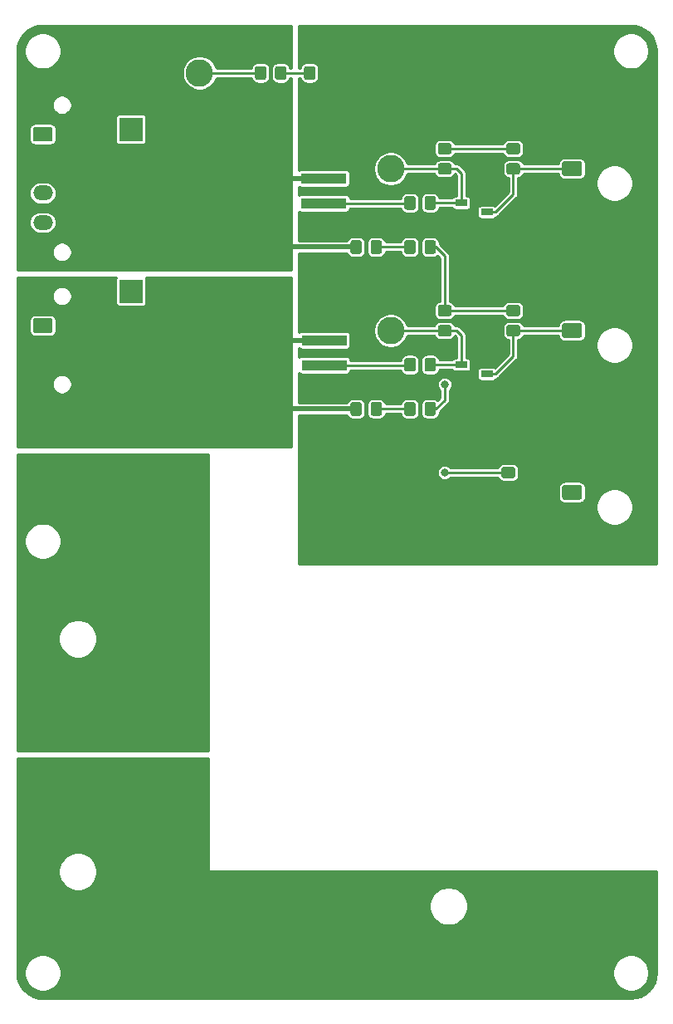
<source format=gbr>
G04 #@! TF.GenerationSoftware,KiCad,Pcbnew,(5.1.5)-3*
G04 #@! TF.CreationDate,2021-01-10T22:56:31-06:00*
G04 #@! TF.ProjectId,ContactorDriver,436f6e74-6163-4746-9f72-447269766572,rev?*
G04 #@! TF.SameCoordinates,Original*
G04 #@! TF.FileFunction,Copper,L1,Top*
G04 #@! TF.FilePolarity,Positive*
%FSLAX46Y46*%
G04 Gerber Fmt 4.6, Leading zero omitted, Abs format (unit mm)*
G04 Created by KiCad (PCBNEW (5.1.5)-3) date 2021-01-10 22:56:31*
%MOMM*%
%LPD*%
G04 APERTURE LIST*
%ADD10C,0.100000*%
%ADD11O,2.400000X2.400000*%
%ADD12R,2.400000X2.400000*%
%ADD13O,2.020000X1.500000*%
%ADD14R,4.600000X1.100000*%
%ADD15R,9.400000X10.800000*%
%ADD16R,1.220000X0.650000*%
%ADD17C,2.800000*%
%ADD18C,2.286000*%
%ADD19C,4.500880*%
%ADD20C,0.800000*%
%ADD21C,0.250000*%
%ADD22C,0.500000*%
%ADD23C,0.254000*%
G04 APERTURE END LIST*
G04 #@! TA.AperFunction,SMDPad,CuDef*
D10*
G36*
X214974505Y-113401204D02*
G01*
X214998773Y-113404804D01*
X215022572Y-113410765D01*
X215045671Y-113419030D01*
X215067850Y-113429520D01*
X215088893Y-113442132D01*
X215108599Y-113456747D01*
X215126777Y-113473223D01*
X215143253Y-113491401D01*
X215157868Y-113511107D01*
X215170480Y-113532150D01*
X215180970Y-113554329D01*
X215189235Y-113577428D01*
X215195196Y-113601227D01*
X215198796Y-113625495D01*
X215200000Y-113649999D01*
X215200000Y-114300001D01*
X215198796Y-114324505D01*
X215195196Y-114348773D01*
X215189235Y-114372572D01*
X215180970Y-114395671D01*
X215170480Y-114417850D01*
X215157868Y-114438893D01*
X215143253Y-114458599D01*
X215126777Y-114476777D01*
X215108599Y-114493253D01*
X215088893Y-114507868D01*
X215067850Y-114520480D01*
X215045671Y-114530970D01*
X215022572Y-114539235D01*
X214998773Y-114545196D01*
X214974505Y-114548796D01*
X214950001Y-114550000D01*
X214049999Y-114550000D01*
X214025495Y-114548796D01*
X214001227Y-114545196D01*
X213977428Y-114539235D01*
X213954329Y-114530970D01*
X213932150Y-114520480D01*
X213911107Y-114507868D01*
X213891401Y-114493253D01*
X213873223Y-114476777D01*
X213856747Y-114458599D01*
X213842132Y-114438893D01*
X213829520Y-114417850D01*
X213819030Y-114395671D01*
X213810765Y-114372572D01*
X213804804Y-114348773D01*
X213801204Y-114324505D01*
X213800000Y-114300001D01*
X213800000Y-113649999D01*
X213801204Y-113625495D01*
X213804804Y-113601227D01*
X213810765Y-113577428D01*
X213819030Y-113554329D01*
X213829520Y-113532150D01*
X213842132Y-113511107D01*
X213856747Y-113491401D01*
X213873223Y-113473223D01*
X213891401Y-113456747D01*
X213911107Y-113442132D01*
X213932150Y-113429520D01*
X213954329Y-113419030D01*
X213977428Y-113410765D01*
X214001227Y-113404804D01*
X214025495Y-113401204D01*
X214049999Y-113400000D01*
X214950001Y-113400000D01*
X214974505Y-113401204D01*
G37*
G04 #@! TD.AperFunction*
G04 #@! TA.AperFunction,SMDPad,CuDef*
G36*
X214974505Y-115451204D02*
G01*
X214998773Y-115454804D01*
X215022572Y-115460765D01*
X215045671Y-115469030D01*
X215067850Y-115479520D01*
X215088893Y-115492132D01*
X215108599Y-115506747D01*
X215126777Y-115523223D01*
X215143253Y-115541401D01*
X215157868Y-115561107D01*
X215170480Y-115582150D01*
X215180970Y-115604329D01*
X215189235Y-115627428D01*
X215195196Y-115651227D01*
X215198796Y-115675495D01*
X215200000Y-115699999D01*
X215200000Y-116350001D01*
X215198796Y-116374505D01*
X215195196Y-116398773D01*
X215189235Y-116422572D01*
X215180970Y-116445671D01*
X215170480Y-116467850D01*
X215157868Y-116488893D01*
X215143253Y-116508599D01*
X215126777Y-116526777D01*
X215108599Y-116543253D01*
X215088893Y-116557868D01*
X215067850Y-116570480D01*
X215045671Y-116580970D01*
X215022572Y-116589235D01*
X214998773Y-116595196D01*
X214974505Y-116598796D01*
X214950001Y-116600000D01*
X214049999Y-116600000D01*
X214025495Y-116598796D01*
X214001227Y-116595196D01*
X213977428Y-116589235D01*
X213954329Y-116580970D01*
X213932150Y-116570480D01*
X213911107Y-116557868D01*
X213891401Y-116543253D01*
X213873223Y-116526777D01*
X213856747Y-116508599D01*
X213842132Y-116488893D01*
X213829520Y-116467850D01*
X213819030Y-116445671D01*
X213810765Y-116422572D01*
X213804804Y-116398773D01*
X213801204Y-116374505D01*
X213800000Y-116350001D01*
X213800000Y-115699999D01*
X213801204Y-115675495D01*
X213804804Y-115651227D01*
X213810765Y-115627428D01*
X213819030Y-115604329D01*
X213829520Y-115582150D01*
X213842132Y-115561107D01*
X213856747Y-115541401D01*
X213873223Y-115523223D01*
X213891401Y-115506747D01*
X213911107Y-115492132D01*
X213932150Y-115479520D01*
X213954329Y-115469030D01*
X213977428Y-115460765D01*
X214001227Y-115454804D01*
X214025495Y-115451204D01*
X214049999Y-115450000D01*
X214950001Y-115450000D01*
X214974505Y-115451204D01*
G37*
G04 #@! TD.AperFunction*
D11*
X176000000Y-89160000D03*
D12*
X176000000Y-79000000D03*
G04 #@! TA.AperFunction,SMDPad,CuDef*
D10*
G36*
X201374505Y-90301204D02*
G01*
X201398773Y-90304804D01*
X201422572Y-90310765D01*
X201445671Y-90319030D01*
X201467850Y-90329520D01*
X201488893Y-90342132D01*
X201508599Y-90356747D01*
X201526777Y-90373223D01*
X201543253Y-90391401D01*
X201557868Y-90411107D01*
X201570480Y-90432150D01*
X201580970Y-90454329D01*
X201589235Y-90477428D01*
X201595196Y-90501227D01*
X201598796Y-90525495D01*
X201600000Y-90549999D01*
X201600000Y-91450001D01*
X201598796Y-91474505D01*
X201595196Y-91498773D01*
X201589235Y-91522572D01*
X201580970Y-91545671D01*
X201570480Y-91567850D01*
X201557868Y-91588893D01*
X201543253Y-91608599D01*
X201526777Y-91626777D01*
X201508599Y-91643253D01*
X201488893Y-91657868D01*
X201467850Y-91670480D01*
X201445671Y-91680970D01*
X201422572Y-91689235D01*
X201398773Y-91695196D01*
X201374505Y-91698796D01*
X201350001Y-91700000D01*
X200699999Y-91700000D01*
X200675495Y-91698796D01*
X200651227Y-91695196D01*
X200627428Y-91689235D01*
X200604329Y-91680970D01*
X200582150Y-91670480D01*
X200561107Y-91657868D01*
X200541401Y-91643253D01*
X200523223Y-91626777D01*
X200506747Y-91608599D01*
X200492132Y-91588893D01*
X200479520Y-91567850D01*
X200469030Y-91545671D01*
X200460765Y-91522572D01*
X200454804Y-91498773D01*
X200451204Y-91474505D01*
X200450000Y-91450001D01*
X200450000Y-90549999D01*
X200451204Y-90525495D01*
X200454804Y-90501227D01*
X200460765Y-90477428D01*
X200469030Y-90454329D01*
X200479520Y-90432150D01*
X200492132Y-90411107D01*
X200506747Y-90391401D01*
X200523223Y-90373223D01*
X200541401Y-90356747D01*
X200561107Y-90342132D01*
X200582150Y-90329520D01*
X200604329Y-90319030D01*
X200627428Y-90310765D01*
X200651227Y-90304804D01*
X200675495Y-90301204D01*
X200699999Y-90300000D01*
X201350001Y-90300000D01*
X201374505Y-90301204D01*
G37*
G04 #@! TD.AperFunction*
G04 #@! TA.AperFunction,SMDPad,CuDef*
G36*
X199324505Y-90301204D02*
G01*
X199348773Y-90304804D01*
X199372572Y-90310765D01*
X199395671Y-90319030D01*
X199417850Y-90329520D01*
X199438893Y-90342132D01*
X199458599Y-90356747D01*
X199476777Y-90373223D01*
X199493253Y-90391401D01*
X199507868Y-90411107D01*
X199520480Y-90432150D01*
X199530970Y-90454329D01*
X199539235Y-90477428D01*
X199545196Y-90501227D01*
X199548796Y-90525495D01*
X199550000Y-90549999D01*
X199550000Y-91450001D01*
X199548796Y-91474505D01*
X199545196Y-91498773D01*
X199539235Y-91522572D01*
X199530970Y-91545671D01*
X199520480Y-91567850D01*
X199507868Y-91588893D01*
X199493253Y-91608599D01*
X199476777Y-91626777D01*
X199458599Y-91643253D01*
X199438893Y-91657868D01*
X199417850Y-91670480D01*
X199395671Y-91680970D01*
X199372572Y-91689235D01*
X199348773Y-91695196D01*
X199324505Y-91698796D01*
X199300001Y-91700000D01*
X198649999Y-91700000D01*
X198625495Y-91698796D01*
X198601227Y-91695196D01*
X198577428Y-91689235D01*
X198554329Y-91680970D01*
X198532150Y-91670480D01*
X198511107Y-91657868D01*
X198491401Y-91643253D01*
X198473223Y-91626777D01*
X198456747Y-91608599D01*
X198442132Y-91588893D01*
X198429520Y-91567850D01*
X198419030Y-91545671D01*
X198410765Y-91522572D01*
X198404804Y-91498773D01*
X198401204Y-91474505D01*
X198400000Y-91450001D01*
X198400000Y-90549999D01*
X198401204Y-90525495D01*
X198404804Y-90501227D01*
X198410765Y-90477428D01*
X198419030Y-90454329D01*
X198429520Y-90432150D01*
X198442132Y-90411107D01*
X198456747Y-90391401D01*
X198473223Y-90373223D01*
X198491401Y-90356747D01*
X198511107Y-90342132D01*
X198532150Y-90329520D01*
X198554329Y-90319030D01*
X198577428Y-90310765D01*
X198601227Y-90304804D01*
X198625495Y-90301204D01*
X198649999Y-90300000D01*
X199300001Y-90300000D01*
X199324505Y-90301204D01*
G37*
G04 #@! TD.AperFunction*
G04 #@! TA.AperFunction,SMDPad,CuDef*
G36*
X199324505Y-106801204D02*
G01*
X199348773Y-106804804D01*
X199372572Y-106810765D01*
X199395671Y-106819030D01*
X199417850Y-106829520D01*
X199438893Y-106842132D01*
X199458599Y-106856747D01*
X199476777Y-106873223D01*
X199493253Y-106891401D01*
X199507868Y-106911107D01*
X199520480Y-106932150D01*
X199530970Y-106954329D01*
X199539235Y-106977428D01*
X199545196Y-107001227D01*
X199548796Y-107025495D01*
X199550000Y-107049999D01*
X199550000Y-107950001D01*
X199548796Y-107974505D01*
X199545196Y-107998773D01*
X199539235Y-108022572D01*
X199530970Y-108045671D01*
X199520480Y-108067850D01*
X199507868Y-108088893D01*
X199493253Y-108108599D01*
X199476777Y-108126777D01*
X199458599Y-108143253D01*
X199438893Y-108157868D01*
X199417850Y-108170480D01*
X199395671Y-108180970D01*
X199372572Y-108189235D01*
X199348773Y-108195196D01*
X199324505Y-108198796D01*
X199300001Y-108200000D01*
X198649999Y-108200000D01*
X198625495Y-108198796D01*
X198601227Y-108195196D01*
X198577428Y-108189235D01*
X198554329Y-108180970D01*
X198532150Y-108170480D01*
X198511107Y-108157868D01*
X198491401Y-108143253D01*
X198473223Y-108126777D01*
X198456747Y-108108599D01*
X198442132Y-108088893D01*
X198429520Y-108067850D01*
X198419030Y-108045671D01*
X198410765Y-108022572D01*
X198404804Y-107998773D01*
X198401204Y-107974505D01*
X198400000Y-107950001D01*
X198400000Y-107049999D01*
X198401204Y-107025495D01*
X198404804Y-107001227D01*
X198410765Y-106977428D01*
X198419030Y-106954329D01*
X198429520Y-106932150D01*
X198442132Y-106911107D01*
X198456747Y-106891401D01*
X198473223Y-106873223D01*
X198491401Y-106856747D01*
X198511107Y-106842132D01*
X198532150Y-106829520D01*
X198554329Y-106819030D01*
X198577428Y-106810765D01*
X198601227Y-106804804D01*
X198625495Y-106801204D01*
X198649999Y-106800000D01*
X199300001Y-106800000D01*
X199324505Y-106801204D01*
G37*
G04 #@! TD.AperFunction*
G04 #@! TA.AperFunction,SMDPad,CuDef*
G36*
X201374505Y-106801204D02*
G01*
X201398773Y-106804804D01*
X201422572Y-106810765D01*
X201445671Y-106819030D01*
X201467850Y-106829520D01*
X201488893Y-106842132D01*
X201508599Y-106856747D01*
X201526777Y-106873223D01*
X201543253Y-106891401D01*
X201557868Y-106911107D01*
X201570480Y-106932150D01*
X201580970Y-106954329D01*
X201589235Y-106977428D01*
X201595196Y-107001227D01*
X201598796Y-107025495D01*
X201600000Y-107049999D01*
X201600000Y-107950001D01*
X201598796Y-107974505D01*
X201595196Y-107998773D01*
X201589235Y-108022572D01*
X201580970Y-108045671D01*
X201570480Y-108067850D01*
X201557868Y-108088893D01*
X201543253Y-108108599D01*
X201526777Y-108126777D01*
X201508599Y-108143253D01*
X201488893Y-108157868D01*
X201467850Y-108170480D01*
X201445671Y-108180970D01*
X201422572Y-108189235D01*
X201398773Y-108195196D01*
X201374505Y-108198796D01*
X201350001Y-108200000D01*
X200699999Y-108200000D01*
X200675495Y-108198796D01*
X200651227Y-108195196D01*
X200627428Y-108189235D01*
X200604329Y-108180970D01*
X200582150Y-108170480D01*
X200561107Y-108157868D01*
X200541401Y-108143253D01*
X200523223Y-108126777D01*
X200506747Y-108108599D01*
X200492132Y-108088893D01*
X200479520Y-108067850D01*
X200469030Y-108045671D01*
X200460765Y-108022572D01*
X200454804Y-107998773D01*
X200451204Y-107974505D01*
X200450000Y-107950001D01*
X200450000Y-107049999D01*
X200451204Y-107025495D01*
X200454804Y-107001227D01*
X200460765Y-106977428D01*
X200469030Y-106954329D01*
X200479520Y-106932150D01*
X200492132Y-106911107D01*
X200506747Y-106891401D01*
X200523223Y-106873223D01*
X200541401Y-106856747D01*
X200561107Y-106842132D01*
X200582150Y-106829520D01*
X200604329Y-106819030D01*
X200627428Y-106810765D01*
X200651227Y-106804804D01*
X200675495Y-106801204D01*
X200699999Y-106800000D01*
X201350001Y-106800000D01*
X201374505Y-106801204D01*
G37*
G04 #@! TD.AperFunction*
D12*
X176000000Y-95500000D03*
D11*
X176000000Y-105660000D03*
G04 #@! TA.AperFunction,ComponentPad*
D10*
G36*
X221784504Y-115251204D02*
G01*
X221808773Y-115254804D01*
X221832571Y-115260765D01*
X221855671Y-115269030D01*
X221877849Y-115279520D01*
X221898893Y-115292133D01*
X221918598Y-115306747D01*
X221936777Y-115323223D01*
X221953253Y-115341402D01*
X221967867Y-115361107D01*
X221980480Y-115382151D01*
X221990970Y-115404329D01*
X221999235Y-115427429D01*
X222005196Y-115451227D01*
X222008796Y-115475496D01*
X222010000Y-115500000D01*
X222010000Y-116500000D01*
X222008796Y-116524504D01*
X222005196Y-116548773D01*
X221999235Y-116572571D01*
X221990970Y-116595671D01*
X221980480Y-116617849D01*
X221967867Y-116638893D01*
X221953253Y-116658598D01*
X221936777Y-116676777D01*
X221918598Y-116693253D01*
X221898893Y-116707867D01*
X221877849Y-116720480D01*
X221855671Y-116730970D01*
X221832571Y-116739235D01*
X221808773Y-116745196D01*
X221784504Y-116748796D01*
X221760000Y-116750000D01*
X220240000Y-116750000D01*
X220215496Y-116748796D01*
X220191227Y-116745196D01*
X220167429Y-116739235D01*
X220144329Y-116730970D01*
X220122151Y-116720480D01*
X220101107Y-116707867D01*
X220081402Y-116693253D01*
X220063223Y-116676777D01*
X220046747Y-116658598D01*
X220032133Y-116638893D01*
X220019520Y-116617849D01*
X220009030Y-116595671D01*
X220000765Y-116572571D01*
X219994804Y-116548773D01*
X219991204Y-116524504D01*
X219990000Y-116500000D01*
X219990000Y-115500000D01*
X219991204Y-115475496D01*
X219994804Y-115451227D01*
X220000765Y-115427429D01*
X220009030Y-115404329D01*
X220019520Y-115382151D01*
X220032133Y-115361107D01*
X220046747Y-115341402D01*
X220063223Y-115323223D01*
X220081402Y-115306747D01*
X220101107Y-115292133D01*
X220122151Y-115279520D01*
X220144329Y-115269030D01*
X220167429Y-115260765D01*
X220191227Y-115254804D01*
X220215496Y-115251204D01*
X220240000Y-115250000D01*
X221760000Y-115250000D01*
X221784504Y-115251204D01*
G37*
G04 #@! TD.AperFunction*
D13*
X221000000Y-119000000D03*
X221000000Y-86000000D03*
G04 #@! TA.AperFunction,ComponentPad*
D10*
G36*
X221784504Y-82251204D02*
G01*
X221808773Y-82254804D01*
X221832571Y-82260765D01*
X221855671Y-82269030D01*
X221877849Y-82279520D01*
X221898893Y-82292133D01*
X221918598Y-82306747D01*
X221936777Y-82323223D01*
X221953253Y-82341402D01*
X221967867Y-82361107D01*
X221980480Y-82382151D01*
X221990970Y-82404329D01*
X221999235Y-82427429D01*
X222005196Y-82451227D01*
X222008796Y-82475496D01*
X222010000Y-82500000D01*
X222010000Y-83500000D01*
X222008796Y-83524504D01*
X222005196Y-83548773D01*
X221999235Y-83572571D01*
X221990970Y-83595671D01*
X221980480Y-83617849D01*
X221967867Y-83638893D01*
X221953253Y-83658598D01*
X221936777Y-83676777D01*
X221918598Y-83693253D01*
X221898893Y-83707867D01*
X221877849Y-83720480D01*
X221855671Y-83730970D01*
X221832571Y-83739235D01*
X221808773Y-83745196D01*
X221784504Y-83748796D01*
X221760000Y-83750000D01*
X220240000Y-83750000D01*
X220215496Y-83748796D01*
X220191227Y-83745196D01*
X220167429Y-83739235D01*
X220144329Y-83730970D01*
X220122151Y-83720480D01*
X220101107Y-83707867D01*
X220081402Y-83693253D01*
X220063223Y-83676777D01*
X220046747Y-83658598D01*
X220032133Y-83638893D01*
X220019520Y-83617849D01*
X220009030Y-83595671D01*
X220000765Y-83572571D01*
X219994804Y-83548773D01*
X219991204Y-83524504D01*
X219990000Y-83500000D01*
X219990000Y-82500000D01*
X219991204Y-82475496D01*
X219994804Y-82451227D01*
X220000765Y-82427429D01*
X220009030Y-82404329D01*
X220019520Y-82382151D01*
X220032133Y-82361107D01*
X220046747Y-82341402D01*
X220063223Y-82323223D01*
X220081402Y-82306747D01*
X220101107Y-82292133D01*
X220122151Y-82279520D01*
X220144329Y-82269030D01*
X220167429Y-82260765D01*
X220191227Y-82254804D01*
X220215496Y-82251204D01*
X220240000Y-82250000D01*
X221760000Y-82250000D01*
X221784504Y-82251204D01*
G37*
G04 #@! TD.AperFunction*
G04 #@! TA.AperFunction,ComponentPad*
G36*
X167784504Y-78751204D02*
G01*
X167808773Y-78754804D01*
X167832571Y-78760765D01*
X167855671Y-78769030D01*
X167877849Y-78779520D01*
X167898893Y-78792133D01*
X167918598Y-78806747D01*
X167936777Y-78823223D01*
X167953253Y-78841402D01*
X167967867Y-78861107D01*
X167980480Y-78882151D01*
X167990970Y-78904329D01*
X167999235Y-78927429D01*
X168005196Y-78951227D01*
X168008796Y-78975496D01*
X168010000Y-79000000D01*
X168010000Y-80000000D01*
X168008796Y-80024504D01*
X168005196Y-80048773D01*
X167999235Y-80072571D01*
X167990970Y-80095671D01*
X167980480Y-80117849D01*
X167967867Y-80138893D01*
X167953253Y-80158598D01*
X167936777Y-80176777D01*
X167918598Y-80193253D01*
X167898893Y-80207867D01*
X167877849Y-80220480D01*
X167855671Y-80230970D01*
X167832571Y-80239235D01*
X167808773Y-80245196D01*
X167784504Y-80248796D01*
X167760000Y-80250000D01*
X166240000Y-80250000D01*
X166215496Y-80248796D01*
X166191227Y-80245196D01*
X166167429Y-80239235D01*
X166144329Y-80230970D01*
X166122151Y-80220480D01*
X166101107Y-80207867D01*
X166081402Y-80193253D01*
X166063223Y-80176777D01*
X166046747Y-80158598D01*
X166032133Y-80138893D01*
X166019520Y-80117849D01*
X166009030Y-80095671D01*
X166000765Y-80072571D01*
X165994804Y-80048773D01*
X165991204Y-80024504D01*
X165990000Y-80000000D01*
X165990000Y-79000000D01*
X165991204Y-78975496D01*
X165994804Y-78951227D01*
X166000765Y-78927429D01*
X166009030Y-78904329D01*
X166019520Y-78882151D01*
X166032133Y-78861107D01*
X166046747Y-78841402D01*
X166063223Y-78823223D01*
X166081402Y-78806747D01*
X166101107Y-78792133D01*
X166122151Y-78779520D01*
X166144329Y-78769030D01*
X166167429Y-78760765D01*
X166191227Y-78754804D01*
X166215496Y-78751204D01*
X166240000Y-78750000D01*
X167760000Y-78750000D01*
X167784504Y-78751204D01*
G37*
G04 #@! TD.AperFunction*
D13*
X167000000Y-82500000D03*
X167000000Y-85500000D03*
X167000000Y-88500000D03*
G04 #@! TA.AperFunction,ComponentPad*
D10*
G36*
X221784504Y-98751204D02*
G01*
X221808773Y-98754804D01*
X221832571Y-98760765D01*
X221855671Y-98769030D01*
X221877849Y-98779520D01*
X221898893Y-98792133D01*
X221918598Y-98806747D01*
X221936777Y-98823223D01*
X221953253Y-98841402D01*
X221967867Y-98861107D01*
X221980480Y-98882151D01*
X221990970Y-98904329D01*
X221999235Y-98927429D01*
X222005196Y-98951227D01*
X222008796Y-98975496D01*
X222010000Y-99000000D01*
X222010000Y-100000000D01*
X222008796Y-100024504D01*
X222005196Y-100048773D01*
X221999235Y-100072571D01*
X221990970Y-100095671D01*
X221980480Y-100117849D01*
X221967867Y-100138893D01*
X221953253Y-100158598D01*
X221936777Y-100176777D01*
X221918598Y-100193253D01*
X221898893Y-100207867D01*
X221877849Y-100220480D01*
X221855671Y-100230970D01*
X221832571Y-100239235D01*
X221808773Y-100245196D01*
X221784504Y-100248796D01*
X221760000Y-100250000D01*
X220240000Y-100250000D01*
X220215496Y-100248796D01*
X220191227Y-100245196D01*
X220167429Y-100239235D01*
X220144329Y-100230970D01*
X220122151Y-100220480D01*
X220101107Y-100207867D01*
X220081402Y-100193253D01*
X220063223Y-100176777D01*
X220046747Y-100158598D01*
X220032133Y-100138893D01*
X220019520Y-100117849D01*
X220009030Y-100095671D01*
X220000765Y-100072571D01*
X219994804Y-100048773D01*
X219991204Y-100024504D01*
X219990000Y-100000000D01*
X219990000Y-99000000D01*
X219991204Y-98975496D01*
X219994804Y-98951227D01*
X220000765Y-98927429D01*
X220009030Y-98904329D01*
X220019520Y-98882151D01*
X220032133Y-98861107D01*
X220046747Y-98841402D01*
X220063223Y-98823223D01*
X220081402Y-98806747D01*
X220101107Y-98792133D01*
X220122151Y-98779520D01*
X220144329Y-98769030D01*
X220167429Y-98760765D01*
X220191227Y-98754804D01*
X220215496Y-98751204D01*
X220240000Y-98750000D01*
X221760000Y-98750000D01*
X221784504Y-98751204D01*
G37*
G04 #@! TD.AperFunction*
D13*
X221000000Y-102500000D03*
G04 #@! TA.AperFunction,ComponentPad*
D10*
G36*
X167784504Y-98251204D02*
G01*
X167808773Y-98254804D01*
X167832571Y-98260765D01*
X167855671Y-98269030D01*
X167877849Y-98279520D01*
X167898893Y-98292133D01*
X167918598Y-98306747D01*
X167936777Y-98323223D01*
X167953253Y-98341402D01*
X167967867Y-98361107D01*
X167980480Y-98382151D01*
X167990970Y-98404329D01*
X167999235Y-98427429D01*
X168005196Y-98451227D01*
X168008796Y-98475496D01*
X168010000Y-98500000D01*
X168010000Y-99500000D01*
X168008796Y-99524504D01*
X168005196Y-99548773D01*
X167999235Y-99572571D01*
X167990970Y-99595671D01*
X167980480Y-99617849D01*
X167967867Y-99638893D01*
X167953253Y-99658598D01*
X167936777Y-99676777D01*
X167918598Y-99693253D01*
X167898893Y-99707867D01*
X167877849Y-99720480D01*
X167855671Y-99730970D01*
X167832571Y-99739235D01*
X167808773Y-99745196D01*
X167784504Y-99748796D01*
X167760000Y-99750000D01*
X166240000Y-99750000D01*
X166215496Y-99748796D01*
X166191227Y-99745196D01*
X166167429Y-99739235D01*
X166144329Y-99730970D01*
X166122151Y-99720480D01*
X166101107Y-99707867D01*
X166081402Y-99693253D01*
X166063223Y-99676777D01*
X166046747Y-99658598D01*
X166032133Y-99638893D01*
X166019520Y-99617849D01*
X166009030Y-99595671D01*
X166000765Y-99572571D01*
X165994804Y-99548773D01*
X165991204Y-99524504D01*
X165990000Y-99500000D01*
X165990000Y-98500000D01*
X165991204Y-98475496D01*
X165994804Y-98451227D01*
X166000765Y-98427429D01*
X166009030Y-98404329D01*
X166019520Y-98382151D01*
X166032133Y-98361107D01*
X166046747Y-98341402D01*
X166063223Y-98323223D01*
X166081402Y-98306747D01*
X166101107Y-98292133D01*
X166122151Y-98279520D01*
X166144329Y-98269030D01*
X166167429Y-98260765D01*
X166191227Y-98254804D01*
X166215496Y-98251204D01*
X166240000Y-98250000D01*
X167760000Y-98250000D01*
X167784504Y-98251204D01*
G37*
G04 #@! TD.AperFunction*
D13*
X167000000Y-102000000D03*
D14*
X195650000Y-86540000D03*
X195650000Y-84000000D03*
X195650000Y-81460000D03*
D15*
X186500000Y-84000000D03*
D16*
X209690000Y-86500000D03*
X212310000Y-85550000D03*
X212310000Y-87450000D03*
X212310000Y-103950000D03*
X212310000Y-102050000D03*
X209690000Y-103000000D03*
D15*
X186575000Y-100500000D03*
D14*
X195725000Y-97960000D03*
X195725000Y-100500000D03*
X195725000Y-103040000D03*
G04 #@! TA.AperFunction,SMDPad,CuDef*
D10*
G36*
X215474505Y-80401204D02*
G01*
X215498773Y-80404804D01*
X215522572Y-80410765D01*
X215545671Y-80419030D01*
X215567850Y-80429520D01*
X215588893Y-80442132D01*
X215608599Y-80456747D01*
X215626777Y-80473223D01*
X215643253Y-80491401D01*
X215657868Y-80511107D01*
X215670480Y-80532150D01*
X215680970Y-80554329D01*
X215689235Y-80577428D01*
X215695196Y-80601227D01*
X215698796Y-80625495D01*
X215700000Y-80649999D01*
X215700000Y-81300001D01*
X215698796Y-81324505D01*
X215695196Y-81348773D01*
X215689235Y-81372572D01*
X215680970Y-81395671D01*
X215670480Y-81417850D01*
X215657868Y-81438893D01*
X215643253Y-81458599D01*
X215626777Y-81476777D01*
X215608599Y-81493253D01*
X215588893Y-81507868D01*
X215567850Y-81520480D01*
X215545671Y-81530970D01*
X215522572Y-81539235D01*
X215498773Y-81545196D01*
X215474505Y-81548796D01*
X215450001Y-81550000D01*
X214549999Y-81550000D01*
X214525495Y-81548796D01*
X214501227Y-81545196D01*
X214477428Y-81539235D01*
X214454329Y-81530970D01*
X214432150Y-81520480D01*
X214411107Y-81507868D01*
X214391401Y-81493253D01*
X214373223Y-81476777D01*
X214356747Y-81458599D01*
X214342132Y-81438893D01*
X214329520Y-81417850D01*
X214319030Y-81395671D01*
X214310765Y-81372572D01*
X214304804Y-81348773D01*
X214301204Y-81324505D01*
X214300000Y-81300001D01*
X214300000Y-80649999D01*
X214301204Y-80625495D01*
X214304804Y-80601227D01*
X214310765Y-80577428D01*
X214319030Y-80554329D01*
X214329520Y-80532150D01*
X214342132Y-80511107D01*
X214356747Y-80491401D01*
X214373223Y-80473223D01*
X214391401Y-80456747D01*
X214411107Y-80442132D01*
X214432150Y-80429520D01*
X214454329Y-80419030D01*
X214477428Y-80410765D01*
X214501227Y-80404804D01*
X214525495Y-80401204D01*
X214549999Y-80400000D01*
X215450001Y-80400000D01*
X215474505Y-80401204D01*
G37*
G04 #@! TD.AperFunction*
G04 #@! TA.AperFunction,SMDPad,CuDef*
G36*
X215474505Y-82451204D02*
G01*
X215498773Y-82454804D01*
X215522572Y-82460765D01*
X215545671Y-82469030D01*
X215567850Y-82479520D01*
X215588893Y-82492132D01*
X215608599Y-82506747D01*
X215626777Y-82523223D01*
X215643253Y-82541401D01*
X215657868Y-82561107D01*
X215670480Y-82582150D01*
X215680970Y-82604329D01*
X215689235Y-82627428D01*
X215695196Y-82651227D01*
X215698796Y-82675495D01*
X215700000Y-82699999D01*
X215700000Y-83350001D01*
X215698796Y-83374505D01*
X215695196Y-83398773D01*
X215689235Y-83422572D01*
X215680970Y-83445671D01*
X215670480Y-83467850D01*
X215657868Y-83488893D01*
X215643253Y-83508599D01*
X215626777Y-83526777D01*
X215608599Y-83543253D01*
X215588893Y-83557868D01*
X215567850Y-83570480D01*
X215545671Y-83580970D01*
X215522572Y-83589235D01*
X215498773Y-83595196D01*
X215474505Y-83598796D01*
X215450001Y-83600000D01*
X214549999Y-83600000D01*
X214525495Y-83598796D01*
X214501227Y-83595196D01*
X214477428Y-83589235D01*
X214454329Y-83580970D01*
X214432150Y-83570480D01*
X214411107Y-83557868D01*
X214391401Y-83543253D01*
X214373223Y-83526777D01*
X214356747Y-83508599D01*
X214342132Y-83488893D01*
X214329520Y-83467850D01*
X214319030Y-83445671D01*
X214310765Y-83422572D01*
X214304804Y-83398773D01*
X214301204Y-83374505D01*
X214300000Y-83350001D01*
X214300000Y-82699999D01*
X214301204Y-82675495D01*
X214304804Y-82651227D01*
X214310765Y-82627428D01*
X214319030Y-82604329D01*
X214329520Y-82582150D01*
X214342132Y-82561107D01*
X214356747Y-82541401D01*
X214373223Y-82523223D01*
X214391401Y-82506747D01*
X214411107Y-82492132D01*
X214432150Y-82479520D01*
X214454329Y-82469030D01*
X214477428Y-82460765D01*
X214501227Y-82454804D01*
X214525495Y-82451204D01*
X214549999Y-82450000D01*
X215450001Y-82450000D01*
X215474505Y-82451204D01*
G37*
G04 #@! TD.AperFunction*
G04 #@! TA.AperFunction,SMDPad,CuDef*
G36*
X206874505Y-85801204D02*
G01*
X206898773Y-85804804D01*
X206922572Y-85810765D01*
X206945671Y-85819030D01*
X206967850Y-85829520D01*
X206988893Y-85842132D01*
X207008599Y-85856747D01*
X207026777Y-85873223D01*
X207043253Y-85891401D01*
X207057868Y-85911107D01*
X207070480Y-85932150D01*
X207080970Y-85954329D01*
X207089235Y-85977428D01*
X207095196Y-86001227D01*
X207098796Y-86025495D01*
X207100000Y-86049999D01*
X207100000Y-86950001D01*
X207098796Y-86974505D01*
X207095196Y-86998773D01*
X207089235Y-87022572D01*
X207080970Y-87045671D01*
X207070480Y-87067850D01*
X207057868Y-87088893D01*
X207043253Y-87108599D01*
X207026777Y-87126777D01*
X207008599Y-87143253D01*
X206988893Y-87157868D01*
X206967850Y-87170480D01*
X206945671Y-87180970D01*
X206922572Y-87189235D01*
X206898773Y-87195196D01*
X206874505Y-87198796D01*
X206850001Y-87200000D01*
X206199999Y-87200000D01*
X206175495Y-87198796D01*
X206151227Y-87195196D01*
X206127428Y-87189235D01*
X206104329Y-87180970D01*
X206082150Y-87170480D01*
X206061107Y-87157868D01*
X206041401Y-87143253D01*
X206023223Y-87126777D01*
X206006747Y-87108599D01*
X205992132Y-87088893D01*
X205979520Y-87067850D01*
X205969030Y-87045671D01*
X205960765Y-87022572D01*
X205954804Y-86998773D01*
X205951204Y-86974505D01*
X205950000Y-86950001D01*
X205950000Y-86049999D01*
X205951204Y-86025495D01*
X205954804Y-86001227D01*
X205960765Y-85977428D01*
X205969030Y-85954329D01*
X205979520Y-85932150D01*
X205992132Y-85911107D01*
X206006747Y-85891401D01*
X206023223Y-85873223D01*
X206041401Y-85856747D01*
X206061107Y-85842132D01*
X206082150Y-85829520D01*
X206104329Y-85819030D01*
X206127428Y-85810765D01*
X206151227Y-85804804D01*
X206175495Y-85801204D01*
X206199999Y-85800000D01*
X206850001Y-85800000D01*
X206874505Y-85801204D01*
G37*
G04 #@! TD.AperFunction*
G04 #@! TA.AperFunction,SMDPad,CuDef*
G36*
X204824505Y-85801204D02*
G01*
X204848773Y-85804804D01*
X204872572Y-85810765D01*
X204895671Y-85819030D01*
X204917850Y-85829520D01*
X204938893Y-85842132D01*
X204958599Y-85856747D01*
X204976777Y-85873223D01*
X204993253Y-85891401D01*
X205007868Y-85911107D01*
X205020480Y-85932150D01*
X205030970Y-85954329D01*
X205039235Y-85977428D01*
X205045196Y-86001227D01*
X205048796Y-86025495D01*
X205050000Y-86049999D01*
X205050000Y-86950001D01*
X205048796Y-86974505D01*
X205045196Y-86998773D01*
X205039235Y-87022572D01*
X205030970Y-87045671D01*
X205020480Y-87067850D01*
X205007868Y-87088893D01*
X204993253Y-87108599D01*
X204976777Y-87126777D01*
X204958599Y-87143253D01*
X204938893Y-87157868D01*
X204917850Y-87170480D01*
X204895671Y-87180970D01*
X204872572Y-87189235D01*
X204848773Y-87195196D01*
X204824505Y-87198796D01*
X204800001Y-87200000D01*
X204149999Y-87200000D01*
X204125495Y-87198796D01*
X204101227Y-87195196D01*
X204077428Y-87189235D01*
X204054329Y-87180970D01*
X204032150Y-87170480D01*
X204011107Y-87157868D01*
X203991401Y-87143253D01*
X203973223Y-87126777D01*
X203956747Y-87108599D01*
X203942132Y-87088893D01*
X203929520Y-87067850D01*
X203919030Y-87045671D01*
X203910765Y-87022572D01*
X203904804Y-86998773D01*
X203901204Y-86974505D01*
X203900000Y-86950001D01*
X203900000Y-86049999D01*
X203901204Y-86025495D01*
X203904804Y-86001227D01*
X203910765Y-85977428D01*
X203919030Y-85954329D01*
X203929520Y-85932150D01*
X203942132Y-85911107D01*
X203956747Y-85891401D01*
X203973223Y-85873223D01*
X203991401Y-85856747D01*
X204011107Y-85842132D01*
X204032150Y-85829520D01*
X204054329Y-85819030D01*
X204077428Y-85810765D01*
X204101227Y-85804804D01*
X204125495Y-85801204D01*
X204149999Y-85800000D01*
X204800001Y-85800000D01*
X204824505Y-85801204D01*
G37*
G04 #@! TD.AperFunction*
G04 #@! TA.AperFunction,SMDPad,CuDef*
G36*
X206874505Y-90301204D02*
G01*
X206898773Y-90304804D01*
X206922572Y-90310765D01*
X206945671Y-90319030D01*
X206967850Y-90329520D01*
X206988893Y-90342132D01*
X207008599Y-90356747D01*
X207026777Y-90373223D01*
X207043253Y-90391401D01*
X207057868Y-90411107D01*
X207070480Y-90432150D01*
X207080970Y-90454329D01*
X207089235Y-90477428D01*
X207095196Y-90501227D01*
X207098796Y-90525495D01*
X207100000Y-90549999D01*
X207100000Y-91450001D01*
X207098796Y-91474505D01*
X207095196Y-91498773D01*
X207089235Y-91522572D01*
X207080970Y-91545671D01*
X207070480Y-91567850D01*
X207057868Y-91588893D01*
X207043253Y-91608599D01*
X207026777Y-91626777D01*
X207008599Y-91643253D01*
X206988893Y-91657868D01*
X206967850Y-91670480D01*
X206945671Y-91680970D01*
X206922572Y-91689235D01*
X206898773Y-91695196D01*
X206874505Y-91698796D01*
X206850001Y-91700000D01*
X206199999Y-91700000D01*
X206175495Y-91698796D01*
X206151227Y-91695196D01*
X206127428Y-91689235D01*
X206104329Y-91680970D01*
X206082150Y-91670480D01*
X206061107Y-91657868D01*
X206041401Y-91643253D01*
X206023223Y-91626777D01*
X206006747Y-91608599D01*
X205992132Y-91588893D01*
X205979520Y-91567850D01*
X205969030Y-91545671D01*
X205960765Y-91522572D01*
X205954804Y-91498773D01*
X205951204Y-91474505D01*
X205950000Y-91450001D01*
X205950000Y-90549999D01*
X205951204Y-90525495D01*
X205954804Y-90501227D01*
X205960765Y-90477428D01*
X205969030Y-90454329D01*
X205979520Y-90432150D01*
X205992132Y-90411107D01*
X206006747Y-90391401D01*
X206023223Y-90373223D01*
X206041401Y-90356747D01*
X206061107Y-90342132D01*
X206082150Y-90329520D01*
X206104329Y-90319030D01*
X206127428Y-90310765D01*
X206151227Y-90304804D01*
X206175495Y-90301204D01*
X206199999Y-90300000D01*
X206850001Y-90300000D01*
X206874505Y-90301204D01*
G37*
G04 #@! TD.AperFunction*
G04 #@! TA.AperFunction,SMDPad,CuDef*
G36*
X204824505Y-90301204D02*
G01*
X204848773Y-90304804D01*
X204872572Y-90310765D01*
X204895671Y-90319030D01*
X204917850Y-90329520D01*
X204938893Y-90342132D01*
X204958599Y-90356747D01*
X204976777Y-90373223D01*
X204993253Y-90391401D01*
X205007868Y-90411107D01*
X205020480Y-90432150D01*
X205030970Y-90454329D01*
X205039235Y-90477428D01*
X205045196Y-90501227D01*
X205048796Y-90525495D01*
X205050000Y-90549999D01*
X205050000Y-91450001D01*
X205048796Y-91474505D01*
X205045196Y-91498773D01*
X205039235Y-91522572D01*
X205030970Y-91545671D01*
X205020480Y-91567850D01*
X205007868Y-91588893D01*
X204993253Y-91608599D01*
X204976777Y-91626777D01*
X204958599Y-91643253D01*
X204938893Y-91657868D01*
X204917850Y-91670480D01*
X204895671Y-91680970D01*
X204872572Y-91689235D01*
X204848773Y-91695196D01*
X204824505Y-91698796D01*
X204800001Y-91700000D01*
X204149999Y-91700000D01*
X204125495Y-91698796D01*
X204101227Y-91695196D01*
X204077428Y-91689235D01*
X204054329Y-91680970D01*
X204032150Y-91670480D01*
X204011107Y-91657868D01*
X203991401Y-91643253D01*
X203973223Y-91626777D01*
X203956747Y-91608599D01*
X203942132Y-91588893D01*
X203929520Y-91567850D01*
X203919030Y-91545671D01*
X203910765Y-91522572D01*
X203904804Y-91498773D01*
X203901204Y-91474505D01*
X203900000Y-91450001D01*
X203900000Y-90549999D01*
X203901204Y-90525495D01*
X203904804Y-90501227D01*
X203910765Y-90477428D01*
X203919030Y-90454329D01*
X203929520Y-90432150D01*
X203942132Y-90411107D01*
X203956747Y-90391401D01*
X203973223Y-90373223D01*
X203991401Y-90356747D01*
X204011107Y-90342132D01*
X204032150Y-90329520D01*
X204054329Y-90319030D01*
X204077428Y-90310765D01*
X204101227Y-90304804D01*
X204125495Y-90301204D01*
X204149999Y-90300000D01*
X204800001Y-90300000D01*
X204824505Y-90301204D01*
G37*
G04 #@! TD.AperFunction*
G04 #@! TA.AperFunction,SMDPad,CuDef*
G36*
X215474505Y-98951204D02*
G01*
X215498773Y-98954804D01*
X215522572Y-98960765D01*
X215545671Y-98969030D01*
X215567850Y-98979520D01*
X215588893Y-98992132D01*
X215608599Y-99006747D01*
X215626777Y-99023223D01*
X215643253Y-99041401D01*
X215657868Y-99061107D01*
X215670480Y-99082150D01*
X215680970Y-99104329D01*
X215689235Y-99127428D01*
X215695196Y-99151227D01*
X215698796Y-99175495D01*
X215700000Y-99199999D01*
X215700000Y-99850001D01*
X215698796Y-99874505D01*
X215695196Y-99898773D01*
X215689235Y-99922572D01*
X215680970Y-99945671D01*
X215670480Y-99967850D01*
X215657868Y-99988893D01*
X215643253Y-100008599D01*
X215626777Y-100026777D01*
X215608599Y-100043253D01*
X215588893Y-100057868D01*
X215567850Y-100070480D01*
X215545671Y-100080970D01*
X215522572Y-100089235D01*
X215498773Y-100095196D01*
X215474505Y-100098796D01*
X215450001Y-100100000D01*
X214549999Y-100100000D01*
X214525495Y-100098796D01*
X214501227Y-100095196D01*
X214477428Y-100089235D01*
X214454329Y-100080970D01*
X214432150Y-100070480D01*
X214411107Y-100057868D01*
X214391401Y-100043253D01*
X214373223Y-100026777D01*
X214356747Y-100008599D01*
X214342132Y-99988893D01*
X214329520Y-99967850D01*
X214319030Y-99945671D01*
X214310765Y-99922572D01*
X214304804Y-99898773D01*
X214301204Y-99874505D01*
X214300000Y-99850001D01*
X214300000Y-99199999D01*
X214301204Y-99175495D01*
X214304804Y-99151227D01*
X214310765Y-99127428D01*
X214319030Y-99104329D01*
X214329520Y-99082150D01*
X214342132Y-99061107D01*
X214356747Y-99041401D01*
X214373223Y-99023223D01*
X214391401Y-99006747D01*
X214411107Y-98992132D01*
X214432150Y-98979520D01*
X214454329Y-98969030D01*
X214477428Y-98960765D01*
X214501227Y-98954804D01*
X214525495Y-98951204D01*
X214549999Y-98950000D01*
X215450001Y-98950000D01*
X215474505Y-98951204D01*
G37*
G04 #@! TD.AperFunction*
G04 #@! TA.AperFunction,SMDPad,CuDef*
G36*
X215474505Y-96901204D02*
G01*
X215498773Y-96904804D01*
X215522572Y-96910765D01*
X215545671Y-96919030D01*
X215567850Y-96929520D01*
X215588893Y-96942132D01*
X215608599Y-96956747D01*
X215626777Y-96973223D01*
X215643253Y-96991401D01*
X215657868Y-97011107D01*
X215670480Y-97032150D01*
X215680970Y-97054329D01*
X215689235Y-97077428D01*
X215695196Y-97101227D01*
X215698796Y-97125495D01*
X215700000Y-97149999D01*
X215700000Y-97800001D01*
X215698796Y-97824505D01*
X215695196Y-97848773D01*
X215689235Y-97872572D01*
X215680970Y-97895671D01*
X215670480Y-97917850D01*
X215657868Y-97938893D01*
X215643253Y-97958599D01*
X215626777Y-97976777D01*
X215608599Y-97993253D01*
X215588893Y-98007868D01*
X215567850Y-98020480D01*
X215545671Y-98030970D01*
X215522572Y-98039235D01*
X215498773Y-98045196D01*
X215474505Y-98048796D01*
X215450001Y-98050000D01*
X214549999Y-98050000D01*
X214525495Y-98048796D01*
X214501227Y-98045196D01*
X214477428Y-98039235D01*
X214454329Y-98030970D01*
X214432150Y-98020480D01*
X214411107Y-98007868D01*
X214391401Y-97993253D01*
X214373223Y-97976777D01*
X214356747Y-97958599D01*
X214342132Y-97938893D01*
X214329520Y-97917850D01*
X214319030Y-97895671D01*
X214310765Y-97872572D01*
X214304804Y-97848773D01*
X214301204Y-97824505D01*
X214300000Y-97800001D01*
X214300000Y-97149999D01*
X214301204Y-97125495D01*
X214304804Y-97101227D01*
X214310765Y-97077428D01*
X214319030Y-97054329D01*
X214329520Y-97032150D01*
X214342132Y-97011107D01*
X214356747Y-96991401D01*
X214373223Y-96973223D01*
X214391401Y-96956747D01*
X214411107Y-96942132D01*
X214432150Y-96929520D01*
X214454329Y-96919030D01*
X214477428Y-96910765D01*
X214501227Y-96904804D01*
X214525495Y-96901204D01*
X214549999Y-96900000D01*
X215450001Y-96900000D01*
X215474505Y-96901204D01*
G37*
G04 #@! TD.AperFunction*
G04 #@! TA.AperFunction,SMDPad,CuDef*
G36*
X208474505Y-82451204D02*
G01*
X208498773Y-82454804D01*
X208522572Y-82460765D01*
X208545671Y-82469030D01*
X208567850Y-82479520D01*
X208588893Y-82492132D01*
X208608599Y-82506747D01*
X208626777Y-82523223D01*
X208643253Y-82541401D01*
X208657868Y-82561107D01*
X208670480Y-82582150D01*
X208680970Y-82604329D01*
X208689235Y-82627428D01*
X208695196Y-82651227D01*
X208698796Y-82675495D01*
X208700000Y-82699999D01*
X208700000Y-83350001D01*
X208698796Y-83374505D01*
X208695196Y-83398773D01*
X208689235Y-83422572D01*
X208680970Y-83445671D01*
X208670480Y-83467850D01*
X208657868Y-83488893D01*
X208643253Y-83508599D01*
X208626777Y-83526777D01*
X208608599Y-83543253D01*
X208588893Y-83557868D01*
X208567850Y-83570480D01*
X208545671Y-83580970D01*
X208522572Y-83589235D01*
X208498773Y-83595196D01*
X208474505Y-83598796D01*
X208450001Y-83600000D01*
X207549999Y-83600000D01*
X207525495Y-83598796D01*
X207501227Y-83595196D01*
X207477428Y-83589235D01*
X207454329Y-83580970D01*
X207432150Y-83570480D01*
X207411107Y-83557868D01*
X207391401Y-83543253D01*
X207373223Y-83526777D01*
X207356747Y-83508599D01*
X207342132Y-83488893D01*
X207329520Y-83467850D01*
X207319030Y-83445671D01*
X207310765Y-83422572D01*
X207304804Y-83398773D01*
X207301204Y-83374505D01*
X207300000Y-83350001D01*
X207300000Y-82699999D01*
X207301204Y-82675495D01*
X207304804Y-82651227D01*
X207310765Y-82627428D01*
X207319030Y-82604329D01*
X207329520Y-82582150D01*
X207342132Y-82561107D01*
X207356747Y-82541401D01*
X207373223Y-82523223D01*
X207391401Y-82506747D01*
X207411107Y-82492132D01*
X207432150Y-82479520D01*
X207454329Y-82469030D01*
X207477428Y-82460765D01*
X207501227Y-82454804D01*
X207525495Y-82451204D01*
X207549999Y-82450000D01*
X208450001Y-82450000D01*
X208474505Y-82451204D01*
G37*
G04 #@! TD.AperFunction*
G04 #@! TA.AperFunction,SMDPad,CuDef*
G36*
X208474505Y-80401204D02*
G01*
X208498773Y-80404804D01*
X208522572Y-80410765D01*
X208545671Y-80419030D01*
X208567850Y-80429520D01*
X208588893Y-80442132D01*
X208608599Y-80456747D01*
X208626777Y-80473223D01*
X208643253Y-80491401D01*
X208657868Y-80511107D01*
X208670480Y-80532150D01*
X208680970Y-80554329D01*
X208689235Y-80577428D01*
X208695196Y-80601227D01*
X208698796Y-80625495D01*
X208700000Y-80649999D01*
X208700000Y-81300001D01*
X208698796Y-81324505D01*
X208695196Y-81348773D01*
X208689235Y-81372572D01*
X208680970Y-81395671D01*
X208670480Y-81417850D01*
X208657868Y-81438893D01*
X208643253Y-81458599D01*
X208626777Y-81476777D01*
X208608599Y-81493253D01*
X208588893Y-81507868D01*
X208567850Y-81520480D01*
X208545671Y-81530970D01*
X208522572Y-81539235D01*
X208498773Y-81545196D01*
X208474505Y-81548796D01*
X208450001Y-81550000D01*
X207549999Y-81550000D01*
X207525495Y-81548796D01*
X207501227Y-81545196D01*
X207477428Y-81539235D01*
X207454329Y-81530970D01*
X207432150Y-81520480D01*
X207411107Y-81507868D01*
X207391401Y-81493253D01*
X207373223Y-81476777D01*
X207356747Y-81458599D01*
X207342132Y-81438893D01*
X207329520Y-81417850D01*
X207319030Y-81395671D01*
X207310765Y-81372572D01*
X207304804Y-81348773D01*
X207301204Y-81324505D01*
X207300000Y-81300001D01*
X207300000Y-80649999D01*
X207301204Y-80625495D01*
X207304804Y-80601227D01*
X207310765Y-80577428D01*
X207319030Y-80554329D01*
X207329520Y-80532150D01*
X207342132Y-80511107D01*
X207356747Y-80491401D01*
X207373223Y-80473223D01*
X207391401Y-80456747D01*
X207411107Y-80442132D01*
X207432150Y-80429520D01*
X207454329Y-80419030D01*
X207477428Y-80410765D01*
X207501227Y-80404804D01*
X207525495Y-80401204D01*
X207549999Y-80400000D01*
X208450001Y-80400000D01*
X208474505Y-80401204D01*
G37*
G04 #@! TD.AperFunction*
G04 #@! TA.AperFunction,SMDPad,CuDef*
G36*
X208474505Y-98951204D02*
G01*
X208498773Y-98954804D01*
X208522572Y-98960765D01*
X208545671Y-98969030D01*
X208567850Y-98979520D01*
X208588893Y-98992132D01*
X208608599Y-99006747D01*
X208626777Y-99023223D01*
X208643253Y-99041401D01*
X208657868Y-99061107D01*
X208670480Y-99082150D01*
X208680970Y-99104329D01*
X208689235Y-99127428D01*
X208695196Y-99151227D01*
X208698796Y-99175495D01*
X208700000Y-99199999D01*
X208700000Y-99850001D01*
X208698796Y-99874505D01*
X208695196Y-99898773D01*
X208689235Y-99922572D01*
X208680970Y-99945671D01*
X208670480Y-99967850D01*
X208657868Y-99988893D01*
X208643253Y-100008599D01*
X208626777Y-100026777D01*
X208608599Y-100043253D01*
X208588893Y-100057868D01*
X208567850Y-100070480D01*
X208545671Y-100080970D01*
X208522572Y-100089235D01*
X208498773Y-100095196D01*
X208474505Y-100098796D01*
X208450001Y-100100000D01*
X207549999Y-100100000D01*
X207525495Y-100098796D01*
X207501227Y-100095196D01*
X207477428Y-100089235D01*
X207454329Y-100080970D01*
X207432150Y-100070480D01*
X207411107Y-100057868D01*
X207391401Y-100043253D01*
X207373223Y-100026777D01*
X207356747Y-100008599D01*
X207342132Y-99988893D01*
X207329520Y-99967850D01*
X207319030Y-99945671D01*
X207310765Y-99922572D01*
X207304804Y-99898773D01*
X207301204Y-99874505D01*
X207300000Y-99850001D01*
X207300000Y-99199999D01*
X207301204Y-99175495D01*
X207304804Y-99151227D01*
X207310765Y-99127428D01*
X207319030Y-99104329D01*
X207329520Y-99082150D01*
X207342132Y-99061107D01*
X207356747Y-99041401D01*
X207373223Y-99023223D01*
X207391401Y-99006747D01*
X207411107Y-98992132D01*
X207432150Y-98979520D01*
X207454329Y-98969030D01*
X207477428Y-98960765D01*
X207501227Y-98954804D01*
X207525495Y-98951204D01*
X207549999Y-98950000D01*
X208450001Y-98950000D01*
X208474505Y-98951204D01*
G37*
G04 #@! TD.AperFunction*
G04 #@! TA.AperFunction,SMDPad,CuDef*
G36*
X208474505Y-96901204D02*
G01*
X208498773Y-96904804D01*
X208522572Y-96910765D01*
X208545671Y-96919030D01*
X208567850Y-96929520D01*
X208588893Y-96942132D01*
X208608599Y-96956747D01*
X208626777Y-96973223D01*
X208643253Y-96991401D01*
X208657868Y-97011107D01*
X208670480Y-97032150D01*
X208680970Y-97054329D01*
X208689235Y-97077428D01*
X208695196Y-97101227D01*
X208698796Y-97125495D01*
X208700000Y-97149999D01*
X208700000Y-97800001D01*
X208698796Y-97824505D01*
X208695196Y-97848773D01*
X208689235Y-97872572D01*
X208680970Y-97895671D01*
X208670480Y-97917850D01*
X208657868Y-97938893D01*
X208643253Y-97958599D01*
X208626777Y-97976777D01*
X208608599Y-97993253D01*
X208588893Y-98007868D01*
X208567850Y-98020480D01*
X208545671Y-98030970D01*
X208522572Y-98039235D01*
X208498773Y-98045196D01*
X208474505Y-98048796D01*
X208450001Y-98050000D01*
X207549999Y-98050000D01*
X207525495Y-98048796D01*
X207501227Y-98045196D01*
X207477428Y-98039235D01*
X207454329Y-98030970D01*
X207432150Y-98020480D01*
X207411107Y-98007868D01*
X207391401Y-97993253D01*
X207373223Y-97976777D01*
X207356747Y-97958599D01*
X207342132Y-97938893D01*
X207329520Y-97917850D01*
X207319030Y-97895671D01*
X207310765Y-97872572D01*
X207304804Y-97848773D01*
X207301204Y-97824505D01*
X207300000Y-97800001D01*
X207300000Y-97149999D01*
X207301204Y-97125495D01*
X207304804Y-97101227D01*
X207310765Y-97077428D01*
X207319030Y-97054329D01*
X207329520Y-97032150D01*
X207342132Y-97011107D01*
X207356747Y-96991401D01*
X207373223Y-96973223D01*
X207391401Y-96956747D01*
X207411107Y-96942132D01*
X207432150Y-96929520D01*
X207454329Y-96919030D01*
X207477428Y-96910765D01*
X207501227Y-96904804D01*
X207525495Y-96901204D01*
X207549999Y-96900000D01*
X208450001Y-96900000D01*
X208474505Y-96901204D01*
G37*
G04 #@! TD.AperFunction*
G04 #@! TA.AperFunction,SMDPad,CuDef*
G36*
X204824505Y-106801204D02*
G01*
X204848773Y-106804804D01*
X204872572Y-106810765D01*
X204895671Y-106819030D01*
X204917850Y-106829520D01*
X204938893Y-106842132D01*
X204958599Y-106856747D01*
X204976777Y-106873223D01*
X204993253Y-106891401D01*
X205007868Y-106911107D01*
X205020480Y-106932150D01*
X205030970Y-106954329D01*
X205039235Y-106977428D01*
X205045196Y-107001227D01*
X205048796Y-107025495D01*
X205050000Y-107049999D01*
X205050000Y-107950001D01*
X205048796Y-107974505D01*
X205045196Y-107998773D01*
X205039235Y-108022572D01*
X205030970Y-108045671D01*
X205020480Y-108067850D01*
X205007868Y-108088893D01*
X204993253Y-108108599D01*
X204976777Y-108126777D01*
X204958599Y-108143253D01*
X204938893Y-108157868D01*
X204917850Y-108170480D01*
X204895671Y-108180970D01*
X204872572Y-108189235D01*
X204848773Y-108195196D01*
X204824505Y-108198796D01*
X204800001Y-108200000D01*
X204149999Y-108200000D01*
X204125495Y-108198796D01*
X204101227Y-108195196D01*
X204077428Y-108189235D01*
X204054329Y-108180970D01*
X204032150Y-108170480D01*
X204011107Y-108157868D01*
X203991401Y-108143253D01*
X203973223Y-108126777D01*
X203956747Y-108108599D01*
X203942132Y-108088893D01*
X203929520Y-108067850D01*
X203919030Y-108045671D01*
X203910765Y-108022572D01*
X203904804Y-107998773D01*
X203901204Y-107974505D01*
X203900000Y-107950001D01*
X203900000Y-107049999D01*
X203901204Y-107025495D01*
X203904804Y-107001227D01*
X203910765Y-106977428D01*
X203919030Y-106954329D01*
X203929520Y-106932150D01*
X203942132Y-106911107D01*
X203956747Y-106891401D01*
X203973223Y-106873223D01*
X203991401Y-106856747D01*
X204011107Y-106842132D01*
X204032150Y-106829520D01*
X204054329Y-106819030D01*
X204077428Y-106810765D01*
X204101227Y-106804804D01*
X204125495Y-106801204D01*
X204149999Y-106800000D01*
X204800001Y-106800000D01*
X204824505Y-106801204D01*
G37*
G04 #@! TD.AperFunction*
G04 #@! TA.AperFunction,SMDPad,CuDef*
G36*
X206874505Y-106801204D02*
G01*
X206898773Y-106804804D01*
X206922572Y-106810765D01*
X206945671Y-106819030D01*
X206967850Y-106829520D01*
X206988893Y-106842132D01*
X207008599Y-106856747D01*
X207026777Y-106873223D01*
X207043253Y-106891401D01*
X207057868Y-106911107D01*
X207070480Y-106932150D01*
X207080970Y-106954329D01*
X207089235Y-106977428D01*
X207095196Y-107001227D01*
X207098796Y-107025495D01*
X207100000Y-107049999D01*
X207100000Y-107950001D01*
X207098796Y-107974505D01*
X207095196Y-107998773D01*
X207089235Y-108022572D01*
X207080970Y-108045671D01*
X207070480Y-108067850D01*
X207057868Y-108088893D01*
X207043253Y-108108599D01*
X207026777Y-108126777D01*
X207008599Y-108143253D01*
X206988893Y-108157868D01*
X206967850Y-108170480D01*
X206945671Y-108180970D01*
X206922572Y-108189235D01*
X206898773Y-108195196D01*
X206874505Y-108198796D01*
X206850001Y-108200000D01*
X206199999Y-108200000D01*
X206175495Y-108198796D01*
X206151227Y-108195196D01*
X206127428Y-108189235D01*
X206104329Y-108180970D01*
X206082150Y-108170480D01*
X206061107Y-108157868D01*
X206041401Y-108143253D01*
X206023223Y-108126777D01*
X206006747Y-108108599D01*
X205992132Y-108088893D01*
X205979520Y-108067850D01*
X205969030Y-108045671D01*
X205960765Y-108022572D01*
X205954804Y-107998773D01*
X205951204Y-107974505D01*
X205950000Y-107950001D01*
X205950000Y-107049999D01*
X205951204Y-107025495D01*
X205954804Y-107001227D01*
X205960765Y-106977428D01*
X205969030Y-106954329D01*
X205979520Y-106932150D01*
X205992132Y-106911107D01*
X206006747Y-106891401D01*
X206023223Y-106873223D01*
X206041401Y-106856747D01*
X206061107Y-106842132D01*
X206082150Y-106829520D01*
X206104329Y-106819030D01*
X206127428Y-106810765D01*
X206151227Y-106804804D01*
X206175495Y-106801204D01*
X206199999Y-106800000D01*
X206850001Y-106800000D01*
X206874505Y-106801204D01*
G37*
G04 #@! TD.AperFunction*
G04 #@! TA.AperFunction,SMDPad,CuDef*
G36*
X206874505Y-102301204D02*
G01*
X206898773Y-102304804D01*
X206922572Y-102310765D01*
X206945671Y-102319030D01*
X206967850Y-102329520D01*
X206988893Y-102342132D01*
X207008599Y-102356747D01*
X207026777Y-102373223D01*
X207043253Y-102391401D01*
X207057868Y-102411107D01*
X207070480Y-102432150D01*
X207080970Y-102454329D01*
X207089235Y-102477428D01*
X207095196Y-102501227D01*
X207098796Y-102525495D01*
X207100000Y-102549999D01*
X207100000Y-103450001D01*
X207098796Y-103474505D01*
X207095196Y-103498773D01*
X207089235Y-103522572D01*
X207080970Y-103545671D01*
X207070480Y-103567850D01*
X207057868Y-103588893D01*
X207043253Y-103608599D01*
X207026777Y-103626777D01*
X207008599Y-103643253D01*
X206988893Y-103657868D01*
X206967850Y-103670480D01*
X206945671Y-103680970D01*
X206922572Y-103689235D01*
X206898773Y-103695196D01*
X206874505Y-103698796D01*
X206850001Y-103700000D01*
X206199999Y-103700000D01*
X206175495Y-103698796D01*
X206151227Y-103695196D01*
X206127428Y-103689235D01*
X206104329Y-103680970D01*
X206082150Y-103670480D01*
X206061107Y-103657868D01*
X206041401Y-103643253D01*
X206023223Y-103626777D01*
X206006747Y-103608599D01*
X205992132Y-103588893D01*
X205979520Y-103567850D01*
X205969030Y-103545671D01*
X205960765Y-103522572D01*
X205954804Y-103498773D01*
X205951204Y-103474505D01*
X205950000Y-103450001D01*
X205950000Y-102549999D01*
X205951204Y-102525495D01*
X205954804Y-102501227D01*
X205960765Y-102477428D01*
X205969030Y-102454329D01*
X205979520Y-102432150D01*
X205992132Y-102411107D01*
X206006747Y-102391401D01*
X206023223Y-102373223D01*
X206041401Y-102356747D01*
X206061107Y-102342132D01*
X206082150Y-102329520D01*
X206104329Y-102319030D01*
X206127428Y-102310765D01*
X206151227Y-102304804D01*
X206175495Y-102301204D01*
X206199999Y-102300000D01*
X206850001Y-102300000D01*
X206874505Y-102301204D01*
G37*
G04 #@! TD.AperFunction*
G04 #@! TA.AperFunction,SMDPad,CuDef*
G36*
X204824505Y-102301204D02*
G01*
X204848773Y-102304804D01*
X204872572Y-102310765D01*
X204895671Y-102319030D01*
X204917850Y-102329520D01*
X204938893Y-102342132D01*
X204958599Y-102356747D01*
X204976777Y-102373223D01*
X204993253Y-102391401D01*
X205007868Y-102411107D01*
X205020480Y-102432150D01*
X205030970Y-102454329D01*
X205039235Y-102477428D01*
X205045196Y-102501227D01*
X205048796Y-102525495D01*
X205050000Y-102549999D01*
X205050000Y-103450001D01*
X205048796Y-103474505D01*
X205045196Y-103498773D01*
X205039235Y-103522572D01*
X205030970Y-103545671D01*
X205020480Y-103567850D01*
X205007868Y-103588893D01*
X204993253Y-103608599D01*
X204976777Y-103626777D01*
X204958599Y-103643253D01*
X204938893Y-103657868D01*
X204917850Y-103670480D01*
X204895671Y-103680970D01*
X204872572Y-103689235D01*
X204848773Y-103695196D01*
X204824505Y-103698796D01*
X204800001Y-103700000D01*
X204149999Y-103700000D01*
X204125495Y-103698796D01*
X204101227Y-103695196D01*
X204077428Y-103689235D01*
X204054329Y-103680970D01*
X204032150Y-103670480D01*
X204011107Y-103657868D01*
X203991401Y-103643253D01*
X203973223Y-103626777D01*
X203956747Y-103608599D01*
X203942132Y-103588893D01*
X203929520Y-103567850D01*
X203919030Y-103545671D01*
X203910765Y-103522572D01*
X203904804Y-103498773D01*
X203901204Y-103474505D01*
X203900000Y-103450001D01*
X203900000Y-102549999D01*
X203901204Y-102525495D01*
X203904804Y-102501227D01*
X203910765Y-102477428D01*
X203919030Y-102454329D01*
X203929520Y-102432150D01*
X203942132Y-102411107D01*
X203956747Y-102391401D01*
X203973223Y-102373223D01*
X203991401Y-102356747D01*
X204011107Y-102342132D01*
X204032150Y-102329520D01*
X204054329Y-102319030D01*
X204077428Y-102310765D01*
X204101227Y-102304804D01*
X204125495Y-102301204D01*
X204149999Y-102300000D01*
X204800001Y-102300000D01*
X204824505Y-102301204D01*
G37*
G04 #@! TD.AperFunction*
D17*
X202500000Y-83025000D03*
X183000000Y-73250000D03*
X202600000Y-73250000D03*
X202500000Y-99525000D03*
G04 #@! TA.AperFunction,SMDPad,CuDef*
D10*
G36*
X196624505Y-72551204D02*
G01*
X196648773Y-72554804D01*
X196672572Y-72560765D01*
X196695671Y-72569030D01*
X196717850Y-72579520D01*
X196738893Y-72592132D01*
X196758599Y-72606747D01*
X196776777Y-72623223D01*
X196793253Y-72641401D01*
X196807868Y-72661107D01*
X196820480Y-72682150D01*
X196830970Y-72704329D01*
X196839235Y-72727428D01*
X196845196Y-72751227D01*
X196848796Y-72775495D01*
X196850000Y-72799999D01*
X196850000Y-73700001D01*
X196848796Y-73724505D01*
X196845196Y-73748773D01*
X196839235Y-73772572D01*
X196830970Y-73795671D01*
X196820480Y-73817850D01*
X196807868Y-73838893D01*
X196793253Y-73858599D01*
X196776777Y-73876777D01*
X196758599Y-73893253D01*
X196738893Y-73907868D01*
X196717850Y-73920480D01*
X196695671Y-73930970D01*
X196672572Y-73939235D01*
X196648773Y-73945196D01*
X196624505Y-73948796D01*
X196600001Y-73950000D01*
X195949999Y-73950000D01*
X195925495Y-73948796D01*
X195901227Y-73945196D01*
X195877428Y-73939235D01*
X195854329Y-73930970D01*
X195832150Y-73920480D01*
X195811107Y-73907868D01*
X195791401Y-73893253D01*
X195773223Y-73876777D01*
X195756747Y-73858599D01*
X195742132Y-73838893D01*
X195729520Y-73817850D01*
X195719030Y-73795671D01*
X195710765Y-73772572D01*
X195704804Y-73748773D01*
X195701204Y-73724505D01*
X195700000Y-73700001D01*
X195700000Y-72799999D01*
X195701204Y-72775495D01*
X195704804Y-72751227D01*
X195710765Y-72727428D01*
X195719030Y-72704329D01*
X195729520Y-72682150D01*
X195742132Y-72661107D01*
X195756747Y-72641401D01*
X195773223Y-72623223D01*
X195791401Y-72606747D01*
X195811107Y-72592132D01*
X195832150Y-72579520D01*
X195854329Y-72569030D01*
X195877428Y-72560765D01*
X195901227Y-72554804D01*
X195925495Y-72551204D01*
X195949999Y-72550000D01*
X196600001Y-72550000D01*
X196624505Y-72551204D01*
G37*
G04 #@! TD.AperFunction*
G04 #@! TA.AperFunction,SMDPad,CuDef*
G36*
X194574505Y-72551204D02*
G01*
X194598773Y-72554804D01*
X194622572Y-72560765D01*
X194645671Y-72569030D01*
X194667850Y-72579520D01*
X194688893Y-72592132D01*
X194708599Y-72606747D01*
X194726777Y-72623223D01*
X194743253Y-72641401D01*
X194757868Y-72661107D01*
X194770480Y-72682150D01*
X194780970Y-72704329D01*
X194789235Y-72727428D01*
X194795196Y-72751227D01*
X194798796Y-72775495D01*
X194800000Y-72799999D01*
X194800000Y-73700001D01*
X194798796Y-73724505D01*
X194795196Y-73748773D01*
X194789235Y-73772572D01*
X194780970Y-73795671D01*
X194770480Y-73817850D01*
X194757868Y-73838893D01*
X194743253Y-73858599D01*
X194726777Y-73876777D01*
X194708599Y-73893253D01*
X194688893Y-73907868D01*
X194667850Y-73920480D01*
X194645671Y-73930970D01*
X194622572Y-73939235D01*
X194598773Y-73945196D01*
X194574505Y-73948796D01*
X194550001Y-73950000D01*
X193899999Y-73950000D01*
X193875495Y-73948796D01*
X193851227Y-73945196D01*
X193827428Y-73939235D01*
X193804329Y-73930970D01*
X193782150Y-73920480D01*
X193761107Y-73907868D01*
X193741401Y-73893253D01*
X193723223Y-73876777D01*
X193706747Y-73858599D01*
X193692132Y-73838893D01*
X193679520Y-73817850D01*
X193669030Y-73795671D01*
X193660765Y-73772572D01*
X193654804Y-73748773D01*
X193651204Y-73724505D01*
X193650000Y-73700001D01*
X193650000Y-72799999D01*
X193651204Y-72775495D01*
X193654804Y-72751227D01*
X193660765Y-72727428D01*
X193669030Y-72704329D01*
X193679520Y-72682150D01*
X193692132Y-72661107D01*
X193706747Y-72641401D01*
X193723223Y-72623223D01*
X193741401Y-72606747D01*
X193761107Y-72592132D01*
X193782150Y-72579520D01*
X193804329Y-72569030D01*
X193827428Y-72560765D01*
X193851227Y-72554804D01*
X193875495Y-72551204D01*
X193899999Y-72550000D01*
X194550001Y-72550000D01*
X194574505Y-72551204D01*
G37*
G04 #@! TD.AperFunction*
G04 #@! TA.AperFunction,SMDPad,CuDef*
G36*
X191624505Y-72551204D02*
G01*
X191648773Y-72554804D01*
X191672572Y-72560765D01*
X191695671Y-72569030D01*
X191717850Y-72579520D01*
X191738893Y-72592132D01*
X191758599Y-72606747D01*
X191776777Y-72623223D01*
X191793253Y-72641401D01*
X191807868Y-72661107D01*
X191820480Y-72682150D01*
X191830970Y-72704329D01*
X191839235Y-72727428D01*
X191845196Y-72751227D01*
X191848796Y-72775495D01*
X191850000Y-72799999D01*
X191850000Y-73700001D01*
X191848796Y-73724505D01*
X191845196Y-73748773D01*
X191839235Y-73772572D01*
X191830970Y-73795671D01*
X191820480Y-73817850D01*
X191807868Y-73838893D01*
X191793253Y-73858599D01*
X191776777Y-73876777D01*
X191758599Y-73893253D01*
X191738893Y-73907868D01*
X191717850Y-73920480D01*
X191695671Y-73930970D01*
X191672572Y-73939235D01*
X191648773Y-73945196D01*
X191624505Y-73948796D01*
X191600001Y-73950000D01*
X190949999Y-73950000D01*
X190925495Y-73948796D01*
X190901227Y-73945196D01*
X190877428Y-73939235D01*
X190854329Y-73930970D01*
X190832150Y-73920480D01*
X190811107Y-73907868D01*
X190791401Y-73893253D01*
X190773223Y-73876777D01*
X190756747Y-73858599D01*
X190742132Y-73838893D01*
X190729520Y-73817850D01*
X190719030Y-73795671D01*
X190710765Y-73772572D01*
X190704804Y-73748773D01*
X190701204Y-73724505D01*
X190700000Y-73700001D01*
X190700000Y-72799999D01*
X190701204Y-72775495D01*
X190704804Y-72751227D01*
X190710765Y-72727428D01*
X190719030Y-72704329D01*
X190729520Y-72682150D01*
X190742132Y-72661107D01*
X190756747Y-72641401D01*
X190773223Y-72623223D01*
X190791401Y-72606747D01*
X190811107Y-72592132D01*
X190832150Y-72579520D01*
X190854329Y-72569030D01*
X190877428Y-72560765D01*
X190901227Y-72554804D01*
X190925495Y-72551204D01*
X190949999Y-72550000D01*
X191600001Y-72550000D01*
X191624505Y-72551204D01*
G37*
G04 #@! TD.AperFunction*
G04 #@! TA.AperFunction,SMDPad,CuDef*
G36*
X189574505Y-72551204D02*
G01*
X189598773Y-72554804D01*
X189622572Y-72560765D01*
X189645671Y-72569030D01*
X189667850Y-72579520D01*
X189688893Y-72592132D01*
X189708599Y-72606747D01*
X189726777Y-72623223D01*
X189743253Y-72641401D01*
X189757868Y-72661107D01*
X189770480Y-72682150D01*
X189780970Y-72704329D01*
X189789235Y-72727428D01*
X189795196Y-72751227D01*
X189798796Y-72775495D01*
X189800000Y-72799999D01*
X189800000Y-73700001D01*
X189798796Y-73724505D01*
X189795196Y-73748773D01*
X189789235Y-73772572D01*
X189780970Y-73795671D01*
X189770480Y-73817850D01*
X189757868Y-73838893D01*
X189743253Y-73858599D01*
X189726777Y-73876777D01*
X189708599Y-73893253D01*
X189688893Y-73907868D01*
X189667850Y-73920480D01*
X189645671Y-73930970D01*
X189622572Y-73939235D01*
X189598773Y-73945196D01*
X189574505Y-73948796D01*
X189550001Y-73950000D01*
X188899999Y-73950000D01*
X188875495Y-73948796D01*
X188851227Y-73945196D01*
X188827428Y-73939235D01*
X188804329Y-73930970D01*
X188782150Y-73920480D01*
X188761107Y-73907868D01*
X188741401Y-73893253D01*
X188723223Y-73876777D01*
X188706747Y-73858599D01*
X188692132Y-73838893D01*
X188679520Y-73817850D01*
X188669030Y-73795671D01*
X188660765Y-73772572D01*
X188654804Y-73748773D01*
X188651204Y-73724505D01*
X188650000Y-73700001D01*
X188650000Y-72799999D01*
X188651204Y-72775495D01*
X188654804Y-72751227D01*
X188660765Y-72727428D01*
X188669030Y-72704329D01*
X188679520Y-72682150D01*
X188692132Y-72661107D01*
X188706747Y-72641401D01*
X188723223Y-72623223D01*
X188741401Y-72606747D01*
X188761107Y-72592132D01*
X188782150Y-72579520D01*
X188804329Y-72569030D01*
X188827428Y-72560765D01*
X188851227Y-72554804D01*
X188875495Y-72551204D01*
X188899999Y-72550000D01*
X189550001Y-72550000D01*
X189574505Y-72551204D01*
G37*
G04 #@! TD.AperFunction*
D18*
X181000000Y-139000000D03*
X181000000Y-146620000D03*
X175920000Y-139000000D03*
X173380000Y-139000000D03*
X175920000Y-146620000D03*
X173380000Y-146620000D03*
D19*
X177000000Y-120500000D03*
X218500000Y-160250000D03*
D20*
X208000000Y-105000000D03*
X208000000Y-97475000D03*
X208000000Y-80975000D03*
X208000000Y-114000000D03*
D21*
X208000000Y-97475000D02*
X215000000Y-97475000D01*
X207100000Y-107500000D02*
X208000000Y-106600000D01*
X206525000Y-107500000D02*
X207100000Y-107500000D01*
X208000000Y-106600000D02*
X208000000Y-105000000D01*
X208700000Y-80975000D02*
X215000000Y-80975000D01*
X208000000Y-80975000D02*
X208700000Y-80975000D01*
X207100000Y-91000000D02*
X206525000Y-91000000D01*
X208000000Y-91900000D02*
X207100000Y-91000000D01*
X208000000Y-97475000D02*
X208000000Y-91900000D01*
X189225000Y-73250000D02*
X183000000Y-73250000D01*
X214475000Y-114000000D02*
X214500000Y-113975000D01*
X208000000Y-114000000D02*
X214475000Y-114000000D01*
X194225000Y-73250000D02*
X191275000Y-73250000D01*
X215000000Y-83600000D02*
X215000000Y-83025000D01*
X213170000Y-87450000D02*
X215000000Y-85620000D01*
X215000000Y-85620000D02*
X215000000Y-83600000D01*
X212310000Y-87450000D02*
X213170000Y-87450000D01*
X220975000Y-83025000D02*
X221000000Y-83000000D01*
X215000000Y-83025000D02*
X220975000Y-83025000D01*
X201025000Y-91000000D02*
X204475000Y-91000000D01*
D22*
X195725000Y-100500000D02*
X186575000Y-100500000D01*
X186575000Y-106400000D02*
X186575000Y-100500000D01*
X187675000Y-107500000D02*
X186575000Y-106400000D01*
X198975000Y-107500000D02*
X187675000Y-107500000D01*
D21*
X204475000Y-107500000D02*
X201025000Y-107500000D01*
X209690000Y-103000000D02*
X206525000Y-103000000D01*
X208000000Y-99525000D02*
X209225000Y-99525000D01*
X209225000Y-99525000D02*
X209700000Y-100000000D01*
X209690000Y-100010000D02*
X209690000Y-103000000D01*
X209700000Y-100000000D02*
X209690000Y-100010000D01*
X208000000Y-99525000D02*
X202500000Y-99525000D01*
X204435000Y-103040000D02*
X204475000Y-103000000D01*
X195725000Y-103040000D02*
X204435000Y-103040000D01*
D22*
X186500000Y-89900000D02*
X186500000Y-84000000D01*
X187600000Y-91000000D02*
X186500000Y-89900000D01*
X198975000Y-91000000D02*
X187600000Y-91000000D01*
X195650000Y-84000000D02*
X186500000Y-84000000D01*
D21*
X215000000Y-100100000D02*
X215000000Y-99525000D01*
X215000000Y-102120000D02*
X215000000Y-100100000D01*
X213170000Y-103950000D02*
X215000000Y-102120000D01*
X212310000Y-103950000D02*
X213170000Y-103950000D01*
X220975000Y-99525000D02*
X221000000Y-99500000D01*
X215000000Y-99525000D02*
X220975000Y-99525000D01*
X206525000Y-86500000D02*
X209690000Y-86500000D01*
X208000000Y-83025000D02*
X209225000Y-83025000D01*
X209690000Y-83490000D02*
X209690000Y-86500000D01*
X209225000Y-83025000D02*
X209690000Y-83490000D01*
X207300000Y-83025000D02*
X202500000Y-83025000D01*
X208000000Y-83025000D02*
X207300000Y-83025000D01*
X204435000Y-86540000D02*
X204475000Y-86500000D01*
X195650000Y-86540000D02*
X204435000Y-86540000D01*
D23*
G36*
X192373000Y-72748000D02*
G01*
X192223702Y-72748000D01*
X192216741Y-72677322D01*
X192180958Y-72559359D01*
X192122848Y-72450644D01*
X192044646Y-72355354D01*
X191949356Y-72277152D01*
X191840641Y-72219042D01*
X191722678Y-72183259D01*
X191600001Y-72171176D01*
X190949999Y-72171176D01*
X190827322Y-72183259D01*
X190709359Y-72219042D01*
X190600644Y-72277152D01*
X190505354Y-72355354D01*
X190427152Y-72450644D01*
X190369042Y-72559359D01*
X190333259Y-72677322D01*
X190321176Y-72799999D01*
X190321176Y-73700001D01*
X190333259Y-73822678D01*
X190369042Y-73940641D01*
X190427152Y-74049356D01*
X190505354Y-74144646D01*
X190600644Y-74222848D01*
X190709359Y-74280958D01*
X190827322Y-74316741D01*
X190949999Y-74328824D01*
X191600001Y-74328824D01*
X191722678Y-74316741D01*
X191840641Y-74280958D01*
X191949356Y-74222848D01*
X192044646Y-74144646D01*
X192122848Y-74049356D01*
X192180958Y-73940641D01*
X192216741Y-73822678D01*
X192223702Y-73752000D01*
X192373000Y-73752000D01*
X192373000Y-93373000D01*
X164402000Y-93373000D01*
X164402000Y-91400327D01*
X167948000Y-91400327D01*
X167948000Y-91599673D01*
X167986890Y-91795190D01*
X168063177Y-91979362D01*
X168173928Y-92145113D01*
X168314887Y-92286072D01*
X168480638Y-92396823D01*
X168664810Y-92473110D01*
X168860327Y-92512000D01*
X169059673Y-92512000D01*
X169255190Y-92473110D01*
X169439362Y-92396823D01*
X169605113Y-92286072D01*
X169746072Y-92145113D01*
X169856823Y-91979362D01*
X169933110Y-91795190D01*
X169972000Y-91599673D01*
X169972000Y-91400327D01*
X169933110Y-91204810D01*
X169856823Y-91020638D01*
X169746072Y-90854887D01*
X169605113Y-90713928D01*
X169439362Y-90603177D01*
X169255190Y-90526890D01*
X169059673Y-90488000D01*
X168860327Y-90488000D01*
X168664810Y-90526890D01*
X168480638Y-90603177D01*
X168314887Y-90713928D01*
X168173928Y-90854887D01*
X168063177Y-91020638D01*
X167986890Y-91204810D01*
X167948000Y-91400327D01*
X164402000Y-91400327D01*
X164402000Y-88500000D01*
X165607547Y-88500000D01*
X165629307Y-88720931D01*
X165693750Y-88933371D01*
X165798400Y-89129157D01*
X165939235Y-89300765D01*
X166110843Y-89441600D01*
X166306629Y-89546250D01*
X166519069Y-89610693D01*
X166684635Y-89627000D01*
X167315365Y-89627000D01*
X167480931Y-89610693D01*
X167693371Y-89546250D01*
X167889157Y-89441600D01*
X168060765Y-89300765D01*
X168201600Y-89129157D01*
X168306250Y-88933371D01*
X168370693Y-88720931D01*
X168392453Y-88500000D01*
X168370693Y-88279069D01*
X168306250Y-88066629D01*
X168201600Y-87870843D01*
X168060765Y-87699235D01*
X167889157Y-87558400D01*
X167693371Y-87453750D01*
X167480931Y-87389307D01*
X167315365Y-87373000D01*
X166684635Y-87373000D01*
X166519069Y-87389307D01*
X166306629Y-87453750D01*
X166110843Y-87558400D01*
X165939235Y-87699235D01*
X165798400Y-87870843D01*
X165693750Y-88066629D01*
X165629307Y-88279069D01*
X165607547Y-88500000D01*
X164402000Y-88500000D01*
X164402000Y-85500000D01*
X165607547Y-85500000D01*
X165629307Y-85720931D01*
X165693750Y-85933371D01*
X165798400Y-86129157D01*
X165939235Y-86300765D01*
X166110843Y-86441600D01*
X166306629Y-86546250D01*
X166519069Y-86610693D01*
X166684635Y-86627000D01*
X167315365Y-86627000D01*
X167480931Y-86610693D01*
X167693371Y-86546250D01*
X167889157Y-86441600D01*
X168060765Y-86300765D01*
X168201600Y-86129157D01*
X168306250Y-85933371D01*
X168370693Y-85720931D01*
X168392453Y-85500000D01*
X168370693Y-85279069D01*
X168306250Y-85066629D01*
X168201600Y-84870843D01*
X168060765Y-84699235D01*
X167889157Y-84558400D01*
X167693371Y-84453750D01*
X167480931Y-84389307D01*
X167315365Y-84373000D01*
X166684635Y-84373000D01*
X166519069Y-84389307D01*
X166306629Y-84453750D01*
X166110843Y-84558400D01*
X165939235Y-84699235D01*
X165798400Y-84870843D01*
X165693750Y-85066629D01*
X165629307Y-85279069D01*
X165607547Y-85500000D01*
X164402000Y-85500000D01*
X164402000Y-79000000D01*
X165611176Y-79000000D01*
X165611176Y-80000000D01*
X165623259Y-80122677D01*
X165659042Y-80240641D01*
X165717152Y-80349356D01*
X165795354Y-80444646D01*
X165890644Y-80522848D01*
X165999359Y-80580958D01*
X166117323Y-80616741D01*
X166240000Y-80628824D01*
X167760000Y-80628824D01*
X167882677Y-80616741D01*
X168000641Y-80580958D01*
X168109356Y-80522848D01*
X168204646Y-80444646D01*
X168282848Y-80349356D01*
X168340958Y-80240641D01*
X168376741Y-80122677D01*
X168388824Y-80000000D01*
X168388824Y-79000000D01*
X168376741Y-78877323D01*
X168340958Y-78759359D01*
X168282848Y-78650644D01*
X168204646Y-78555354D01*
X168109356Y-78477152D01*
X168000641Y-78419042D01*
X167882677Y-78383259D01*
X167760000Y-78371176D01*
X166240000Y-78371176D01*
X166117323Y-78383259D01*
X165999359Y-78419042D01*
X165890644Y-78477152D01*
X165795354Y-78555354D01*
X165717152Y-78650644D01*
X165659042Y-78759359D01*
X165623259Y-78877323D01*
X165611176Y-79000000D01*
X164402000Y-79000000D01*
X164402000Y-77800000D01*
X174421176Y-77800000D01*
X174421176Y-80200000D01*
X174428455Y-80273905D01*
X174450012Y-80344970D01*
X174485019Y-80410463D01*
X174532131Y-80467869D01*
X174589537Y-80514981D01*
X174655030Y-80549988D01*
X174726095Y-80571545D01*
X174800000Y-80578824D01*
X177200000Y-80578824D01*
X177273905Y-80571545D01*
X177344970Y-80549988D01*
X177410463Y-80514981D01*
X177467869Y-80467869D01*
X177514981Y-80410463D01*
X177549988Y-80344970D01*
X177571545Y-80273905D01*
X177578824Y-80200000D01*
X177578824Y-77800000D01*
X177571545Y-77726095D01*
X177549988Y-77655030D01*
X177514981Y-77589537D01*
X177467869Y-77532131D01*
X177410463Y-77485019D01*
X177344970Y-77450012D01*
X177273905Y-77428455D01*
X177200000Y-77421176D01*
X174800000Y-77421176D01*
X174726095Y-77428455D01*
X174655030Y-77450012D01*
X174589537Y-77485019D01*
X174532131Y-77532131D01*
X174485019Y-77589537D01*
X174450012Y-77655030D01*
X174428455Y-77726095D01*
X174421176Y-77800000D01*
X164402000Y-77800000D01*
X164402000Y-76400327D01*
X167948000Y-76400327D01*
X167948000Y-76599673D01*
X167986890Y-76795190D01*
X168063177Y-76979362D01*
X168173928Y-77145113D01*
X168314887Y-77286072D01*
X168480638Y-77396823D01*
X168664810Y-77473110D01*
X168860327Y-77512000D01*
X169059673Y-77512000D01*
X169255190Y-77473110D01*
X169439362Y-77396823D01*
X169605113Y-77286072D01*
X169746072Y-77145113D01*
X169856823Y-76979362D01*
X169933110Y-76795190D01*
X169972000Y-76599673D01*
X169972000Y-76400327D01*
X169933110Y-76204810D01*
X169856823Y-76020638D01*
X169746072Y-75854887D01*
X169605113Y-75713928D01*
X169439362Y-75603177D01*
X169255190Y-75526890D01*
X169059673Y-75488000D01*
X168860327Y-75488000D01*
X168664810Y-75526890D01*
X168480638Y-75603177D01*
X168314887Y-75713928D01*
X168173928Y-75854887D01*
X168063177Y-76020638D01*
X167986890Y-76204810D01*
X167948000Y-76400327D01*
X164402000Y-76400327D01*
X164402000Y-73074981D01*
X181223000Y-73074981D01*
X181223000Y-73425019D01*
X181291289Y-73768332D01*
X181425243Y-74091725D01*
X181619714Y-74382771D01*
X181867229Y-74630286D01*
X182158275Y-74824757D01*
X182481668Y-74958711D01*
X182824981Y-75027000D01*
X183175019Y-75027000D01*
X183518332Y-74958711D01*
X183841725Y-74824757D01*
X184132771Y-74630286D01*
X184380286Y-74382771D01*
X184574757Y-74091725D01*
X184708711Y-73768332D01*
X184711960Y-73752000D01*
X188276298Y-73752000D01*
X188283259Y-73822678D01*
X188319042Y-73940641D01*
X188377152Y-74049356D01*
X188455354Y-74144646D01*
X188550644Y-74222848D01*
X188659359Y-74280958D01*
X188777322Y-74316741D01*
X188899999Y-74328824D01*
X189550001Y-74328824D01*
X189672678Y-74316741D01*
X189790641Y-74280958D01*
X189899356Y-74222848D01*
X189994646Y-74144646D01*
X190072848Y-74049356D01*
X190130958Y-73940641D01*
X190166741Y-73822678D01*
X190178824Y-73700001D01*
X190178824Y-72799999D01*
X190166741Y-72677322D01*
X190130958Y-72559359D01*
X190072848Y-72450644D01*
X189994646Y-72355354D01*
X189899356Y-72277152D01*
X189790641Y-72219042D01*
X189672678Y-72183259D01*
X189550001Y-72171176D01*
X188899999Y-72171176D01*
X188777322Y-72183259D01*
X188659359Y-72219042D01*
X188550644Y-72277152D01*
X188455354Y-72355354D01*
X188377152Y-72450644D01*
X188319042Y-72559359D01*
X188283259Y-72677322D01*
X188276298Y-72748000D01*
X184711960Y-72748000D01*
X184708711Y-72731668D01*
X184574757Y-72408275D01*
X184380286Y-72117229D01*
X184132771Y-71869714D01*
X183841725Y-71675243D01*
X183518332Y-71541289D01*
X183175019Y-71473000D01*
X182824981Y-71473000D01*
X182481668Y-71541289D01*
X182158275Y-71675243D01*
X181867229Y-71869714D01*
X181619714Y-72117229D01*
X181425243Y-72408275D01*
X181291289Y-72731668D01*
X181223000Y-73074981D01*
X164402000Y-73074981D01*
X164402000Y-71019658D01*
X164422054Y-70815132D01*
X165123000Y-70815132D01*
X165123000Y-71184868D01*
X165195132Y-71547501D01*
X165336624Y-71889093D01*
X165542039Y-72196518D01*
X165803482Y-72457961D01*
X166110907Y-72663376D01*
X166452499Y-72804868D01*
X166815132Y-72877000D01*
X167184868Y-72877000D01*
X167547501Y-72804868D01*
X167889093Y-72663376D01*
X168196518Y-72457961D01*
X168457961Y-72196518D01*
X168663376Y-71889093D01*
X168804868Y-71547501D01*
X168877000Y-71184868D01*
X168877000Y-70815132D01*
X168804868Y-70452499D01*
X168663376Y-70110907D01*
X168457961Y-69803482D01*
X168196518Y-69542039D01*
X167889093Y-69336624D01*
X167547501Y-69195132D01*
X167184868Y-69123000D01*
X166815132Y-69123000D01*
X166452499Y-69195132D01*
X166110907Y-69336624D01*
X165803482Y-69542039D01*
X165542039Y-69803482D01*
X165336624Y-70110907D01*
X165195132Y-70452499D01*
X165123000Y-70815132D01*
X164422054Y-70815132D01*
X164453369Y-70495758D01*
X164599812Y-70010714D01*
X164837674Y-69563358D01*
X165157904Y-69170718D01*
X165548294Y-68847759D01*
X165993980Y-68606778D01*
X166477987Y-68456952D01*
X167000820Y-68402000D01*
X192373000Y-68402000D01*
X192373000Y-72748000D01*
G37*
X192373000Y-72748000D02*
X192223702Y-72748000D01*
X192216741Y-72677322D01*
X192180958Y-72559359D01*
X192122848Y-72450644D01*
X192044646Y-72355354D01*
X191949356Y-72277152D01*
X191840641Y-72219042D01*
X191722678Y-72183259D01*
X191600001Y-72171176D01*
X190949999Y-72171176D01*
X190827322Y-72183259D01*
X190709359Y-72219042D01*
X190600644Y-72277152D01*
X190505354Y-72355354D01*
X190427152Y-72450644D01*
X190369042Y-72559359D01*
X190333259Y-72677322D01*
X190321176Y-72799999D01*
X190321176Y-73700001D01*
X190333259Y-73822678D01*
X190369042Y-73940641D01*
X190427152Y-74049356D01*
X190505354Y-74144646D01*
X190600644Y-74222848D01*
X190709359Y-74280958D01*
X190827322Y-74316741D01*
X190949999Y-74328824D01*
X191600001Y-74328824D01*
X191722678Y-74316741D01*
X191840641Y-74280958D01*
X191949356Y-74222848D01*
X192044646Y-74144646D01*
X192122848Y-74049356D01*
X192180958Y-73940641D01*
X192216741Y-73822678D01*
X192223702Y-73752000D01*
X192373000Y-73752000D01*
X192373000Y-93373000D01*
X164402000Y-93373000D01*
X164402000Y-91400327D01*
X167948000Y-91400327D01*
X167948000Y-91599673D01*
X167986890Y-91795190D01*
X168063177Y-91979362D01*
X168173928Y-92145113D01*
X168314887Y-92286072D01*
X168480638Y-92396823D01*
X168664810Y-92473110D01*
X168860327Y-92512000D01*
X169059673Y-92512000D01*
X169255190Y-92473110D01*
X169439362Y-92396823D01*
X169605113Y-92286072D01*
X169746072Y-92145113D01*
X169856823Y-91979362D01*
X169933110Y-91795190D01*
X169972000Y-91599673D01*
X169972000Y-91400327D01*
X169933110Y-91204810D01*
X169856823Y-91020638D01*
X169746072Y-90854887D01*
X169605113Y-90713928D01*
X169439362Y-90603177D01*
X169255190Y-90526890D01*
X169059673Y-90488000D01*
X168860327Y-90488000D01*
X168664810Y-90526890D01*
X168480638Y-90603177D01*
X168314887Y-90713928D01*
X168173928Y-90854887D01*
X168063177Y-91020638D01*
X167986890Y-91204810D01*
X167948000Y-91400327D01*
X164402000Y-91400327D01*
X164402000Y-88500000D01*
X165607547Y-88500000D01*
X165629307Y-88720931D01*
X165693750Y-88933371D01*
X165798400Y-89129157D01*
X165939235Y-89300765D01*
X166110843Y-89441600D01*
X166306629Y-89546250D01*
X166519069Y-89610693D01*
X166684635Y-89627000D01*
X167315365Y-89627000D01*
X167480931Y-89610693D01*
X167693371Y-89546250D01*
X167889157Y-89441600D01*
X168060765Y-89300765D01*
X168201600Y-89129157D01*
X168306250Y-88933371D01*
X168370693Y-88720931D01*
X168392453Y-88500000D01*
X168370693Y-88279069D01*
X168306250Y-88066629D01*
X168201600Y-87870843D01*
X168060765Y-87699235D01*
X167889157Y-87558400D01*
X167693371Y-87453750D01*
X167480931Y-87389307D01*
X167315365Y-87373000D01*
X166684635Y-87373000D01*
X166519069Y-87389307D01*
X166306629Y-87453750D01*
X166110843Y-87558400D01*
X165939235Y-87699235D01*
X165798400Y-87870843D01*
X165693750Y-88066629D01*
X165629307Y-88279069D01*
X165607547Y-88500000D01*
X164402000Y-88500000D01*
X164402000Y-85500000D01*
X165607547Y-85500000D01*
X165629307Y-85720931D01*
X165693750Y-85933371D01*
X165798400Y-86129157D01*
X165939235Y-86300765D01*
X166110843Y-86441600D01*
X166306629Y-86546250D01*
X166519069Y-86610693D01*
X166684635Y-86627000D01*
X167315365Y-86627000D01*
X167480931Y-86610693D01*
X167693371Y-86546250D01*
X167889157Y-86441600D01*
X168060765Y-86300765D01*
X168201600Y-86129157D01*
X168306250Y-85933371D01*
X168370693Y-85720931D01*
X168392453Y-85500000D01*
X168370693Y-85279069D01*
X168306250Y-85066629D01*
X168201600Y-84870843D01*
X168060765Y-84699235D01*
X167889157Y-84558400D01*
X167693371Y-84453750D01*
X167480931Y-84389307D01*
X167315365Y-84373000D01*
X166684635Y-84373000D01*
X166519069Y-84389307D01*
X166306629Y-84453750D01*
X166110843Y-84558400D01*
X165939235Y-84699235D01*
X165798400Y-84870843D01*
X165693750Y-85066629D01*
X165629307Y-85279069D01*
X165607547Y-85500000D01*
X164402000Y-85500000D01*
X164402000Y-79000000D01*
X165611176Y-79000000D01*
X165611176Y-80000000D01*
X165623259Y-80122677D01*
X165659042Y-80240641D01*
X165717152Y-80349356D01*
X165795354Y-80444646D01*
X165890644Y-80522848D01*
X165999359Y-80580958D01*
X166117323Y-80616741D01*
X166240000Y-80628824D01*
X167760000Y-80628824D01*
X167882677Y-80616741D01*
X168000641Y-80580958D01*
X168109356Y-80522848D01*
X168204646Y-80444646D01*
X168282848Y-80349356D01*
X168340958Y-80240641D01*
X168376741Y-80122677D01*
X168388824Y-80000000D01*
X168388824Y-79000000D01*
X168376741Y-78877323D01*
X168340958Y-78759359D01*
X168282848Y-78650644D01*
X168204646Y-78555354D01*
X168109356Y-78477152D01*
X168000641Y-78419042D01*
X167882677Y-78383259D01*
X167760000Y-78371176D01*
X166240000Y-78371176D01*
X166117323Y-78383259D01*
X165999359Y-78419042D01*
X165890644Y-78477152D01*
X165795354Y-78555354D01*
X165717152Y-78650644D01*
X165659042Y-78759359D01*
X165623259Y-78877323D01*
X165611176Y-79000000D01*
X164402000Y-79000000D01*
X164402000Y-77800000D01*
X174421176Y-77800000D01*
X174421176Y-80200000D01*
X174428455Y-80273905D01*
X174450012Y-80344970D01*
X174485019Y-80410463D01*
X174532131Y-80467869D01*
X174589537Y-80514981D01*
X174655030Y-80549988D01*
X174726095Y-80571545D01*
X174800000Y-80578824D01*
X177200000Y-80578824D01*
X177273905Y-80571545D01*
X177344970Y-80549988D01*
X177410463Y-80514981D01*
X177467869Y-80467869D01*
X177514981Y-80410463D01*
X177549988Y-80344970D01*
X177571545Y-80273905D01*
X177578824Y-80200000D01*
X177578824Y-77800000D01*
X177571545Y-77726095D01*
X177549988Y-77655030D01*
X177514981Y-77589537D01*
X177467869Y-77532131D01*
X177410463Y-77485019D01*
X177344970Y-77450012D01*
X177273905Y-77428455D01*
X177200000Y-77421176D01*
X174800000Y-77421176D01*
X174726095Y-77428455D01*
X174655030Y-77450012D01*
X174589537Y-77485019D01*
X174532131Y-77532131D01*
X174485019Y-77589537D01*
X174450012Y-77655030D01*
X174428455Y-77726095D01*
X174421176Y-77800000D01*
X164402000Y-77800000D01*
X164402000Y-76400327D01*
X167948000Y-76400327D01*
X167948000Y-76599673D01*
X167986890Y-76795190D01*
X168063177Y-76979362D01*
X168173928Y-77145113D01*
X168314887Y-77286072D01*
X168480638Y-77396823D01*
X168664810Y-77473110D01*
X168860327Y-77512000D01*
X169059673Y-77512000D01*
X169255190Y-77473110D01*
X169439362Y-77396823D01*
X169605113Y-77286072D01*
X169746072Y-77145113D01*
X169856823Y-76979362D01*
X169933110Y-76795190D01*
X169972000Y-76599673D01*
X169972000Y-76400327D01*
X169933110Y-76204810D01*
X169856823Y-76020638D01*
X169746072Y-75854887D01*
X169605113Y-75713928D01*
X169439362Y-75603177D01*
X169255190Y-75526890D01*
X169059673Y-75488000D01*
X168860327Y-75488000D01*
X168664810Y-75526890D01*
X168480638Y-75603177D01*
X168314887Y-75713928D01*
X168173928Y-75854887D01*
X168063177Y-76020638D01*
X167986890Y-76204810D01*
X167948000Y-76400327D01*
X164402000Y-76400327D01*
X164402000Y-73074981D01*
X181223000Y-73074981D01*
X181223000Y-73425019D01*
X181291289Y-73768332D01*
X181425243Y-74091725D01*
X181619714Y-74382771D01*
X181867229Y-74630286D01*
X182158275Y-74824757D01*
X182481668Y-74958711D01*
X182824981Y-75027000D01*
X183175019Y-75027000D01*
X183518332Y-74958711D01*
X183841725Y-74824757D01*
X184132771Y-74630286D01*
X184380286Y-74382771D01*
X184574757Y-74091725D01*
X184708711Y-73768332D01*
X184711960Y-73752000D01*
X188276298Y-73752000D01*
X188283259Y-73822678D01*
X188319042Y-73940641D01*
X188377152Y-74049356D01*
X188455354Y-74144646D01*
X188550644Y-74222848D01*
X188659359Y-74280958D01*
X188777322Y-74316741D01*
X188899999Y-74328824D01*
X189550001Y-74328824D01*
X189672678Y-74316741D01*
X189790641Y-74280958D01*
X189899356Y-74222848D01*
X189994646Y-74144646D01*
X190072848Y-74049356D01*
X190130958Y-73940641D01*
X190166741Y-73822678D01*
X190178824Y-73700001D01*
X190178824Y-72799999D01*
X190166741Y-72677322D01*
X190130958Y-72559359D01*
X190072848Y-72450644D01*
X189994646Y-72355354D01*
X189899356Y-72277152D01*
X189790641Y-72219042D01*
X189672678Y-72183259D01*
X189550001Y-72171176D01*
X188899999Y-72171176D01*
X188777322Y-72183259D01*
X188659359Y-72219042D01*
X188550644Y-72277152D01*
X188455354Y-72355354D01*
X188377152Y-72450644D01*
X188319042Y-72559359D01*
X188283259Y-72677322D01*
X188276298Y-72748000D01*
X184711960Y-72748000D01*
X184708711Y-72731668D01*
X184574757Y-72408275D01*
X184380286Y-72117229D01*
X184132771Y-71869714D01*
X183841725Y-71675243D01*
X183518332Y-71541289D01*
X183175019Y-71473000D01*
X182824981Y-71473000D01*
X182481668Y-71541289D01*
X182158275Y-71675243D01*
X181867229Y-71869714D01*
X181619714Y-72117229D01*
X181425243Y-72408275D01*
X181291289Y-72731668D01*
X181223000Y-73074981D01*
X164402000Y-73074981D01*
X164402000Y-71019658D01*
X164422054Y-70815132D01*
X165123000Y-70815132D01*
X165123000Y-71184868D01*
X165195132Y-71547501D01*
X165336624Y-71889093D01*
X165542039Y-72196518D01*
X165803482Y-72457961D01*
X166110907Y-72663376D01*
X166452499Y-72804868D01*
X166815132Y-72877000D01*
X167184868Y-72877000D01*
X167547501Y-72804868D01*
X167889093Y-72663376D01*
X168196518Y-72457961D01*
X168457961Y-72196518D01*
X168663376Y-71889093D01*
X168804868Y-71547501D01*
X168877000Y-71184868D01*
X168877000Y-70815132D01*
X168804868Y-70452499D01*
X168663376Y-70110907D01*
X168457961Y-69803482D01*
X168196518Y-69542039D01*
X167889093Y-69336624D01*
X167547501Y-69195132D01*
X167184868Y-69123000D01*
X166815132Y-69123000D01*
X166452499Y-69195132D01*
X166110907Y-69336624D01*
X165803482Y-69542039D01*
X165542039Y-69803482D01*
X165336624Y-70110907D01*
X165195132Y-70452499D01*
X165123000Y-70815132D01*
X164422054Y-70815132D01*
X164453369Y-70495758D01*
X164599812Y-70010714D01*
X164837674Y-69563358D01*
X165157904Y-69170718D01*
X165548294Y-68847759D01*
X165993980Y-68606778D01*
X166477987Y-68456952D01*
X167000820Y-68402000D01*
X192373000Y-68402000D01*
X192373000Y-72748000D01*
G36*
X174450012Y-94155030D02*
G01*
X174428455Y-94226095D01*
X174421176Y-94300000D01*
X174421176Y-96700000D01*
X174428455Y-96773905D01*
X174450012Y-96844970D01*
X174485019Y-96910463D01*
X174532131Y-96967869D01*
X174589537Y-97014981D01*
X174655030Y-97049988D01*
X174726095Y-97071545D01*
X174800000Y-97078824D01*
X177200000Y-97078824D01*
X177273905Y-97071545D01*
X177344970Y-97049988D01*
X177410463Y-97014981D01*
X177467869Y-96967869D01*
X177514981Y-96910463D01*
X177549988Y-96844970D01*
X177571545Y-96773905D01*
X177578824Y-96700000D01*
X177578824Y-94300000D01*
X177571545Y-94226095D01*
X177549988Y-94155030D01*
X177535006Y-94127000D01*
X192373000Y-94127000D01*
X192373000Y-111373000D01*
X164402000Y-111373000D01*
X164402000Y-104900327D01*
X167948000Y-104900327D01*
X167948000Y-105099673D01*
X167986890Y-105295190D01*
X168063177Y-105479362D01*
X168173928Y-105645113D01*
X168314887Y-105786072D01*
X168480638Y-105896823D01*
X168664810Y-105973110D01*
X168860327Y-106012000D01*
X169059673Y-106012000D01*
X169255190Y-105973110D01*
X169439362Y-105896823D01*
X169605113Y-105786072D01*
X169746072Y-105645113D01*
X169856823Y-105479362D01*
X169933110Y-105295190D01*
X169972000Y-105099673D01*
X169972000Y-104900327D01*
X169933110Y-104704810D01*
X169856823Y-104520638D01*
X169746072Y-104354887D01*
X169605113Y-104213928D01*
X169439362Y-104103177D01*
X169255190Y-104026890D01*
X169059673Y-103988000D01*
X168860327Y-103988000D01*
X168664810Y-104026890D01*
X168480638Y-104103177D01*
X168314887Y-104213928D01*
X168173928Y-104354887D01*
X168063177Y-104520638D01*
X167986890Y-104704810D01*
X167948000Y-104900327D01*
X164402000Y-104900327D01*
X164402000Y-98500000D01*
X165611176Y-98500000D01*
X165611176Y-99500000D01*
X165623259Y-99622677D01*
X165659042Y-99740641D01*
X165717152Y-99849356D01*
X165795354Y-99944646D01*
X165890644Y-100022848D01*
X165999359Y-100080958D01*
X166117323Y-100116741D01*
X166240000Y-100128824D01*
X167760000Y-100128824D01*
X167882677Y-100116741D01*
X168000641Y-100080958D01*
X168109356Y-100022848D01*
X168204646Y-99944646D01*
X168282848Y-99849356D01*
X168340958Y-99740641D01*
X168376741Y-99622677D01*
X168388824Y-99500000D01*
X168388824Y-98500000D01*
X168376741Y-98377323D01*
X168340958Y-98259359D01*
X168282848Y-98150644D01*
X168204646Y-98055354D01*
X168109356Y-97977152D01*
X168000641Y-97919042D01*
X167882677Y-97883259D01*
X167760000Y-97871176D01*
X166240000Y-97871176D01*
X166117323Y-97883259D01*
X165999359Y-97919042D01*
X165890644Y-97977152D01*
X165795354Y-98055354D01*
X165717152Y-98150644D01*
X165659042Y-98259359D01*
X165623259Y-98377323D01*
X165611176Y-98500000D01*
X164402000Y-98500000D01*
X164402000Y-95900327D01*
X167948000Y-95900327D01*
X167948000Y-96099673D01*
X167986890Y-96295190D01*
X168063177Y-96479362D01*
X168173928Y-96645113D01*
X168314887Y-96786072D01*
X168480638Y-96896823D01*
X168664810Y-96973110D01*
X168860327Y-97012000D01*
X169059673Y-97012000D01*
X169255190Y-96973110D01*
X169439362Y-96896823D01*
X169605113Y-96786072D01*
X169746072Y-96645113D01*
X169856823Y-96479362D01*
X169933110Y-96295190D01*
X169972000Y-96099673D01*
X169972000Y-95900327D01*
X169933110Y-95704810D01*
X169856823Y-95520638D01*
X169746072Y-95354887D01*
X169605113Y-95213928D01*
X169439362Y-95103177D01*
X169255190Y-95026890D01*
X169059673Y-94988000D01*
X168860327Y-94988000D01*
X168664810Y-95026890D01*
X168480638Y-95103177D01*
X168314887Y-95213928D01*
X168173928Y-95354887D01*
X168063177Y-95520638D01*
X167986890Y-95704810D01*
X167948000Y-95900327D01*
X164402000Y-95900327D01*
X164402000Y-94127000D01*
X174464994Y-94127000D01*
X174450012Y-94155030D01*
G37*
X174450012Y-94155030D02*
X174428455Y-94226095D01*
X174421176Y-94300000D01*
X174421176Y-96700000D01*
X174428455Y-96773905D01*
X174450012Y-96844970D01*
X174485019Y-96910463D01*
X174532131Y-96967869D01*
X174589537Y-97014981D01*
X174655030Y-97049988D01*
X174726095Y-97071545D01*
X174800000Y-97078824D01*
X177200000Y-97078824D01*
X177273905Y-97071545D01*
X177344970Y-97049988D01*
X177410463Y-97014981D01*
X177467869Y-96967869D01*
X177514981Y-96910463D01*
X177549988Y-96844970D01*
X177571545Y-96773905D01*
X177578824Y-96700000D01*
X177578824Y-94300000D01*
X177571545Y-94226095D01*
X177549988Y-94155030D01*
X177535006Y-94127000D01*
X192373000Y-94127000D01*
X192373000Y-111373000D01*
X164402000Y-111373000D01*
X164402000Y-104900327D01*
X167948000Y-104900327D01*
X167948000Y-105099673D01*
X167986890Y-105295190D01*
X168063177Y-105479362D01*
X168173928Y-105645113D01*
X168314887Y-105786072D01*
X168480638Y-105896823D01*
X168664810Y-105973110D01*
X168860327Y-106012000D01*
X169059673Y-106012000D01*
X169255190Y-105973110D01*
X169439362Y-105896823D01*
X169605113Y-105786072D01*
X169746072Y-105645113D01*
X169856823Y-105479362D01*
X169933110Y-105295190D01*
X169972000Y-105099673D01*
X169972000Y-104900327D01*
X169933110Y-104704810D01*
X169856823Y-104520638D01*
X169746072Y-104354887D01*
X169605113Y-104213928D01*
X169439362Y-104103177D01*
X169255190Y-104026890D01*
X169059673Y-103988000D01*
X168860327Y-103988000D01*
X168664810Y-104026890D01*
X168480638Y-104103177D01*
X168314887Y-104213928D01*
X168173928Y-104354887D01*
X168063177Y-104520638D01*
X167986890Y-104704810D01*
X167948000Y-104900327D01*
X164402000Y-104900327D01*
X164402000Y-98500000D01*
X165611176Y-98500000D01*
X165611176Y-99500000D01*
X165623259Y-99622677D01*
X165659042Y-99740641D01*
X165717152Y-99849356D01*
X165795354Y-99944646D01*
X165890644Y-100022848D01*
X165999359Y-100080958D01*
X166117323Y-100116741D01*
X166240000Y-100128824D01*
X167760000Y-100128824D01*
X167882677Y-100116741D01*
X168000641Y-100080958D01*
X168109356Y-100022848D01*
X168204646Y-99944646D01*
X168282848Y-99849356D01*
X168340958Y-99740641D01*
X168376741Y-99622677D01*
X168388824Y-99500000D01*
X168388824Y-98500000D01*
X168376741Y-98377323D01*
X168340958Y-98259359D01*
X168282848Y-98150644D01*
X168204646Y-98055354D01*
X168109356Y-97977152D01*
X168000641Y-97919042D01*
X167882677Y-97883259D01*
X167760000Y-97871176D01*
X166240000Y-97871176D01*
X166117323Y-97883259D01*
X165999359Y-97919042D01*
X165890644Y-97977152D01*
X165795354Y-98055354D01*
X165717152Y-98150644D01*
X165659042Y-98259359D01*
X165623259Y-98377323D01*
X165611176Y-98500000D01*
X164402000Y-98500000D01*
X164402000Y-95900327D01*
X167948000Y-95900327D01*
X167948000Y-96099673D01*
X167986890Y-96295190D01*
X168063177Y-96479362D01*
X168173928Y-96645113D01*
X168314887Y-96786072D01*
X168480638Y-96896823D01*
X168664810Y-96973110D01*
X168860327Y-97012000D01*
X169059673Y-97012000D01*
X169255190Y-96973110D01*
X169439362Y-96896823D01*
X169605113Y-96786072D01*
X169746072Y-96645113D01*
X169856823Y-96479362D01*
X169933110Y-96295190D01*
X169972000Y-96099673D01*
X169972000Y-95900327D01*
X169933110Y-95704810D01*
X169856823Y-95520638D01*
X169746072Y-95354887D01*
X169605113Y-95213928D01*
X169439362Y-95103177D01*
X169255190Y-95026890D01*
X169059673Y-94988000D01*
X168860327Y-94988000D01*
X168664810Y-95026890D01*
X168480638Y-95103177D01*
X168314887Y-95213928D01*
X168173928Y-95354887D01*
X168063177Y-95520638D01*
X167986890Y-95704810D01*
X167948000Y-95900327D01*
X164402000Y-95900327D01*
X164402000Y-94127000D01*
X174464994Y-94127000D01*
X174450012Y-94155030D01*
G36*
X227504242Y-68453369D02*
G01*
X227989286Y-68599812D01*
X228436642Y-68837674D01*
X228829282Y-69157904D01*
X229152241Y-69548294D01*
X229393222Y-69993980D01*
X229543048Y-70477987D01*
X229598000Y-71000820D01*
X229598001Y-71001114D01*
X229598000Y-123273000D01*
X193127000Y-123273000D01*
X193127000Y-117315132D01*
X223443000Y-117315132D01*
X223443000Y-117684868D01*
X223515132Y-118047501D01*
X223656624Y-118389093D01*
X223862039Y-118696518D01*
X224123482Y-118957961D01*
X224430907Y-119163376D01*
X224772499Y-119304868D01*
X225135132Y-119377000D01*
X225504868Y-119377000D01*
X225867501Y-119304868D01*
X226209093Y-119163376D01*
X226516518Y-118957961D01*
X226777961Y-118696518D01*
X226983376Y-118389093D01*
X227124868Y-118047501D01*
X227197000Y-117684868D01*
X227197000Y-117315132D01*
X227124868Y-116952499D01*
X226983376Y-116610907D01*
X226777961Y-116303482D01*
X226516518Y-116042039D01*
X226209093Y-115836624D01*
X225867501Y-115695132D01*
X225504868Y-115623000D01*
X225135132Y-115623000D01*
X224772499Y-115695132D01*
X224430907Y-115836624D01*
X224123482Y-116042039D01*
X223862039Y-116303482D01*
X223656624Y-116610907D01*
X223515132Y-116952499D01*
X223443000Y-117315132D01*
X193127000Y-117315132D01*
X193127000Y-115500000D01*
X219611176Y-115500000D01*
X219611176Y-116500000D01*
X219623259Y-116622677D01*
X219659042Y-116740641D01*
X219717152Y-116849356D01*
X219795354Y-116944646D01*
X219890644Y-117022848D01*
X219999359Y-117080958D01*
X220117323Y-117116741D01*
X220240000Y-117128824D01*
X221760000Y-117128824D01*
X221882677Y-117116741D01*
X222000641Y-117080958D01*
X222109356Y-117022848D01*
X222204646Y-116944646D01*
X222282848Y-116849356D01*
X222340958Y-116740641D01*
X222376741Y-116622677D01*
X222388824Y-116500000D01*
X222388824Y-115500000D01*
X222376741Y-115377323D01*
X222340958Y-115259359D01*
X222282848Y-115150644D01*
X222204646Y-115055354D01*
X222109356Y-114977152D01*
X222000641Y-114919042D01*
X221882677Y-114883259D01*
X221760000Y-114871176D01*
X220240000Y-114871176D01*
X220117323Y-114883259D01*
X219999359Y-114919042D01*
X219890644Y-114977152D01*
X219795354Y-115055354D01*
X219717152Y-115150644D01*
X219659042Y-115259359D01*
X219623259Y-115377323D01*
X219611176Y-115500000D01*
X193127000Y-115500000D01*
X193127000Y-113923472D01*
X207223000Y-113923472D01*
X207223000Y-114076528D01*
X207252859Y-114226643D01*
X207311431Y-114368048D01*
X207396464Y-114495309D01*
X207504691Y-114603536D01*
X207631952Y-114688569D01*
X207773357Y-114747141D01*
X207923472Y-114777000D01*
X208076528Y-114777000D01*
X208226643Y-114747141D01*
X208368048Y-114688569D01*
X208495309Y-114603536D01*
X208596845Y-114502000D01*
X213457321Y-114502000D01*
X213469042Y-114540641D01*
X213527152Y-114649356D01*
X213605354Y-114744646D01*
X213700644Y-114822848D01*
X213809359Y-114880958D01*
X213927322Y-114916741D01*
X214049999Y-114928824D01*
X214950001Y-114928824D01*
X215072678Y-114916741D01*
X215190641Y-114880958D01*
X215299356Y-114822848D01*
X215394646Y-114744646D01*
X215472848Y-114649356D01*
X215530958Y-114540641D01*
X215566741Y-114422678D01*
X215578824Y-114300001D01*
X215578824Y-113649999D01*
X215566741Y-113527322D01*
X215530958Y-113409359D01*
X215472848Y-113300644D01*
X215394646Y-113205354D01*
X215299356Y-113127152D01*
X215190641Y-113069042D01*
X215072678Y-113033259D01*
X214950001Y-113021176D01*
X214049999Y-113021176D01*
X213927322Y-113033259D01*
X213809359Y-113069042D01*
X213700644Y-113127152D01*
X213605354Y-113205354D01*
X213527152Y-113300644D01*
X213469042Y-113409359D01*
X213442154Y-113498000D01*
X208596845Y-113498000D01*
X208495309Y-113396464D01*
X208368048Y-113311431D01*
X208226643Y-113252859D01*
X208076528Y-113223000D01*
X207923472Y-113223000D01*
X207773357Y-113252859D01*
X207631952Y-113311431D01*
X207504691Y-113396464D01*
X207396464Y-113504691D01*
X207311431Y-113631952D01*
X207252859Y-113773357D01*
X207223000Y-113923472D01*
X193127000Y-113923472D01*
X193127000Y-108127000D01*
X198049737Y-108127000D01*
X198069042Y-108190641D01*
X198127152Y-108299356D01*
X198205354Y-108394646D01*
X198300644Y-108472848D01*
X198409359Y-108530958D01*
X198527322Y-108566741D01*
X198649999Y-108578824D01*
X199300001Y-108578824D01*
X199422678Y-108566741D01*
X199540641Y-108530958D01*
X199649356Y-108472848D01*
X199744646Y-108394646D01*
X199822848Y-108299356D01*
X199880958Y-108190641D01*
X199916741Y-108072678D01*
X199928824Y-107950001D01*
X199928824Y-107049999D01*
X200071176Y-107049999D01*
X200071176Y-107950001D01*
X200083259Y-108072678D01*
X200119042Y-108190641D01*
X200177152Y-108299356D01*
X200255354Y-108394646D01*
X200350644Y-108472848D01*
X200459359Y-108530958D01*
X200577322Y-108566741D01*
X200699999Y-108578824D01*
X201350001Y-108578824D01*
X201472678Y-108566741D01*
X201590641Y-108530958D01*
X201699356Y-108472848D01*
X201794646Y-108394646D01*
X201872848Y-108299356D01*
X201930958Y-108190641D01*
X201966741Y-108072678D01*
X201973702Y-108002000D01*
X203526298Y-108002000D01*
X203533259Y-108072678D01*
X203569042Y-108190641D01*
X203627152Y-108299356D01*
X203705354Y-108394646D01*
X203800644Y-108472848D01*
X203909359Y-108530958D01*
X204027322Y-108566741D01*
X204149999Y-108578824D01*
X204800001Y-108578824D01*
X204922678Y-108566741D01*
X205040641Y-108530958D01*
X205149356Y-108472848D01*
X205244646Y-108394646D01*
X205322848Y-108299356D01*
X205380958Y-108190641D01*
X205416741Y-108072678D01*
X205428824Y-107950001D01*
X205428824Y-107049999D01*
X205571176Y-107049999D01*
X205571176Y-107950001D01*
X205583259Y-108072678D01*
X205619042Y-108190641D01*
X205677152Y-108299356D01*
X205755354Y-108394646D01*
X205850644Y-108472848D01*
X205959359Y-108530958D01*
X206077322Y-108566741D01*
X206199999Y-108578824D01*
X206850001Y-108578824D01*
X206972678Y-108566741D01*
X207090641Y-108530958D01*
X207199356Y-108472848D01*
X207294646Y-108394646D01*
X207372848Y-108299356D01*
X207430958Y-108190641D01*
X207466741Y-108072678D01*
X207478824Y-107950001D01*
X207478824Y-107831110D01*
X208337538Y-106972397D01*
X208356684Y-106956684D01*
X208419417Y-106880245D01*
X208466031Y-106793036D01*
X208494736Y-106698409D01*
X208502000Y-106624653D01*
X208502000Y-106624644D01*
X208504427Y-106600001D01*
X208502000Y-106575358D01*
X208502000Y-105596845D01*
X208603536Y-105495309D01*
X208688569Y-105368048D01*
X208747141Y-105226643D01*
X208777000Y-105076528D01*
X208777000Y-104923472D01*
X208747141Y-104773357D01*
X208688569Y-104631952D01*
X208603536Y-104504691D01*
X208495309Y-104396464D01*
X208368048Y-104311431D01*
X208226643Y-104252859D01*
X208076528Y-104223000D01*
X207923472Y-104223000D01*
X207773357Y-104252859D01*
X207631952Y-104311431D01*
X207504691Y-104396464D01*
X207396464Y-104504691D01*
X207311431Y-104631952D01*
X207252859Y-104773357D01*
X207223000Y-104923472D01*
X207223000Y-105076528D01*
X207252859Y-105226643D01*
X207311431Y-105368048D01*
X207396464Y-105495309D01*
X207498001Y-105596846D01*
X207498000Y-106392065D01*
X207289189Y-106600876D01*
X207199356Y-106527152D01*
X207090641Y-106469042D01*
X206972678Y-106433259D01*
X206850001Y-106421176D01*
X206199999Y-106421176D01*
X206077322Y-106433259D01*
X205959359Y-106469042D01*
X205850644Y-106527152D01*
X205755354Y-106605354D01*
X205677152Y-106700644D01*
X205619042Y-106809359D01*
X205583259Y-106927322D01*
X205571176Y-107049999D01*
X205428824Y-107049999D01*
X205416741Y-106927322D01*
X205380958Y-106809359D01*
X205322848Y-106700644D01*
X205244646Y-106605354D01*
X205149356Y-106527152D01*
X205040641Y-106469042D01*
X204922678Y-106433259D01*
X204800001Y-106421176D01*
X204149999Y-106421176D01*
X204027322Y-106433259D01*
X203909359Y-106469042D01*
X203800644Y-106527152D01*
X203705354Y-106605354D01*
X203627152Y-106700644D01*
X203569042Y-106809359D01*
X203533259Y-106927322D01*
X203526298Y-106998000D01*
X201973702Y-106998000D01*
X201966741Y-106927322D01*
X201930958Y-106809359D01*
X201872848Y-106700644D01*
X201794646Y-106605354D01*
X201699356Y-106527152D01*
X201590641Y-106469042D01*
X201472678Y-106433259D01*
X201350001Y-106421176D01*
X200699999Y-106421176D01*
X200577322Y-106433259D01*
X200459359Y-106469042D01*
X200350644Y-106527152D01*
X200255354Y-106605354D01*
X200177152Y-106700644D01*
X200119042Y-106809359D01*
X200083259Y-106927322D01*
X200071176Y-107049999D01*
X199928824Y-107049999D01*
X199916741Y-106927322D01*
X199880958Y-106809359D01*
X199822848Y-106700644D01*
X199744646Y-106605354D01*
X199649356Y-106527152D01*
X199540641Y-106469042D01*
X199422678Y-106433259D01*
X199300001Y-106421176D01*
X198649999Y-106421176D01*
X198527322Y-106433259D01*
X198409359Y-106469042D01*
X198300644Y-106527152D01*
X198205354Y-106605354D01*
X198127152Y-106700644D01*
X198069042Y-106809359D01*
X198049737Y-106873000D01*
X193127000Y-106873000D01*
X193127000Y-103821154D01*
X193157131Y-103857869D01*
X193214537Y-103904981D01*
X193280030Y-103939988D01*
X193351095Y-103961545D01*
X193425000Y-103968824D01*
X198025000Y-103968824D01*
X198098905Y-103961545D01*
X198169970Y-103939988D01*
X198235463Y-103904981D01*
X198292869Y-103857869D01*
X198339981Y-103800463D01*
X198374988Y-103734970D01*
X198396545Y-103663905D01*
X198403824Y-103590000D01*
X198403824Y-103542000D01*
X203530237Y-103542000D01*
X203533259Y-103572678D01*
X203569042Y-103690641D01*
X203627152Y-103799356D01*
X203705354Y-103894646D01*
X203800644Y-103972848D01*
X203909359Y-104030958D01*
X204027322Y-104066741D01*
X204149999Y-104078824D01*
X204800001Y-104078824D01*
X204922678Y-104066741D01*
X205040641Y-104030958D01*
X205149356Y-103972848D01*
X205244646Y-103894646D01*
X205322848Y-103799356D01*
X205380958Y-103690641D01*
X205416741Y-103572678D01*
X205428824Y-103450001D01*
X205428824Y-102549999D01*
X205416741Y-102427322D01*
X205380958Y-102309359D01*
X205322848Y-102200644D01*
X205244646Y-102105354D01*
X205149356Y-102027152D01*
X205040641Y-101969042D01*
X204922678Y-101933259D01*
X204800001Y-101921176D01*
X204149999Y-101921176D01*
X204027322Y-101933259D01*
X203909359Y-101969042D01*
X203800644Y-102027152D01*
X203705354Y-102105354D01*
X203627152Y-102200644D01*
X203569042Y-102309359D01*
X203533259Y-102427322D01*
X203522358Y-102538000D01*
X198403824Y-102538000D01*
X198403824Y-102490000D01*
X198396545Y-102416095D01*
X198374988Y-102345030D01*
X198339981Y-102279537D01*
X198292869Y-102222131D01*
X198235463Y-102175019D01*
X198169970Y-102140012D01*
X198098905Y-102118455D01*
X198025000Y-102111176D01*
X193425000Y-102111176D01*
X193351095Y-102118455D01*
X193280030Y-102140012D01*
X193214537Y-102175019D01*
X193157131Y-102222131D01*
X193127000Y-102258846D01*
X193127000Y-101281154D01*
X193157131Y-101317869D01*
X193214537Y-101364981D01*
X193280030Y-101399988D01*
X193351095Y-101421545D01*
X193425000Y-101428824D01*
X198025000Y-101428824D01*
X198098905Y-101421545D01*
X198169970Y-101399988D01*
X198235463Y-101364981D01*
X198292869Y-101317869D01*
X198339981Y-101260463D01*
X198374988Y-101194970D01*
X198396545Y-101123905D01*
X198403824Y-101050000D01*
X198403824Y-99950000D01*
X198396545Y-99876095D01*
X198374988Y-99805030D01*
X198339981Y-99739537D01*
X198292869Y-99682131D01*
X198235463Y-99635019D01*
X198169970Y-99600012D01*
X198098905Y-99578455D01*
X198025000Y-99571176D01*
X193425000Y-99571176D01*
X193351095Y-99578455D01*
X193280030Y-99600012D01*
X193214537Y-99635019D01*
X193157131Y-99682131D01*
X193127000Y-99718846D01*
X193127000Y-99349981D01*
X200723000Y-99349981D01*
X200723000Y-99700019D01*
X200791289Y-100043332D01*
X200925243Y-100366725D01*
X201119714Y-100657771D01*
X201367229Y-100905286D01*
X201658275Y-101099757D01*
X201981668Y-101233711D01*
X202324981Y-101302000D01*
X202675019Y-101302000D01*
X203018332Y-101233711D01*
X203341725Y-101099757D01*
X203632771Y-100905286D01*
X203880286Y-100657771D01*
X204074757Y-100366725D01*
X204208711Y-100043332D01*
X204211960Y-100027000D01*
X206949737Y-100027000D01*
X206969042Y-100090641D01*
X207027152Y-100199356D01*
X207105354Y-100294646D01*
X207200644Y-100372848D01*
X207309359Y-100430958D01*
X207427322Y-100466741D01*
X207549999Y-100478824D01*
X208450001Y-100478824D01*
X208572678Y-100466741D01*
X208690641Y-100430958D01*
X208799356Y-100372848D01*
X208894646Y-100294646D01*
X208972848Y-100199356D01*
X209030958Y-100090641D01*
X209042537Y-100052471D01*
X209188000Y-100197935D01*
X209188001Y-102296176D01*
X209080000Y-102296176D01*
X209006095Y-102303455D01*
X208935030Y-102325012D01*
X208869537Y-102360019D01*
X208812131Y-102407131D01*
X208765019Y-102464537D01*
X208747133Y-102498000D01*
X207473702Y-102498000D01*
X207466741Y-102427322D01*
X207430958Y-102309359D01*
X207372848Y-102200644D01*
X207294646Y-102105354D01*
X207199356Y-102027152D01*
X207090641Y-101969042D01*
X206972678Y-101933259D01*
X206850001Y-101921176D01*
X206199999Y-101921176D01*
X206077322Y-101933259D01*
X205959359Y-101969042D01*
X205850644Y-102027152D01*
X205755354Y-102105354D01*
X205677152Y-102200644D01*
X205619042Y-102309359D01*
X205583259Y-102427322D01*
X205571176Y-102549999D01*
X205571176Y-103450001D01*
X205583259Y-103572678D01*
X205619042Y-103690641D01*
X205677152Y-103799356D01*
X205755354Y-103894646D01*
X205850644Y-103972848D01*
X205959359Y-104030958D01*
X206077322Y-104066741D01*
X206199999Y-104078824D01*
X206850001Y-104078824D01*
X206972678Y-104066741D01*
X207090641Y-104030958D01*
X207199356Y-103972848D01*
X207294646Y-103894646D01*
X207372848Y-103799356D01*
X207430958Y-103690641D01*
X207466741Y-103572678D01*
X207473702Y-103502000D01*
X208747133Y-103502000D01*
X208765019Y-103535463D01*
X208812131Y-103592869D01*
X208869537Y-103639981D01*
X208935030Y-103674988D01*
X209006095Y-103696545D01*
X209080000Y-103703824D01*
X210300000Y-103703824D01*
X210373905Y-103696545D01*
X210444970Y-103674988D01*
X210510463Y-103639981D01*
X210528717Y-103625000D01*
X211321176Y-103625000D01*
X211321176Y-104275000D01*
X211328455Y-104348905D01*
X211350012Y-104419970D01*
X211385019Y-104485463D01*
X211432131Y-104542869D01*
X211489537Y-104589981D01*
X211555030Y-104624988D01*
X211626095Y-104646545D01*
X211700000Y-104653824D01*
X212920000Y-104653824D01*
X212993905Y-104646545D01*
X213064970Y-104624988D01*
X213130463Y-104589981D01*
X213187869Y-104542869D01*
X213234981Y-104485463D01*
X213256102Y-104445948D01*
X213268409Y-104444736D01*
X213363036Y-104416031D01*
X213450245Y-104369417D01*
X213526684Y-104306684D01*
X213542401Y-104287533D01*
X215337543Y-102492393D01*
X215356684Y-102476684D01*
X215372392Y-102457544D01*
X215372400Y-102457536D01*
X215419416Y-102400246D01*
X215440918Y-102360019D01*
X215466031Y-102313036D01*
X215494736Y-102218409D01*
X215502000Y-102144653D01*
X215502000Y-102144643D01*
X215504427Y-102120000D01*
X215502000Y-102095357D01*
X215502000Y-100815132D01*
X223443000Y-100815132D01*
X223443000Y-101184868D01*
X223515132Y-101547501D01*
X223656624Y-101889093D01*
X223862039Y-102196518D01*
X224123482Y-102457961D01*
X224430907Y-102663376D01*
X224772499Y-102804868D01*
X225135132Y-102877000D01*
X225504868Y-102877000D01*
X225867501Y-102804868D01*
X226209093Y-102663376D01*
X226516518Y-102457961D01*
X226777961Y-102196518D01*
X226983376Y-101889093D01*
X227124868Y-101547501D01*
X227197000Y-101184868D01*
X227197000Y-100815132D01*
X227124868Y-100452499D01*
X226983376Y-100110907D01*
X226777961Y-99803482D01*
X226516518Y-99542039D01*
X226209093Y-99336624D01*
X225867501Y-99195132D01*
X225504868Y-99123000D01*
X225135132Y-99123000D01*
X224772499Y-99195132D01*
X224430907Y-99336624D01*
X224123482Y-99542039D01*
X223862039Y-99803482D01*
X223656624Y-100110907D01*
X223515132Y-100452499D01*
X223443000Y-100815132D01*
X215502000Y-100815132D01*
X215502000Y-100473702D01*
X215572678Y-100466741D01*
X215690641Y-100430958D01*
X215799356Y-100372848D01*
X215894646Y-100294646D01*
X215972848Y-100199356D01*
X216030958Y-100090641D01*
X216050263Y-100027000D01*
X219613835Y-100027000D01*
X219623259Y-100122677D01*
X219659042Y-100240641D01*
X219717152Y-100349356D01*
X219795354Y-100444646D01*
X219890644Y-100522848D01*
X219999359Y-100580958D01*
X220117323Y-100616741D01*
X220240000Y-100628824D01*
X221760000Y-100628824D01*
X221882677Y-100616741D01*
X222000641Y-100580958D01*
X222109356Y-100522848D01*
X222204646Y-100444646D01*
X222282848Y-100349356D01*
X222340958Y-100240641D01*
X222376741Y-100122677D01*
X222388824Y-100000000D01*
X222388824Y-99000000D01*
X222376741Y-98877323D01*
X222340958Y-98759359D01*
X222282848Y-98650644D01*
X222204646Y-98555354D01*
X222109356Y-98477152D01*
X222000641Y-98419042D01*
X221882677Y-98383259D01*
X221760000Y-98371176D01*
X220240000Y-98371176D01*
X220117323Y-98383259D01*
X219999359Y-98419042D01*
X219890644Y-98477152D01*
X219795354Y-98555354D01*
X219717152Y-98650644D01*
X219659042Y-98759359D01*
X219623259Y-98877323D01*
X219611176Y-99000000D01*
X219611176Y-99023000D01*
X216050263Y-99023000D01*
X216030958Y-98959359D01*
X215972848Y-98850644D01*
X215894646Y-98755354D01*
X215799356Y-98677152D01*
X215690641Y-98619042D01*
X215572678Y-98583259D01*
X215450001Y-98571176D01*
X214549999Y-98571176D01*
X214427322Y-98583259D01*
X214309359Y-98619042D01*
X214200644Y-98677152D01*
X214105354Y-98755354D01*
X214027152Y-98850644D01*
X213969042Y-98959359D01*
X213933259Y-99077322D01*
X213921176Y-99199999D01*
X213921176Y-99850001D01*
X213933259Y-99972678D01*
X213969042Y-100090641D01*
X214027152Y-100199356D01*
X214105354Y-100294646D01*
X214200644Y-100372848D01*
X214309359Y-100430958D01*
X214427322Y-100466741D01*
X214498001Y-100473702D01*
X214498000Y-101912064D01*
X213110642Y-103299424D01*
X213064970Y-103275012D01*
X212993905Y-103253455D01*
X212920000Y-103246176D01*
X211700000Y-103246176D01*
X211626095Y-103253455D01*
X211555030Y-103275012D01*
X211489537Y-103310019D01*
X211432131Y-103357131D01*
X211385019Y-103414537D01*
X211350012Y-103480030D01*
X211328455Y-103551095D01*
X211321176Y-103625000D01*
X210528717Y-103625000D01*
X210567869Y-103592869D01*
X210614981Y-103535463D01*
X210649988Y-103469970D01*
X210671545Y-103398905D01*
X210678824Y-103325000D01*
X210678824Y-102675000D01*
X210671545Y-102601095D01*
X210649988Y-102530030D01*
X210614981Y-102464537D01*
X210567869Y-102407131D01*
X210510463Y-102360019D01*
X210444970Y-102325012D01*
X210373905Y-102303455D01*
X210300000Y-102296176D01*
X210192000Y-102296176D01*
X210192000Y-100107425D01*
X210194735Y-100098409D01*
X210204427Y-99999999D01*
X210194735Y-99901590D01*
X210166030Y-99806963D01*
X210119416Y-99719754D01*
X210072399Y-99662464D01*
X210072396Y-99662461D01*
X210056684Y-99643316D01*
X210037539Y-99627604D01*
X209597399Y-99187465D01*
X209581684Y-99168316D01*
X209505245Y-99105583D01*
X209418036Y-99058969D01*
X209323409Y-99030264D01*
X209249653Y-99023000D01*
X209249643Y-99023000D01*
X209225000Y-99020573D01*
X209200357Y-99023000D01*
X209050263Y-99023000D01*
X209030958Y-98959359D01*
X208972848Y-98850644D01*
X208894646Y-98755354D01*
X208799356Y-98677152D01*
X208690641Y-98619042D01*
X208572678Y-98583259D01*
X208450001Y-98571176D01*
X207549999Y-98571176D01*
X207427322Y-98583259D01*
X207309359Y-98619042D01*
X207200644Y-98677152D01*
X207105354Y-98755354D01*
X207027152Y-98850644D01*
X206969042Y-98959359D01*
X206949737Y-99023000D01*
X204211960Y-99023000D01*
X204208711Y-99006668D01*
X204074757Y-98683275D01*
X203880286Y-98392229D01*
X203632771Y-98144714D01*
X203341725Y-97950243D01*
X203018332Y-97816289D01*
X202675019Y-97748000D01*
X202324981Y-97748000D01*
X201981668Y-97816289D01*
X201658275Y-97950243D01*
X201367229Y-98144714D01*
X201119714Y-98392229D01*
X200925243Y-98683275D01*
X200791289Y-99006668D01*
X200723000Y-99349981D01*
X193127000Y-99349981D01*
X193127000Y-91627000D01*
X198049737Y-91627000D01*
X198069042Y-91690641D01*
X198127152Y-91799356D01*
X198205354Y-91894646D01*
X198300644Y-91972848D01*
X198409359Y-92030958D01*
X198527322Y-92066741D01*
X198649999Y-92078824D01*
X199300001Y-92078824D01*
X199422678Y-92066741D01*
X199540641Y-92030958D01*
X199649356Y-91972848D01*
X199744646Y-91894646D01*
X199822848Y-91799356D01*
X199880958Y-91690641D01*
X199916741Y-91572678D01*
X199928824Y-91450001D01*
X199928824Y-90549999D01*
X200071176Y-90549999D01*
X200071176Y-91450001D01*
X200083259Y-91572678D01*
X200119042Y-91690641D01*
X200177152Y-91799356D01*
X200255354Y-91894646D01*
X200350644Y-91972848D01*
X200459359Y-92030958D01*
X200577322Y-92066741D01*
X200699999Y-92078824D01*
X201350001Y-92078824D01*
X201472678Y-92066741D01*
X201590641Y-92030958D01*
X201699356Y-91972848D01*
X201794646Y-91894646D01*
X201872848Y-91799356D01*
X201930958Y-91690641D01*
X201966741Y-91572678D01*
X201973702Y-91502000D01*
X203526298Y-91502000D01*
X203533259Y-91572678D01*
X203569042Y-91690641D01*
X203627152Y-91799356D01*
X203705354Y-91894646D01*
X203800644Y-91972848D01*
X203909359Y-92030958D01*
X204027322Y-92066741D01*
X204149999Y-92078824D01*
X204800001Y-92078824D01*
X204922678Y-92066741D01*
X205040641Y-92030958D01*
X205149356Y-91972848D01*
X205244646Y-91894646D01*
X205322848Y-91799356D01*
X205380958Y-91690641D01*
X205416741Y-91572678D01*
X205428824Y-91450001D01*
X205428824Y-90549999D01*
X205571176Y-90549999D01*
X205571176Y-91450001D01*
X205583259Y-91572678D01*
X205619042Y-91690641D01*
X205677152Y-91799356D01*
X205755354Y-91894646D01*
X205850644Y-91972848D01*
X205959359Y-92030958D01*
X206077322Y-92066741D01*
X206199999Y-92078824D01*
X206850001Y-92078824D01*
X206972678Y-92066741D01*
X207090641Y-92030958D01*
X207199356Y-91972848D01*
X207289189Y-91899124D01*
X207498001Y-92107936D01*
X207498000Y-96526298D01*
X207427322Y-96533259D01*
X207309359Y-96569042D01*
X207200644Y-96627152D01*
X207105354Y-96705354D01*
X207027152Y-96800644D01*
X206969042Y-96909359D01*
X206933259Y-97027322D01*
X206921176Y-97149999D01*
X206921176Y-97800001D01*
X206933259Y-97922678D01*
X206969042Y-98040641D01*
X207027152Y-98149356D01*
X207105354Y-98244646D01*
X207200644Y-98322848D01*
X207309359Y-98380958D01*
X207427322Y-98416741D01*
X207549999Y-98428824D01*
X208450001Y-98428824D01*
X208572678Y-98416741D01*
X208690641Y-98380958D01*
X208799356Y-98322848D01*
X208894646Y-98244646D01*
X208972848Y-98149356D01*
X209030958Y-98040641D01*
X209050263Y-97977000D01*
X213949737Y-97977000D01*
X213969042Y-98040641D01*
X214027152Y-98149356D01*
X214105354Y-98244646D01*
X214200644Y-98322848D01*
X214309359Y-98380958D01*
X214427322Y-98416741D01*
X214549999Y-98428824D01*
X215450001Y-98428824D01*
X215572678Y-98416741D01*
X215690641Y-98380958D01*
X215799356Y-98322848D01*
X215894646Y-98244646D01*
X215972848Y-98149356D01*
X216030958Y-98040641D01*
X216066741Y-97922678D01*
X216078824Y-97800001D01*
X216078824Y-97149999D01*
X216066741Y-97027322D01*
X216030958Y-96909359D01*
X215972848Y-96800644D01*
X215894646Y-96705354D01*
X215799356Y-96627152D01*
X215690641Y-96569042D01*
X215572678Y-96533259D01*
X215450001Y-96521176D01*
X214549999Y-96521176D01*
X214427322Y-96533259D01*
X214309359Y-96569042D01*
X214200644Y-96627152D01*
X214105354Y-96705354D01*
X214027152Y-96800644D01*
X213969042Y-96909359D01*
X213949737Y-96973000D01*
X209050263Y-96973000D01*
X209030958Y-96909359D01*
X208972848Y-96800644D01*
X208894646Y-96705354D01*
X208799356Y-96627152D01*
X208690641Y-96569042D01*
X208572678Y-96533259D01*
X208502000Y-96526298D01*
X208502000Y-91924642D01*
X208504427Y-91899999D01*
X208502000Y-91875356D01*
X208502000Y-91875347D01*
X208494736Y-91801591D01*
X208466031Y-91706964D01*
X208419417Y-91619755D01*
X208356684Y-91543316D01*
X208337538Y-91527603D01*
X207478824Y-90668890D01*
X207478824Y-90549999D01*
X207466741Y-90427322D01*
X207430958Y-90309359D01*
X207372848Y-90200644D01*
X207294646Y-90105354D01*
X207199356Y-90027152D01*
X207090641Y-89969042D01*
X206972678Y-89933259D01*
X206850001Y-89921176D01*
X206199999Y-89921176D01*
X206077322Y-89933259D01*
X205959359Y-89969042D01*
X205850644Y-90027152D01*
X205755354Y-90105354D01*
X205677152Y-90200644D01*
X205619042Y-90309359D01*
X205583259Y-90427322D01*
X205571176Y-90549999D01*
X205428824Y-90549999D01*
X205416741Y-90427322D01*
X205380958Y-90309359D01*
X205322848Y-90200644D01*
X205244646Y-90105354D01*
X205149356Y-90027152D01*
X205040641Y-89969042D01*
X204922678Y-89933259D01*
X204800001Y-89921176D01*
X204149999Y-89921176D01*
X204027322Y-89933259D01*
X203909359Y-89969042D01*
X203800644Y-90027152D01*
X203705354Y-90105354D01*
X203627152Y-90200644D01*
X203569042Y-90309359D01*
X203533259Y-90427322D01*
X203526298Y-90498000D01*
X201973702Y-90498000D01*
X201966741Y-90427322D01*
X201930958Y-90309359D01*
X201872848Y-90200644D01*
X201794646Y-90105354D01*
X201699356Y-90027152D01*
X201590641Y-89969042D01*
X201472678Y-89933259D01*
X201350001Y-89921176D01*
X200699999Y-89921176D01*
X200577322Y-89933259D01*
X200459359Y-89969042D01*
X200350644Y-90027152D01*
X200255354Y-90105354D01*
X200177152Y-90200644D01*
X200119042Y-90309359D01*
X200083259Y-90427322D01*
X200071176Y-90549999D01*
X199928824Y-90549999D01*
X199916741Y-90427322D01*
X199880958Y-90309359D01*
X199822848Y-90200644D01*
X199744646Y-90105354D01*
X199649356Y-90027152D01*
X199540641Y-89969042D01*
X199422678Y-89933259D01*
X199300001Y-89921176D01*
X198649999Y-89921176D01*
X198527322Y-89933259D01*
X198409359Y-89969042D01*
X198300644Y-90027152D01*
X198205354Y-90105354D01*
X198127152Y-90200644D01*
X198069042Y-90309359D01*
X198049737Y-90373000D01*
X193127000Y-90373000D01*
X193127000Y-87394692D01*
X193139537Y-87404981D01*
X193205030Y-87439988D01*
X193276095Y-87461545D01*
X193350000Y-87468824D01*
X197950000Y-87468824D01*
X198023905Y-87461545D01*
X198094970Y-87439988D01*
X198160463Y-87404981D01*
X198217869Y-87357869D01*
X198264981Y-87300463D01*
X198299988Y-87234970D01*
X198321545Y-87163905D01*
X198328824Y-87090000D01*
X198328824Y-87042000D01*
X203530237Y-87042000D01*
X203533259Y-87072678D01*
X203569042Y-87190641D01*
X203627152Y-87299356D01*
X203705354Y-87394646D01*
X203800644Y-87472848D01*
X203909359Y-87530958D01*
X204027322Y-87566741D01*
X204149999Y-87578824D01*
X204800001Y-87578824D01*
X204922678Y-87566741D01*
X205040641Y-87530958D01*
X205149356Y-87472848D01*
X205244646Y-87394646D01*
X205322848Y-87299356D01*
X205380958Y-87190641D01*
X205416741Y-87072678D01*
X205428824Y-86950001D01*
X205428824Y-86049999D01*
X205416741Y-85927322D01*
X205380958Y-85809359D01*
X205322848Y-85700644D01*
X205244646Y-85605354D01*
X205149356Y-85527152D01*
X205040641Y-85469042D01*
X204922678Y-85433259D01*
X204800001Y-85421176D01*
X204149999Y-85421176D01*
X204027322Y-85433259D01*
X203909359Y-85469042D01*
X203800644Y-85527152D01*
X203705354Y-85605354D01*
X203627152Y-85700644D01*
X203569042Y-85809359D01*
X203533259Y-85927322D01*
X203522358Y-86038000D01*
X198328824Y-86038000D01*
X198328824Y-85990000D01*
X198321545Y-85916095D01*
X198299988Y-85845030D01*
X198264981Y-85779537D01*
X198217869Y-85722131D01*
X198160463Y-85675019D01*
X198094970Y-85640012D01*
X198023905Y-85618455D01*
X197950000Y-85611176D01*
X193350000Y-85611176D01*
X193276095Y-85618455D01*
X193205030Y-85640012D01*
X193139537Y-85675019D01*
X193127000Y-85685308D01*
X193127000Y-84854692D01*
X193139537Y-84864981D01*
X193205030Y-84899988D01*
X193276095Y-84921545D01*
X193350000Y-84928824D01*
X197950000Y-84928824D01*
X198023905Y-84921545D01*
X198094970Y-84899988D01*
X198160463Y-84864981D01*
X198217869Y-84817869D01*
X198264981Y-84760463D01*
X198299988Y-84694970D01*
X198321545Y-84623905D01*
X198328824Y-84550000D01*
X198328824Y-83450000D01*
X198321545Y-83376095D01*
X198299988Y-83305030D01*
X198264981Y-83239537D01*
X198217869Y-83182131D01*
X198160463Y-83135019D01*
X198094970Y-83100012D01*
X198023905Y-83078455D01*
X197950000Y-83071176D01*
X193350000Y-83071176D01*
X193276095Y-83078455D01*
X193205030Y-83100012D01*
X193139537Y-83135019D01*
X193127000Y-83145308D01*
X193127000Y-82849981D01*
X200723000Y-82849981D01*
X200723000Y-83200019D01*
X200791289Y-83543332D01*
X200925243Y-83866725D01*
X201119714Y-84157771D01*
X201367229Y-84405286D01*
X201658275Y-84599757D01*
X201981668Y-84733711D01*
X202324981Y-84802000D01*
X202675019Y-84802000D01*
X203018332Y-84733711D01*
X203341725Y-84599757D01*
X203632771Y-84405286D01*
X203880286Y-84157771D01*
X204074757Y-83866725D01*
X204208711Y-83543332D01*
X204211960Y-83527000D01*
X206949737Y-83527000D01*
X206969042Y-83590641D01*
X207027152Y-83699356D01*
X207105354Y-83794646D01*
X207200644Y-83872848D01*
X207309359Y-83930958D01*
X207427322Y-83966741D01*
X207549999Y-83978824D01*
X208450001Y-83978824D01*
X208572678Y-83966741D01*
X208690641Y-83930958D01*
X208799356Y-83872848D01*
X208894646Y-83794646D01*
X208972848Y-83699356D01*
X209030958Y-83590641D01*
X209042537Y-83552471D01*
X209188000Y-83697935D01*
X209188001Y-85796176D01*
X209080000Y-85796176D01*
X209006095Y-85803455D01*
X208935030Y-85825012D01*
X208869537Y-85860019D01*
X208812131Y-85907131D01*
X208765019Y-85964537D01*
X208747133Y-85998000D01*
X207473702Y-85998000D01*
X207466741Y-85927322D01*
X207430958Y-85809359D01*
X207372848Y-85700644D01*
X207294646Y-85605354D01*
X207199356Y-85527152D01*
X207090641Y-85469042D01*
X206972678Y-85433259D01*
X206850001Y-85421176D01*
X206199999Y-85421176D01*
X206077322Y-85433259D01*
X205959359Y-85469042D01*
X205850644Y-85527152D01*
X205755354Y-85605354D01*
X205677152Y-85700644D01*
X205619042Y-85809359D01*
X205583259Y-85927322D01*
X205571176Y-86049999D01*
X205571176Y-86950001D01*
X205583259Y-87072678D01*
X205619042Y-87190641D01*
X205677152Y-87299356D01*
X205755354Y-87394646D01*
X205850644Y-87472848D01*
X205959359Y-87530958D01*
X206077322Y-87566741D01*
X206199999Y-87578824D01*
X206850001Y-87578824D01*
X206972678Y-87566741D01*
X207090641Y-87530958D01*
X207199356Y-87472848D01*
X207294646Y-87394646D01*
X207372848Y-87299356D01*
X207430958Y-87190641D01*
X207466741Y-87072678D01*
X207473702Y-87002000D01*
X208747133Y-87002000D01*
X208765019Y-87035463D01*
X208812131Y-87092869D01*
X208869537Y-87139981D01*
X208935030Y-87174988D01*
X209006095Y-87196545D01*
X209080000Y-87203824D01*
X210300000Y-87203824D01*
X210373905Y-87196545D01*
X210444970Y-87174988D01*
X210510463Y-87139981D01*
X210528717Y-87125000D01*
X211321176Y-87125000D01*
X211321176Y-87775000D01*
X211328455Y-87848905D01*
X211350012Y-87919970D01*
X211385019Y-87985463D01*
X211432131Y-88042869D01*
X211489537Y-88089981D01*
X211555030Y-88124988D01*
X211626095Y-88146545D01*
X211700000Y-88153824D01*
X212920000Y-88153824D01*
X212993905Y-88146545D01*
X213064970Y-88124988D01*
X213130463Y-88089981D01*
X213187869Y-88042869D01*
X213234981Y-87985463D01*
X213256102Y-87945948D01*
X213268409Y-87944736D01*
X213363036Y-87916031D01*
X213450245Y-87869417D01*
X213526684Y-87806684D01*
X213542401Y-87787533D01*
X215337543Y-85992393D01*
X215356684Y-85976684D01*
X215372392Y-85957544D01*
X215372400Y-85957536D01*
X215419416Y-85900246D01*
X215440918Y-85860019D01*
X215466031Y-85813036D01*
X215494736Y-85718409D01*
X215502000Y-85644653D01*
X215502000Y-85644643D01*
X215504427Y-85620000D01*
X215502000Y-85595357D01*
X215502000Y-84315132D01*
X223443000Y-84315132D01*
X223443000Y-84684868D01*
X223515132Y-85047501D01*
X223656624Y-85389093D01*
X223862039Y-85696518D01*
X224123482Y-85957961D01*
X224430907Y-86163376D01*
X224772499Y-86304868D01*
X225135132Y-86377000D01*
X225504868Y-86377000D01*
X225867501Y-86304868D01*
X226209093Y-86163376D01*
X226516518Y-85957961D01*
X226777961Y-85696518D01*
X226983376Y-85389093D01*
X227124868Y-85047501D01*
X227197000Y-84684868D01*
X227197000Y-84315132D01*
X227124868Y-83952499D01*
X226983376Y-83610907D01*
X226777961Y-83303482D01*
X226516518Y-83042039D01*
X226209093Y-82836624D01*
X225867501Y-82695132D01*
X225504868Y-82623000D01*
X225135132Y-82623000D01*
X224772499Y-82695132D01*
X224430907Y-82836624D01*
X224123482Y-83042039D01*
X223862039Y-83303482D01*
X223656624Y-83610907D01*
X223515132Y-83952499D01*
X223443000Y-84315132D01*
X215502000Y-84315132D01*
X215502000Y-83973702D01*
X215572678Y-83966741D01*
X215690641Y-83930958D01*
X215799356Y-83872848D01*
X215894646Y-83794646D01*
X215972848Y-83699356D01*
X216030958Y-83590641D01*
X216050263Y-83527000D01*
X219613835Y-83527000D01*
X219623259Y-83622677D01*
X219659042Y-83740641D01*
X219717152Y-83849356D01*
X219795354Y-83944646D01*
X219890644Y-84022848D01*
X219999359Y-84080958D01*
X220117323Y-84116741D01*
X220240000Y-84128824D01*
X221760000Y-84128824D01*
X221882677Y-84116741D01*
X222000641Y-84080958D01*
X222109356Y-84022848D01*
X222204646Y-83944646D01*
X222282848Y-83849356D01*
X222340958Y-83740641D01*
X222376741Y-83622677D01*
X222388824Y-83500000D01*
X222388824Y-82500000D01*
X222376741Y-82377323D01*
X222340958Y-82259359D01*
X222282848Y-82150644D01*
X222204646Y-82055354D01*
X222109356Y-81977152D01*
X222000641Y-81919042D01*
X221882677Y-81883259D01*
X221760000Y-81871176D01*
X220240000Y-81871176D01*
X220117323Y-81883259D01*
X219999359Y-81919042D01*
X219890644Y-81977152D01*
X219795354Y-82055354D01*
X219717152Y-82150644D01*
X219659042Y-82259359D01*
X219623259Y-82377323D01*
X219611176Y-82500000D01*
X219611176Y-82523000D01*
X216050263Y-82523000D01*
X216030958Y-82459359D01*
X215972848Y-82350644D01*
X215894646Y-82255354D01*
X215799356Y-82177152D01*
X215690641Y-82119042D01*
X215572678Y-82083259D01*
X215450001Y-82071176D01*
X214549999Y-82071176D01*
X214427322Y-82083259D01*
X214309359Y-82119042D01*
X214200644Y-82177152D01*
X214105354Y-82255354D01*
X214027152Y-82350644D01*
X213969042Y-82459359D01*
X213933259Y-82577322D01*
X213921176Y-82699999D01*
X213921176Y-83350001D01*
X213933259Y-83472678D01*
X213969042Y-83590641D01*
X214027152Y-83699356D01*
X214105354Y-83794646D01*
X214200644Y-83872848D01*
X214309359Y-83930958D01*
X214427322Y-83966741D01*
X214498001Y-83973702D01*
X214498000Y-85412064D01*
X213110642Y-86799424D01*
X213064970Y-86775012D01*
X212993905Y-86753455D01*
X212920000Y-86746176D01*
X211700000Y-86746176D01*
X211626095Y-86753455D01*
X211555030Y-86775012D01*
X211489537Y-86810019D01*
X211432131Y-86857131D01*
X211385019Y-86914537D01*
X211350012Y-86980030D01*
X211328455Y-87051095D01*
X211321176Y-87125000D01*
X210528717Y-87125000D01*
X210567869Y-87092869D01*
X210614981Y-87035463D01*
X210649988Y-86969970D01*
X210671545Y-86898905D01*
X210678824Y-86825000D01*
X210678824Y-86175000D01*
X210671545Y-86101095D01*
X210649988Y-86030030D01*
X210614981Y-85964537D01*
X210567869Y-85907131D01*
X210510463Y-85860019D01*
X210444970Y-85825012D01*
X210373905Y-85803455D01*
X210300000Y-85796176D01*
X210192000Y-85796176D01*
X210192000Y-83514642D01*
X210194427Y-83489999D01*
X210192000Y-83465356D01*
X210192000Y-83465347D01*
X210184736Y-83391591D01*
X210156031Y-83296964D01*
X210109417Y-83209755D01*
X210046684Y-83133316D01*
X210027538Y-83117603D01*
X209597399Y-82687465D01*
X209581684Y-82668316D01*
X209505245Y-82605583D01*
X209418036Y-82558969D01*
X209323409Y-82530264D01*
X209249653Y-82523000D01*
X209249643Y-82523000D01*
X209225000Y-82520573D01*
X209200357Y-82523000D01*
X209050263Y-82523000D01*
X209030958Y-82459359D01*
X208972848Y-82350644D01*
X208894646Y-82255354D01*
X208799356Y-82177152D01*
X208690641Y-82119042D01*
X208572678Y-82083259D01*
X208450001Y-82071176D01*
X207549999Y-82071176D01*
X207427322Y-82083259D01*
X207309359Y-82119042D01*
X207200644Y-82177152D01*
X207105354Y-82255354D01*
X207027152Y-82350644D01*
X206969042Y-82459359D01*
X206949737Y-82523000D01*
X204211960Y-82523000D01*
X204208711Y-82506668D01*
X204074757Y-82183275D01*
X203880286Y-81892229D01*
X203632771Y-81644714D01*
X203341725Y-81450243D01*
X203018332Y-81316289D01*
X202675019Y-81248000D01*
X202324981Y-81248000D01*
X201981668Y-81316289D01*
X201658275Y-81450243D01*
X201367229Y-81644714D01*
X201119714Y-81892229D01*
X200925243Y-82183275D01*
X200791289Y-82506668D01*
X200723000Y-82849981D01*
X193127000Y-82849981D01*
X193127000Y-80649999D01*
X206921176Y-80649999D01*
X206921176Y-81300001D01*
X206933259Y-81422678D01*
X206969042Y-81540641D01*
X207027152Y-81649356D01*
X207105354Y-81744646D01*
X207200644Y-81822848D01*
X207309359Y-81880958D01*
X207427322Y-81916741D01*
X207549999Y-81928824D01*
X208450001Y-81928824D01*
X208572678Y-81916741D01*
X208690641Y-81880958D01*
X208799356Y-81822848D01*
X208894646Y-81744646D01*
X208972848Y-81649356D01*
X209030958Y-81540641D01*
X209050263Y-81477000D01*
X213949737Y-81477000D01*
X213969042Y-81540641D01*
X214027152Y-81649356D01*
X214105354Y-81744646D01*
X214200644Y-81822848D01*
X214309359Y-81880958D01*
X214427322Y-81916741D01*
X214549999Y-81928824D01*
X215450001Y-81928824D01*
X215572678Y-81916741D01*
X215690641Y-81880958D01*
X215799356Y-81822848D01*
X215894646Y-81744646D01*
X215972848Y-81649356D01*
X216030958Y-81540641D01*
X216066741Y-81422678D01*
X216078824Y-81300001D01*
X216078824Y-80649999D01*
X216066741Y-80527322D01*
X216030958Y-80409359D01*
X215972848Y-80300644D01*
X215894646Y-80205354D01*
X215799356Y-80127152D01*
X215690641Y-80069042D01*
X215572678Y-80033259D01*
X215450001Y-80021176D01*
X214549999Y-80021176D01*
X214427322Y-80033259D01*
X214309359Y-80069042D01*
X214200644Y-80127152D01*
X214105354Y-80205354D01*
X214027152Y-80300644D01*
X213969042Y-80409359D01*
X213949737Y-80473000D01*
X209050263Y-80473000D01*
X209030958Y-80409359D01*
X208972848Y-80300644D01*
X208894646Y-80205354D01*
X208799356Y-80127152D01*
X208690641Y-80069042D01*
X208572678Y-80033259D01*
X208450001Y-80021176D01*
X207549999Y-80021176D01*
X207427322Y-80033259D01*
X207309359Y-80069042D01*
X207200644Y-80127152D01*
X207105354Y-80205354D01*
X207027152Y-80300644D01*
X206969042Y-80409359D01*
X206933259Y-80527322D01*
X206921176Y-80649999D01*
X193127000Y-80649999D01*
X193127000Y-73752000D01*
X193276298Y-73752000D01*
X193283259Y-73822678D01*
X193319042Y-73940641D01*
X193377152Y-74049356D01*
X193455354Y-74144646D01*
X193550644Y-74222848D01*
X193659359Y-74280958D01*
X193777322Y-74316741D01*
X193899999Y-74328824D01*
X194550001Y-74328824D01*
X194672678Y-74316741D01*
X194790641Y-74280958D01*
X194899356Y-74222848D01*
X194994646Y-74144646D01*
X195072848Y-74049356D01*
X195130958Y-73940641D01*
X195166741Y-73822678D01*
X195178824Y-73700001D01*
X195178824Y-72799999D01*
X195166741Y-72677322D01*
X195130958Y-72559359D01*
X195072848Y-72450644D01*
X194994646Y-72355354D01*
X194899356Y-72277152D01*
X194790641Y-72219042D01*
X194672678Y-72183259D01*
X194550001Y-72171176D01*
X193899999Y-72171176D01*
X193777322Y-72183259D01*
X193659359Y-72219042D01*
X193550644Y-72277152D01*
X193455354Y-72355354D01*
X193377152Y-72450644D01*
X193319042Y-72559359D01*
X193283259Y-72677322D01*
X193276298Y-72748000D01*
X193127000Y-72748000D01*
X193127000Y-70815132D01*
X225123000Y-70815132D01*
X225123000Y-71184868D01*
X225195132Y-71547501D01*
X225336624Y-71889093D01*
X225542039Y-72196518D01*
X225803482Y-72457961D01*
X226110907Y-72663376D01*
X226452499Y-72804868D01*
X226815132Y-72877000D01*
X227184868Y-72877000D01*
X227547501Y-72804868D01*
X227889093Y-72663376D01*
X228196518Y-72457961D01*
X228457961Y-72196518D01*
X228663376Y-71889093D01*
X228804868Y-71547501D01*
X228877000Y-71184868D01*
X228877000Y-70815132D01*
X228804868Y-70452499D01*
X228663376Y-70110907D01*
X228457961Y-69803482D01*
X228196518Y-69542039D01*
X227889093Y-69336624D01*
X227547501Y-69195132D01*
X227184868Y-69123000D01*
X226815132Y-69123000D01*
X226452499Y-69195132D01*
X226110907Y-69336624D01*
X225803482Y-69542039D01*
X225542039Y-69803482D01*
X225336624Y-70110907D01*
X225195132Y-70452499D01*
X225123000Y-70815132D01*
X193127000Y-70815132D01*
X193127000Y-68402000D01*
X226980342Y-68402000D01*
X227504242Y-68453369D01*
G37*
X227504242Y-68453369D02*
X227989286Y-68599812D01*
X228436642Y-68837674D01*
X228829282Y-69157904D01*
X229152241Y-69548294D01*
X229393222Y-69993980D01*
X229543048Y-70477987D01*
X229598000Y-71000820D01*
X229598001Y-71001114D01*
X229598000Y-123273000D01*
X193127000Y-123273000D01*
X193127000Y-117315132D01*
X223443000Y-117315132D01*
X223443000Y-117684868D01*
X223515132Y-118047501D01*
X223656624Y-118389093D01*
X223862039Y-118696518D01*
X224123482Y-118957961D01*
X224430907Y-119163376D01*
X224772499Y-119304868D01*
X225135132Y-119377000D01*
X225504868Y-119377000D01*
X225867501Y-119304868D01*
X226209093Y-119163376D01*
X226516518Y-118957961D01*
X226777961Y-118696518D01*
X226983376Y-118389093D01*
X227124868Y-118047501D01*
X227197000Y-117684868D01*
X227197000Y-117315132D01*
X227124868Y-116952499D01*
X226983376Y-116610907D01*
X226777961Y-116303482D01*
X226516518Y-116042039D01*
X226209093Y-115836624D01*
X225867501Y-115695132D01*
X225504868Y-115623000D01*
X225135132Y-115623000D01*
X224772499Y-115695132D01*
X224430907Y-115836624D01*
X224123482Y-116042039D01*
X223862039Y-116303482D01*
X223656624Y-116610907D01*
X223515132Y-116952499D01*
X223443000Y-117315132D01*
X193127000Y-117315132D01*
X193127000Y-115500000D01*
X219611176Y-115500000D01*
X219611176Y-116500000D01*
X219623259Y-116622677D01*
X219659042Y-116740641D01*
X219717152Y-116849356D01*
X219795354Y-116944646D01*
X219890644Y-117022848D01*
X219999359Y-117080958D01*
X220117323Y-117116741D01*
X220240000Y-117128824D01*
X221760000Y-117128824D01*
X221882677Y-117116741D01*
X222000641Y-117080958D01*
X222109356Y-117022848D01*
X222204646Y-116944646D01*
X222282848Y-116849356D01*
X222340958Y-116740641D01*
X222376741Y-116622677D01*
X222388824Y-116500000D01*
X222388824Y-115500000D01*
X222376741Y-115377323D01*
X222340958Y-115259359D01*
X222282848Y-115150644D01*
X222204646Y-115055354D01*
X222109356Y-114977152D01*
X222000641Y-114919042D01*
X221882677Y-114883259D01*
X221760000Y-114871176D01*
X220240000Y-114871176D01*
X220117323Y-114883259D01*
X219999359Y-114919042D01*
X219890644Y-114977152D01*
X219795354Y-115055354D01*
X219717152Y-115150644D01*
X219659042Y-115259359D01*
X219623259Y-115377323D01*
X219611176Y-115500000D01*
X193127000Y-115500000D01*
X193127000Y-113923472D01*
X207223000Y-113923472D01*
X207223000Y-114076528D01*
X207252859Y-114226643D01*
X207311431Y-114368048D01*
X207396464Y-114495309D01*
X207504691Y-114603536D01*
X207631952Y-114688569D01*
X207773357Y-114747141D01*
X207923472Y-114777000D01*
X208076528Y-114777000D01*
X208226643Y-114747141D01*
X208368048Y-114688569D01*
X208495309Y-114603536D01*
X208596845Y-114502000D01*
X213457321Y-114502000D01*
X213469042Y-114540641D01*
X213527152Y-114649356D01*
X213605354Y-114744646D01*
X213700644Y-114822848D01*
X213809359Y-114880958D01*
X213927322Y-114916741D01*
X214049999Y-114928824D01*
X214950001Y-114928824D01*
X215072678Y-114916741D01*
X215190641Y-114880958D01*
X215299356Y-114822848D01*
X215394646Y-114744646D01*
X215472848Y-114649356D01*
X215530958Y-114540641D01*
X215566741Y-114422678D01*
X215578824Y-114300001D01*
X215578824Y-113649999D01*
X215566741Y-113527322D01*
X215530958Y-113409359D01*
X215472848Y-113300644D01*
X215394646Y-113205354D01*
X215299356Y-113127152D01*
X215190641Y-113069042D01*
X215072678Y-113033259D01*
X214950001Y-113021176D01*
X214049999Y-113021176D01*
X213927322Y-113033259D01*
X213809359Y-113069042D01*
X213700644Y-113127152D01*
X213605354Y-113205354D01*
X213527152Y-113300644D01*
X213469042Y-113409359D01*
X213442154Y-113498000D01*
X208596845Y-113498000D01*
X208495309Y-113396464D01*
X208368048Y-113311431D01*
X208226643Y-113252859D01*
X208076528Y-113223000D01*
X207923472Y-113223000D01*
X207773357Y-113252859D01*
X207631952Y-113311431D01*
X207504691Y-113396464D01*
X207396464Y-113504691D01*
X207311431Y-113631952D01*
X207252859Y-113773357D01*
X207223000Y-113923472D01*
X193127000Y-113923472D01*
X193127000Y-108127000D01*
X198049737Y-108127000D01*
X198069042Y-108190641D01*
X198127152Y-108299356D01*
X198205354Y-108394646D01*
X198300644Y-108472848D01*
X198409359Y-108530958D01*
X198527322Y-108566741D01*
X198649999Y-108578824D01*
X199300001Y-108578824D01*
X199422678Y-108566741D01*
X199540641Y-108530958D01*
X199649356Y-108472848D01*
X199744646Y-108394646D01*
X199822848Y-108299356D01*
X199880958Y-108190641D01*
X199916741Y-108072678D01*
X199928824Y-107950001D01*
X199928824Y-107049999D01*
X200071176Y-107049999D01*
X200071176Y-107950001D01*
X200083259Y-108072678D01*
X200119042Y-108190641D01*
X200177152Y-108299356D01*
X200255354Y-108394646D01*
X200350644Y-108472848D01*
X200459359Y-108530958D01*
X200577322Y-108566741D01*
X200699999Y-108578824D01*
X201350001Y-108578824D01*
X201472678Y-108566741D01*
X201590641Y-108530958D01*
X201699356Y-108472848D01*
X201794646Y-108394646D01*
X201872848Y-108299356D01*
X201930958Y-108190641D01*
X201966741Y-108072678D01*
X201973702Y-108002000D01*
X203526298Y-108002000D01*
X203533259Y-108072678D01*
X203569042Y-108190641D01*
X203627152Y-108299356D01*
X203705354Y-108394646D01*
X203800644Y-108472848D01*
X203909359Y-108530958D01*
X204027322Y-108566741D01*
X204149999Y-108578824D01*
X204800001Y-108578824D01*
X204922678Y-108566741D01*
X205040641Y-108530958D01*
X205149356Y-108472848D01*
X205244646Y-108394646D01*
X205322848Y-108299356D01*
X205380958Y-108190641D01*
X205416741Y-108072678D01*
X205428824Y-107950001D01*
X205428824Y-107049999D01*
X205571176Y-107049999D01*
X205571176Y-107950001D01*
X205583259Y-108072678D01*
X205619042Y-108190641D01*
X205677152Y-108299356D01*
X205755354Y-108394646D01*
X205850644Y-108472848D01*
X205959359Y-108530958D01*
X206077322Y-108566741D01*
X206199999Y-108578824D01*
X206850001Y-108578824D01*
X206972678Y-108566741D01*
X207090641Y-108530958D01*
X207199356Y-108472848D01*
X207294646Y-108394646D01*
X207372848Y-108299356D01*
X207430958Y-108190641D01*
X207466741Y-108072678D01*
X207478824Y-107950001D01*
X207478824Y-107831110D01*
X208337538Y-106972397D01*
X208356684Y-106956684D01*
X208419417Y-106880245D01*
X208466031Y-106793036D01*
X208494736Y-106698409D01*
X208502000Y-106624653D01*
X208502000Y-106624644D01*
X208504427Y-106600001D01*
X208502000Y-106575358D01*
X208502000Y-105596845D01*
X208603536Y-105495309D01*
X208688569Y-105368048D01*
X208747141Y-105226643D01*
X208777000Y-105076528D01*
X208777000Y-104923472D01*
X208747141Y-104773357D01*
X208688569Y-104631952D01*
X208603536Y-104504691D01*
X208495309Y-104396464D01*
X208368048Y-104311431D01*
X208226643Y-104252859D01*
X208076528Y-104223000D01*
X207923472Y-104223000D01*
X207773357Y-104252859D01*
X207631952Y-104311431D01*
X207504691Y-104396464D01*
X207396464Y-104504691D01*
X207311431Y-104631952D01*
X207252859Y-104773357D01*
X207223000Y-104923472D01*
X207223000Y-105076528D01*
X207252859Y-105226643D01*
X207311431Y-105368048D01*
X207396464Y-105495309D01*
X207498001Y-105596846D01*
X207498000Y-106392065D01*
X207289189Y-106600876D01*
X207199356Y-106527152D01*
X207090641Y-106469042D01*
X206972678Y-106433259D01*
X206850001Y-106421176D01*
X206199999Y-106421176D01*
X206077322Y-106433259D01*
X205959359Y-106469042D01*
X205850644Y-106527152D01*
X205755354Y-106605354D01*
X205677152Y-106700644D01*
X205619042Y-106809359D01*
X205583259Y-106927322D01*
X205571176Y-107049999D01*
X205428824Y-107049999D01*
X205416741Y-106927322D01*
X205380958Y-106809359D01*
X205322848Y-106700644D01*
X205244646Y-106605354D01*
X205149356Y-106527152D01*
X205040641Y-106469042D01*
X204922678Y-106433259D01*
X204800001Y-106421176D01*
X204149999Y-106421176D01*
X204027322Y-106433259D01*
X203909359Y-106469042D01*
X203800644Y-106527152D01*
X203705354Y-106605354D01*
X203627152Y-106700644D01*
X203569042Y-106809359D01*
X203533259Y-106927322D01*
X203526298Y-106998000D01*
X201973702Y-106998000D01*
X201966741Y-106927322D01*
X201930958Y-106809359D01*
X201872848Y-106700644D01*
X201794646Y-106605354D01*
X201699356Y-106527152D01*
X201590641Y-106469042D01*
X201472678Y-106433259D01*
X201350001Y-106421176D01*
X200699999Y-106421176D01*
X200577322Y-106433259D01*
X200459359Y-106469042D01*
X200350644Y-106527152D01*
X200255354Y-106605354D01*
X200177152Y-106700644D01*
X200119042Y-106809359D01*
X200083259Y-106927322D01*
X200071176Y-107049999D01*
X199928824Y-107049999D01*
X199916741Y-106927322D01*
X199880958Y-106809359D01*
X199822848Y-106700644D01*
X199744646Y-106605354D01*
X199649356Y-106527152D01*
X199540641Y-106469042D01*
X199422678Y-106433259D01*
X199300001Y-106421176D01*
X198649999Y-106421176D01*
X198527322Y-106433259D01*
X198409359Y-106469042D01*
X198300644Y-106527152D01*
X198205354Y-106605354D01*
X198127152Y-106700644D01*
X198069042Y-106809359D01*
X198049737Y-106873000D01*
X193127000Y-106873000D01*
X193127000Y-103821154D01*
X193157131Y-103857869D01*
X193214537Y-103904981D01*
X193280030Y-103939988D01*
X193351095Y-103961545D01*
X193425000Y-103968824D01*
X198025000Y-103968824D01*
X198098905Y-103961545D01*
X198169970Y-103939988D01*
X198235463Y-103904981D01*
X198292869Y-103857869D01*
X198339981Y-103800463D01*
X198374988Y-103734970D01*
X198396545Y-103663905D01*
X198403824Y-103590000D01*
X198403824Y-103542000D01*
X203530237Y-103542000D01*
X203533259Y-103572678D01*
X203569042Y-103690641D01*
X203627152Y-103799356D01*
X203705354Y-103894646D01*
X203800644Y-103972848D01*
X203909359Y-104030958D01*
X204027322Y-104066741D01*
X204149999Y-104078824D01*
X204800001Y-104078824D01*
X204922678Y-104066741D01*
X205040641Y-104030958D01*
X205149356Y-103972848D01*
X205244646Y-103894646D01*
X205322848Y-103799356D01*
X205380958Y-103690641D01*
X205416741Y-103572678D01*
X205428824Y-103450001D01*
X205428824Y-102549999D01*
X205416741Y-102427322D01*
X205380958Y-102309359D01*
X205322848Y-102200644D01*
X205244646Y-102105354D01*
X205149356Y-102027152D01*
X205040641Y-101969042D01*
X204922678Y-101933259D01*
X204800001Y-101921176D01*
X204149999Y-101921176D01*
X204027322Y-101933259D01*
X203909359Y-101969042D01*
X203800644Y-102027152D01*
X203705354Y-102105354D01*
X203627152Y-102200644D01*
X203569042Y-102309359D01*
X203533259Y-102427322D01*
X203522358Y-102538000D01*
X198403824Y-102538000D01*
X198403824Y-102490000D01*
X198396545Y-102416095D01*
X198374988Y-102345030D01*
X198339981Y-102279537D01*
X198292869Y-102222131D01*
X198235463Y-102175019D01*
X198169970Y-102140012D01*
X198098905Y-102118455D01*
X198025000Y-102111176D01*
X193425000Y-102111176D01*
X193351095Y-102118455D01*
X193280030Y-102140012D01*
X193214537Y-102175019D01*
X193157131Y-102222131D01*
X193127000Y-102258846D01*
X193127000Y-101281154D01*
X193157131Y-101317869D01*
X193214537Y-101364981D01*
X193280030Y-101399988D01*
X193351095Y-101421545D01*
X193425000Y-101428824D01*
X198025000Y-101428824D01*
X198098905Y-101421545D01*
X198169970Y-101399988D01*
X198235463Y-101364981D01*
X198292869Y-101317869D01*
X198339981Y-101260463D01*
X198374988Y-101194970D01*
X198396545Y-101123905D01*
X198403824Y-101050000D01*
X198403824Y-99950000D01*
X198396545Y-99876095D01*
X198374988Y-99805030D01*
X198339981Y-99739537D01*
X198292869Y-99682131D01*
X198235463Y-99635019D01*
X198169970Y-99600012D01*
X198098905Y-99578455D01*
X198025000Y-99571176D01*
X193425000Y-99571176D01*
X193351095Y-99578455D01*
X193280030Y-99600012D01*
X193214537Y-99635019D01*
X193157131Y-99682131D01*
X193127000Y-99718846D01*
X193127000Y-99349981D01*
X200723000Y-99349981D01*
X200723000Y-99700019D01*
X200791289Y-100043332D01*
X200925243Y-100366725D01*
X201119714Y-100657771D01*
X201367229Y-100905286D01*
X201658275Y-101099757D01*
X201981668Y-101233711D01*
X202324981Y-101302000D01*
X202675019Y-101302000D01*
X203018332Y-101233711D01*
X203341725Y-101099757D01*
X203632771Y-100905286D01*
X203880286Y-100657771D01*
X204074757Y-100366725D01*
X204208711Y-100043332D01*
X204211960Y-100027000D01*
X206949737Y-100027000D01*
X206969042Y-100090641D01*
X207027152Y-100199356D01*
X207105354Y-100294646D01*
X207200644Y-100372848D01*
X207309359Y-100430958D01*
X207427322Y-100466741D01*
X207549999Y-100478824D01*
X208450001Y-100478824D01*
X208572678Y-100466741D01*
X208690641Y-100430958D01*
X208799356Y-100372848D01*
X208894646Y-100294646D01*
X208972848Y-100199356D01*
X209030958Y-100090641D01*
X209042537Y-100052471D01*
X209188000Y-100197935D01*
X209188001Y-102296176D01*
X209080000Y-102296176D01*
X209006095Y-102303455D01*
X208935030Y-102325012D01*
X208869537Y-102360019D01*
X208812131Y-102407131D01*
X208765019Y-102464537D01*
X208747133Y-102498000D01*
X207473702Y-102498000D01*
X207466741Y-102427322D01*
X207430958Y-102309359D01*
X207372848Y-102200644D01*
X207294646Y-102105354D01*
X207199356Y-102027152D01*
X207090641Y-101969042D01*
X206972678Y-101933259D01*
X206850001Y-101921176D01*
X206199999Y-101921176D01*
X206077322Y-101933259D01*
X205959359Y-101969042D01*
X205850644Y-102027152D01*
X205755354Y-102105354D01*
X205677152Y-102200644D01*
X205619042Y-102309359D01*
X205583259Y-102427322D01*
X205571176Y-102549999D01*
X205571176Y-103450001D01*
X205583259Y-103572678D01*
X205619042Y-103690641D01*
X205677152Y-103799356D01*
X205755354Y-103894646D01*
X205850644Y-103972848D01*
X205959359Y-104030958D01*
X206077322Y-104066741D01*
X206199999Y-104078824D01*
X206850001Y-104078824D01*
X206972678Y-104066741D01*
X207090641Y-104030958D01*
X207199356Y-103972848D01*
X207294646Y-103894646D01*
X207372848Y-103799356D01*
X207430958Y-103690641D01*
X207466741Y-103572678D01*
X207473702Y-103502000D01*
X208747133Y-103502000D01*
X208765019Y-103535463D01*
X208812131Y-103592869D01*
X208869537Y-103639981D01*
X208935030Y-103674988D01*
X209006095Y-103696545D01*
X209080000Y-103703824D01*
X210300000Y-103703824D01*
X210373905Y-103696545D01*
X210444970Y-103674988D01*
X210510463Y-103639981D01*
X210528717Y-103625000D01*
X211321176Y-103625000D01*
X211321176Y-104275000D01*
X211328455Y-104348905D01*
X211350012Y-104419970D01*
X211385019Y-104485463D01*
X211432131Y-104542869D01*
X211489537Y-104589981D01*
X211555030Y-104624988D01*
X211626095Y-104646545D01*
X211700000Y-104653824D01*
X212920000Y-104653824D01*
X212993905Y-104646545D01*
X213064970Y-104624988D01*
X213130463Y-104589981D01*
X213187869Y-104542869D01*
X213234981Y-104485463D01*
X213256102Y-104445948D01*
X213268409Y-104444736D01*
X213363036Y-104416031D01*
X213450245Y-104369417D01*
X213526684Y-104306684D01*
X213542401Y-104287533D01*
X215337543Y-102492393D01*
X215356684Y-102476684D01*
X215372392Y-102457544D01*
X215372400Y-102457536D01*
X215419416Y-102400246D01*
X215440918Y-102360019D01*
X215466031Y-102313036D01*
X215494736Y-102218409D01*
X215502000Y-102144653D01*
X215502000Y-102144643D01*
X215504427Y-102120000D01*
X215502000Y-102095357D01*
X215502000Y-100815132D01*
X223443000Y-100815132D01*
X223443000Y-101184868D01*
X223515132Y-101547501D01*
X223656624Y-101889093D01*
X223862039Y-102196518D01*
X224123482Y-102457961D01*
X224430907Y-102663376D01*
X224772499Y-102804868D01*
X225135132Y-102877000D01*
X225504868Y-102877000D01*
X225867501Y-102804868D01*
X226209093Y-102663376D01*
X226516518Y-102457961D01*
X226777961Y-102196518D01*
X226983376Y-101889093D01*
X227124868Y-101547501D01*
X227197000Y-101184868D01*
X227197000Y-100815132D01*
X227124868Y-100452499D01*
X226983376Y-100110907D01*
X226777961Y-99803482D01*
X226516518Y-99542039D01*
X226209093Y-99336624D01*
X225867501Y-99195132D01*
X225504868Y-99123000D01*
X225135132Y-99123000D01*
X224772499Y-99195132D01*
X224430907Y-99336624D01*
X224123482Y-99542039D01*
X223862039Y-99803482D01*
X223656624Y-100110907D01*
X223515132Y-100452499D01*
X223443000Y-100815132D01*
X215502000Y-100815132D01*
X215502000Y-100473702D01*
X215572678Y-100466741D01*
X215690641Y-100430958D01*
X215799356Y-100372848D01*
X215894646Y-100294646D01*
X215972848Y-100199356D01*
X216030958Y-100090641D01*
X216050263Y-100027000D01*
X219613835Y-100027000D01*
X219623259Y-100122677D01*
X219659042Y-100240641D01*
X219717152Y-100349356D01*
X219795354Y-100444646D01*
X219890644Y-100522848D01*
X219999359Y-100580958D01*
X220117323Y-100616741D01*
X220240000Y-100628824D01*
X221760000Y-100628824D01*
X221882677Y-100616741D01*
X222000641Y-100580958D01*
X222109356Y-100522848D01*
X222204646Y-100444646D01*
X222282848Y-100349356D01*
X222340958Y-100240641D01*
X222376741Y-100122677D01*
X222388824Y-100000000D01*
X222388824Y-99000000D01*
X222376741Y-98877323D01*
X222340958Y-98759359D01*
X222282848Y-98650644D01*
X222204646Y-98555354D01*
X222109356Y-98477152D01*
X222000641Y-98419042D01*
X221882677Y-98383259D01*
X221760000Y-98371176D01*
X220240000Y-98371176D01*
X220117323Y-98383259D01*
X219999359Y-98419042D01*
X219890644Y-98477152D01*
X219795354Y-98555354D01*
X219717152Y-98650644D01*
X219659042Y-98759359D01*
X219623259Y-98877323D01*
X219611176Y-99000000D01*
X219611176Y-99023000D01*
X216050263Y-99023000D01*
X216030958Y-98959359D01*
X215972848Y-98850644D01*
X215894646Y-98755354D01*
X215799356Y-98677152D01*
X215690641Y-98619042D01*
X215572678Y-98583259D01*
X215450001Y-98571176D01*
X214549999Y-98571176D01*
X214427322Y-98583259D01*
X214309359Y-98619042D01*
X214200644Y-98677152D01*
X214105354Y-98755354D01*
X214027152Y-98850644D01*
X213969042Y-98959359D01*
X213933259Y-99077322D01*
X213921176Y-99199999D01*
X213921176Y-99850001D01*
X213933259Y-99972678D01*
X213969042Y-100090641D01*
X214027152Y-100199356D01*
X214105354Y-100294646D01*
X214200644Y-100372848D01*
X214309359Y-100430958D01*
X214427322Y-100466741D01*
X214498001Y-100473702D01*
X214498000Y-101912064D01*
X213110642Y-103299424D01*
X213064970Y-103275012D01*
X212993905Y-103253455D01*
X212920000Y-103246176D01*
X211700000Y-103246176D01*
X211626095Y-103253455D01*
X211555030Y-103275012D01*
X211489537Y-103310019D01*
X211432131Y-103357131D01*
X211385019Y-103414537D01*
X211350012Y-103480030D01*
X211328455Y-103551095D01*
X211321176Y-103625000D01*
X210528717Y-103625000D01*
X210567869Y-103592869D01*
X210614981Y-103535463D01*
X210649988Y-103469970D01*
X210671545Y-103398905D01*
X210678824Y-103325000D01*
X210678824Y-102675000D01*
X210671545Y-102601095D01*
X210649988Y-102530030D01*
X210614981Y-102464537D01*
X210567869Y-102407131D01*
X210510463Y-102360019D01*
X210444970Y-102325012D01*
X210373905Y-102303455D01*
X210300000Y-102296176D01*
X210192000Y-102296176D01*
X210192000Y-100107425D01*
X210194735Y-100098409D01*
X210204427Y-99999999D01*
X210194735Y-99901590D01*
X210166030Y-99806963D01*
X210119416Y-99719754D01*
X210072399Y-99662464D01*
X210072396Y-99662461D01*
X210056684Y-99643316D01*
X210037539Y-99627604D01*
X209597399Y-99187465D01*
X209581684Y-99168316D01*
X209505245Y-99105583D01*
X209418036Y-99058969D01*
X209323409Y-99030264D01*
X209249653Y-99023000D01*
X209249643Y-99023000D01*
X209225000Y-99020573D01*
X209200357Y-99023000D01*
X209050263Y-99023000D01*
X209030958Y-98959359D01*
X208972848Y-98850644D01*
X208894646Y-98755354D01*
X208799356Y-98677152D01*
X208690641Y-98619042D01*
X208572678Y-98583259D01*
X208450001Y-98571176D01*
X207549999Y-98571176D01*
X207427322Y-98583259D01*
X207309359Y-98619042D01*
X207200644Y-98677152D01*
X207105354Y-98755354D01*
X207027152Y-98850644D01*
X206969042Y-98959359D01*
X206949737Y-99023000D01*
X204211960Y-99023000D01*
X204208711Y-99006668D01*
X204074757Y-98683275D01*
X203880286Y-98392229D01*
X203632771Y-98144714D01*
X203341725Y-97950243D01*
X203018332Y-97816289D01*
X202675019Y-97748000D01*
X202324981Y-97748000D01*
X201981668Y-97816289D01*
X201658275Y-97950243D01*
X201367229Y-98144714D01*
X201119714Y-98392229D01*
X200925243Y-98683275D01*
X200791289Y-99006668D01*
X200723000Y-99349981D01*
X193127000Y-99349981D01*
X193127000Y-91627000D01*
X198049737Y-91627000D01*
X198069042Y-91690641D01*
X198127152Y-91799356D01*
X198205354Y-91894646D01*
X198300644Y-91972848D01*
X198409359Y-92030958D01*
X198527322Y-92066741D01*
X198649999Y-92078824D01*
X199300001Y-92078824D01*
X199422678Y-92066741D01*
X199540641Y-92030958D01*
X199649356Y-91972848D01*
X199744646Y-91894646D01*
X199822848Y-91799356D01*
X199880958Y-91690641D01*
X199916741Y-91572678D01*
X199928824Y-91450001D01*
X199928824Y-90549999D01*
X200071176Y-90549999D01*
X200071176Y-91450001D01*
X200083259Y-91572678D01*
X200119042Y-91690641D01*
X200177152Y-91799356D01*
X200255354Y-91894646D01*
X200350644Y-91972848D01*
X200459359Y-92030958D01*
X200577322Y-92066741D01*
X200699999Y-92078824D01*
X201350001Y-92078824D01*
X201472678Y-92066741D01*
X201590641Y-92030958D01*
X201699356Y-91972848D01*
X201794646Y-91894646D01*
X201872848Y-91799356D01*
X201930958Y-91690641D01*
X201966741Y-91572678D01*
X201973702Y-91502000D01*
X203526298Y-91502000D01*
X203533259Y-91572678D01*
X203569042Y-91690641D01*
X203627152Y-91799356D01*
X203705354Y-91894646D01*
X203800644Y-91972848D01*
X203909359Y-92030958D01*
X204027322Y-92066741D01*
X204149999Y-92078824D01*
X204800001Y-92078824D01*
X204922678Y-92066741D01*
X205040641Y-92030958D01*
X205149356Y-91972848D01*
X205244646Y-91894646D01*
X205322848Y-91799356D01*
X205380958Y-91690641D01*
X205416741Y-91572678D01*
X205428824Y-91450001D01*
X205428824Y-90549999D01*
X205571176Y-90549999D01*
X205571176Y-91450001D01*
X205583259Y-91572678D01*
X205619042Y-91690641D01*
X205677152Y-91799356D01*
X205755354Y-91894646D01*
X205850644Y-91972848D01*
X205959359Y-92030958D01*
X206077322Y-92066741D01*
X206199999Y-92078824D01*
X206850001Y-92078824D01*
X206972678Y-92066741D01*
X207090641Y-92030958D01*
X207199356Y-91972848D01*
X207289189Y-91899124D01*
X207498001Y-92107936D01*
X207498000Y-96526298D01*
X207427322Y-96533259D01*
X207309359Y-96569042D01*
X207200644Y-96627152D01*
X207105354Y-96705354D01*
X207027152Y-96800644D01*
X206969042Y-96909359D01*
X206933259Y-97027322D01*
X206921176Y-97149999D01*
X206921176Y-97800001D01*
X206933259Y-97922678D01*
X206969042Y-98040641D01*
X207027152Y-98149356D01*
X207105354Y-98244646D01*
X207200644Y-98322848D01*
X207309359Y-98380958D01*
X207427322Y-98416741D01*
X207549999Y-98428824D01*
X208450001Y-98428824D01*
X208572678Y-98416741D01*
X208690641Y-98380958D01*
X208799356Y-98322848D01*
X208894646Y-98244646D01*
X208972848Y-98149356D01*
X209030958Y-98040641D01*
X209050263Y-97977000D01*
X213949737Y-97977000D01*
X213969042Y-98040641D01*
X214027152Y-98149356D01*
X214105354Y-98244646D01*
X214200644Y-98322848D01*
X214309359Y-98380958D01*
X214427322Y-98416741D01*
X214549999Y-98428824D01*
X215450001Y-98428824D01*
X215572678Y-98416741D01*
X215690641Y-98380958D01*
X215799356Y-98322848D01*
X215894646Y-98244646D01*
X215972848Y-98149356D01*
X216030958Y-98040641D01*
X216066741Y-97922678D01*
X216078824Y-97800001D01*
X216078824Y-97149999D01*
X216066741Y-97027322D01*
X216030958Y-96909359D01*
X215972848Y-96800644D01*
X215894646Y-96705354D01*
X215799356Y-96627152D01*
X215690641Y-96569042D01*
X215572678Y-96533259D01*
X215450001Y-96521176D01*
X214549999Y-96521176D01*
X214427322Y-96533259D01*
X214309359Y-96569042D01*
X214200644Y-96627152D01*
X214105354Y-96705354D01*
X214027152Y-96800644D01*
X213969042Y-96909359D01*
X213949737Y-96973000D01*
X209050263Y-96973000D01*
X209030958Y-96909359D01*
X208972848Y-96800644D01*
X208894646Y-96705354D01*
X208799356Y-96627152D01*
X208690641Y-96569042D01*
X208572678Y-96533259D01*
X208502000Y-96526298D01*
X208502000Y-91924642D01*
X208504427Y-91899999D01*
X208502000Y-91875356D01*
X208502000Y-91875347D01*
X208494736Y-91801591D01*
X208466031Y-91706964D01*
X208419417Y-91619755D01*
X208356684Y-91543316D01*
X208337538Y-91527603D01*
X207478824Y-90668890D01*
X207478824Y-90549999D01*
X207466741Y-90427322D01*
X207430958Y-90309359D01*
X207372848Y-90200644D01*
X207294646Y-90105354D01*
X207199356Y-90027152D01*
X207090641Y-89969042D01*
X206972678Y-89933259D01*
X206850001Y-89921176D01*
X206199999Y-89921176D01*
X206077322Y-89933259D01*
X205959359Y-89969042D01*
X205850644Y-90027152D01*
X205755354Y-90105354D01*
X205677152Y-90200644D01*
X205619042Y-90309359D01*
X205583259Y-90427322D01*
X205571176Y-90549999D01*
X205428824Y-90549999D01*
X205416741Y-90427322D01*
X205380958Y-90309359D01*
X205322848Y-90200644D01*
X205244646Y-90105354D01*
X205149356Y-90027152D01*
X205040641Y-89969042D01*
X204922678Y-89933259D01*
X204800001Y-89921176D01*
X204149999Y-89921176D01*
X204027322Y-89933259D01*
X203909359Y-89969042D01*
X203800644Y-90027152D01*
X203705354Y-90105354D01*
X203627152Y-90200644D01*
X203569042Y-90309359D01*
X203533259Y-90427322D01*
X203526298Y-90498000D01*
X201973702Y-90498000D01*
X201966741Y-90427322D01*
X201930958Y-90309359D01*
X201872848Y-90200644D01*
X201794646Y-90105354D01*
X201699356Y-90027152D01*
X201590641Y-89969042D01*
X201472678Y-89933259D01*
X201350001Y-89921176D01*
X200699999Y-89921176D01*
X200577322Y-89933259D01*
X200459359Y-89969042D01*
X200350644Y-90027152D01*
X200255354Y-90105354D01*
X200177152Y-90200644D01*
X200119042Y-90309359D01*
X200083259Y-90427322D01*
X200071176Y-90549999D01*
X199928824Y-90549999D01*
X199916741Y-90427322D01*
X199880958Y-90309359D01*
X199822848Y-90200644D01*
X199744646Y-90105354D01*
X199649356Y-90027152D01*
X199540641Y-89969042D01*
X199422678Y-89933259D01*
X199300001Y-89921176D01*
X198649999Y-89921176D01*
X198527322Y-89933259D01*
X198409359Y-89969042D01*
X198300644Y-90027152D01*
X198205354Y-90105354D01*
X198127152Y-90200644D01*
X198069042Y-90309359D01*
X198049737Y-90373000D01*
X193127000Y-90373000D01*
X193127000Y-87394692D01*
X193139537Y-87404981D01*
X193205030Y-87439988D01*
X193276095Y-87461545D01*
X193350000Y-87468824D01*
X197950000Y-87468824D01*
X198023905Y-87461545D01*
X198094970Y-87439988D01*
X198160463Y-87404981D01*
X198217869Y-87357869D01*
X198264981Y-87300463D01*
X198299988Y-87234970D01*
X198321545Y-87163905D01*
X198328824Y-87090000D01*
X198328824Y-87042000D01*
X203530237Y-87042000D01*
X203533259Y-87072678D01*
X203569042Y-87190641D01*
X203627152Y-87299356D01*
X203705354Y-87394646D01*
X203800644Y-87472848D01*
X203909359Y-87530958D01*
X204027322Y-87566741D01*
X204149999Y-87578824D01*
X204800001Y-87578824D01*
X204922678Y-87566741D01*
X205040641Y-87530958D01*
X205149356Y-87472848D01*
X205244646Y-87394646D01*
X205322848Y-87299356D01*
X205380958Y-87190641D01*
X205416741Y-87072678D01*
X205428824Y-86950001D01*
X205428824Y-86049999D01*
X205416741Y-85927322D01*
X205380958Y-85809359D01*
X205322848Y-85700644D01*
X205244646Y-85605354D01*
X205149356Y-85527152D01*
X205040641Y-85469042D01*
X204922678Y-85433259D01*
X204800001Y-85421176D01*
X204149999Y-85421176D01*
X204027322Y-85433259D01*
X203909359Y-85469042D01*
X203800644Y-85527152D01*
X203705354Y-85605354D01*
X203627152Y-85700644D01*
X203569042Y-85809359D01*
X203533259Y-85927322D01*
X203522358Y-86038000D01*
X198328824Y-86038000D01*
X198328824Y-85990000D01*
X198321545Y-85916095D01*
X198299988Y-85845030D01*
X198264981Y-85779537D01*
X198217869Y-85722131D01*
X198160463Y-85675019D01*
X198094970Y-85640012D01*
X198023905Y-85618455D01*
X197950000Y-85611176D01*
X193350000Y-85611176D01*
X193276095Y-85618455D01*
X193205030Y-85640012D01*
X193139537Y-85675019D01*
X193127000Y-85685308D01*
X193127000Y-84854692D01*
X193139537Y-84864981D01*
X193205030Y-84899988D01*
X193276095Y-84921545D01*
X193350000Y-84928824D01*
X197950000Y-84928824D01*
X198023905Y-84921545D01*
X198094970Y-84899988D01*
X198160463Y-84864981D01*
X198217869Y-84817869D01*
X198264981Y-84760463D01*
X198299988Y-84694970D01*
X198321545Y-84623905D01*
X198328824Y-84550000D01*
X198328824Y-83450000D01*
X198321545Y-83376095D01*
X198299988Y-83305030D01*
X198264981Y-83239537D01*
X198217869Y-83182131D01*
X198160463Y-83135019D01*
X198094970Y-83100012D01*
X198023905Y-83078455D01*
X197950000Y-83071176D01*
X193350000Y-83071176D01*
X193276095Y-83078455D01*
X193205030Y-83100012D01*
X193139537Y-83135019D01*
X193127000Y-83145308D01*
X193127000Y-82849981D01*
X200723000Y-82849981D01*
X200723000Y-83200019D01*
X200791289Y-83543332D01*
X200925243Y-83866725D01*
X201119714Y-84157771D01*
X201367229Y-84405286D01*
X201658275Y-84599757D01*
X201981668Y-84733711D01*
X202324981Y-84802000D01*
X202675019Y-84802000D01*
X203018332Y-84733711D01*
X203341725Y-84599757D01*
X203632771Y-84405286D01*
X203880286Y-84157771D01*
X204074757Y-83866725D01*
X204208711Y-83543332D01*
X204211960Y-83527000D01*
X206949737Y-83527000D01*
X206969042Y-83590641D01*
X207027152Y-83699356D01*
X207105354Y-83794646D01*
X207200644Y-83872848D01*
X207309359Y-83930958D01*
X207427322Y-83966741D01*
X207549999Y-83978824D01*
X208450001Y-83978824D01*
X208572678Y-83966741D01*
X208690641Y-83930958D01*
X208799356Y-83872848D01*
X208894646Y-83794646D01*
X208972848Y-83699356D01*
X209030958Y-83590641D01*
X209042537Y-83552471D01*
X209188000Y-83697935D01*
X209188001Y-85796176D01*
X209080000Y-85796176D01*
X209006095Y-85803455D01*
X208935030Y-85825012D01*
X208869537Y-85860019D01*
X208812131Y-85907131D01*
X208765019Y-85964537D01*
X208747133Y-85998000D01*
X207473702Y-85998000D01*
X207466741Y-85927322D01*
X207430958Y-85809359D01*
X207372848Y-85700644D01*
X207294646Y-85605354D01*
X207199356Y-85527152D01*
X207090641Y-85469042D01*
X206972678Y-85433259D01*
X206850001Y-85421176D01*
X206199999Y-85421176D01*
X206077322Y-85433259D01*
X205959359Y-85469042D01*
X205850644Y-85527152D01*
X205755354Y-85605354D01*
X205677152Y-85700644D01*
X205619042Y-85809359D01*
X205583259Y-85927322D01*
X205571176Y-86049999D01*
X205571176Y-86950001D01*
X205583259Y-87072678D01*
X205619042Y-87190641D01*
X205677152Y-87299356D01*
X205755354Y-87394646D01*
X205850644Y-87472848D01*
X205959359Y-87530958D01*
X206077322Y-87566741D01*
X206199999Y-87578824D01*
X206850001Y-87578824D01*
X206972678Y-87566741D01*
X207090641Y-87530958D01*
X207199356Y-87472848D01*
X207294646Y-87394646D01*
X207372848Y-87299356D01*
X207430958Y-87190641D01*
X207466741Y-87072678D01*
X207473702Y-87002000D01*
X208747133Y-87002000D01*
X208765019Y-87035463D01*
X208812131Y-87092869D01*
X208869537Y-87139981D01*
X208935030Y-87174988D01*
X209006095Y-87196545D01*
X209080000Y-87203824D01*
X210300000Y-87203824D01*
X210373905Y-87196545D01*
X210444970Y-87174988D01*
X210510463Y-87139981D01*
X210528717Y-87125000D01*
X211321176Y-87125000D01*
X211321176Y-87775000D01*
X211328455Y-87848905D01*
X211350012Y-87919970D01*
X211385019Y-87985463D01*
X211432131Y-88042869D01*
X211489537Y-88089981D01*
X211555030Y-88124988D01*
X211626095Y-88146545D01*
X211700000Y-88153824D01*
X212920000Y-88153824D01*
X212993905Y-88146545D01*
X213064970Y-88124988D01*
X213130463Y-88089981D01*
X213187869Y-88042869D01*
X213234981Y-87985463D01*
X213256102Y-87945948D01*
X213268409Y-87944736D01*
X213363036Y-87916031D01*
X213450245Y-87869417D01*
X213526684Y-87806684D01*
X213542401Y-87787533D01*
X215337543Y-85992393D01*
X215356684Y-85976684D01*
X215372392Y-85957544D01*
X215372400Y-85957536D01*
X215419416Y-85900246D01*
X215440918Y-85860019D01*
X215466031Y-85813036D01*
X215494736Y-85718409D01*
X215502000Y-85644653D01*
X215502000Y-85644643D01*
X215504427Y-85620000D01*
X215502000Y-85595357D01*
X215502000Y-84315132D01*
X223443000Y-84315132D01*
X223443000Y-84684868D01*
X223515132Y-85047501D01*
X223656624Y-85389093D01*
X223862039Y-85696518D01*
X224123482Y-85957961D01*
X224430907Y-86163376D01*
X224772499Y-86304868D01*
X225135132Y-86377000D01*
X225504868Y-86377000D01*
X225867501Y-86304868D01*
X226209093Y-86163376D01*
X226516518Y-85957961D01*
X226777961Y-85696518D01*
X226983376Y-85389093D01*
X227124868Y-85047501D01*
X227197000Y-84684868D01*
X227197000Y-84315132D01*
X227124868Y-83952499D01*
X226983376Y-83610907D01*
X226777961Y-83303482D01*
X226516518Y-83042039D01*
X226209093Y-82836624D01*
X225867501Y-82695132D01*
X225504868Y-82623000D01*
X225135132Y-82623000D01*
X224772499Y-82695132D01*
X224430907Y-82836624D01*
X224123482Y-83042039D01*
X223862039Y-83303482D01*
X223656624Y-83610907D01*
X223515132Y-83952499D01*
X223443000Y-84315132D01*
X215502000Y-84315132D01*
X215502000Y-83973702D01*
X215572678Y-83966741D01*
X215690641Y-83930958D01*
X215799356Y-83872848D01*
X215894646Y-83794646D01*
X215972848Y-83699356D01*
X216030958Y-83590641D01*
X216050263Y-83527000D01*
X219613835Y-83527000D01*
X219623259Y-83622677D01*
X219659042Y-83740641D01*
X219717152Y-83849356D01*
X219795354Y-83944646D01*
X219890644Y-84022848D01*
X219999359Y-84080958D01*
X220117323Y-84116741D01*
X220240000Y-84128824D01*
X221760000Y-84128824D01*
X221882677Y-84116741D01*
X222000641Y-84080958D01*
X222109356Y-84022848D01*
X222204646Y-83944646D01*
X222282848Y-83849356D01*
X222340958Y-83740641D01*
X222376741Y-83622677D01*
X222388824Y-83500000D01*
X222388824Y-82500000D01*
X222376741Y-82377323D01*
X222340958Y-82259359D01*
X222282848Y-82150644D01*
X222204646Y-82055354D01*
X222109356Y-81977152D01*
X222000641Y-81919042D01*
X221882677Y-81883259D01*
X221760000Y-81871176D01*
X220240000Y-81871176D01*
X220117323Y-81883259D01*
X219999359Y-81919042D01*
X219890644Y-81977152D01*
X219795354Y-82055354D01*
X219717152Y-82150644D01*
X219659042Y-82259359D01*
X219623259Y-82377323D01*
X219611176Y-82500000D01*
X219611176Y-82523000D01*
X216050263Y-82523000D01*
X216030958Y-82459359D01*
X215972848Y-82350644D01*
X215894646Y-82255354D01*
X215799356Y-82177152D01*
X215690641Y-82119042D01*
X215572678Y-82083259D01*
X215450001Y-82071176D01*
X214549999Y-82071176D01*
X214427322Y-82083259D01*
X214309359Y-82119042D01*
X214200644Y-82177152D01*
X214105354Y-82255354D01*
X214027152Y-82350644D01*
X213969042Y-82459359D01*
X213933259Y-82577322D01*
X213921176Y-82699999D01*
X213921176Y-83350001D01*
X213933259Y-83472678D01*
X213969042Y-83590641D01*
X214027152Y-83699356D01*
X214105354Y-83794646D01*
X214200644Y-83872848D01*
X214309359Y-83930958D01*
X214427322Y-83966741D01*
X214498001Y-83973702D01*
X214498000Y-85412064D01*
X213110642Y-86799424D01*
X213064970Y-86775012D01*
X212993905Y-86753455D01*
X212920000Y-86746176D01*
X211700000Y-86746176D01*
X211626095Y-86753455D01*
X211555030Y-86775012D01*
X211489537Y-86810019D01*
X211432131Y-86857131D01*
X211385019Y-86914537D01*
X211350012Y-86980030D01*
X211328455Y-87051095D01*
X211321176Y-87125000D01*
X210528717Y-87125000D01*
X210567869Y-87092869D01*
X210614981Y-87035463D01*
X210649988Y-86969970D01*
X210671545Y-86898905D01*
X210678824Y-86825000D01*
X210678824Y-86175000D01*
X210671545Y-86101095D01*
X210649988Y-86030030D01*
X210614981Y-85964537D01*
X210567869Y-85907131D01*
X210510463Y-85860019D01*
X210444970Y-85825012D01*
X210373905Y-85803455D01*
X210300000Y-85796176D01*
X210192000Y-85796176D01*
X210192000Y-83514642D01*
X210194427Y-83489999D01*
X210192000Y-83465356D01*
X210192000Y-83465347D01*
X210184736Y-83391591D01*
X210156031Y-83296964D01*
X210109417Y-83209755D01*
X210046684Y-83133316D01*
X210027538Y-83117603D01*
X209597399Y-82687465D01*
X209581684Y-82668316D01*
X209505245Y-82605583D01*
X209418036Y-82558969D01*
X209323409Y-82530264D01*
X209249653Y-82523000D01*
X209249643Y-82523000D01*
X209225000Y-82520573D01*
X209200357Y-82523000D01*
X209050263Y-82523000D01*
X209030958Y-82459359D01*
X208972848Y-82350644D01*
X208894646Y-82255354D01*
X208799356Y-82177152D01*
X208690641Y-82119042D01*
X208572678Y-82083259D01*
X208450001Y-82071176D01*
X207549999Y-82071176D01*
X207427322Y-82083259D01*
X207309359Y-82119042D01*
X207200644Y-82177152D01*
X207105354Y-82255354D01*
X207027152Y-82350644D01*
X206969042Y-82459359D01*
X206949737Y-82523000D01*
X204211960Y-82523000D01*
X204208711Y-82506668D01*
X204074757Y-82183275D01*
X203880286Y-81892229D01*
X203632771Y-81644714D01*
X203341725Y-81450243D01*
X203018332Y-81316289D01*
X202675019Y-81248000D01*
X202324981Y-81248000D01*
X201981668Y-81316289D01*
X201658275Y-81450243D01*
X201367229Y-81644714D01*
X201119714Y-81892229D01*
X200925243Y-82183275D01*
X200791289Y-82506668D01*
X200723000Y-82849981D01*
X193127000Y-82849981D01*
X193127000Y-80649999D01*
X206921176Y-80649999D01*
X206921176Y-81300001D01*
X206933259Y-81422678D01*
X206969042Y-81540641D01*
X207027152Y-81649356D01*
X207105354Y-81744646D01*
X207200644Y-81822848D01*
X207309359Y-81880958D01*
X207427322Y-81916741D01*
X207549999Y-81928824D01*
X208450001Y-81928824D01*
X208572678Y-81916741D01*
X208690641Y-81880958D01*
X208799356Y-81822848D01*
X208894646Y-81744646D01*
X208972848Y-81649356D01*
X209030958Y-81540641D01*
X209050263Y-81477000D01*
X213949737Y-81477000D01*
X213969042Y-81540641D01*
X214027152Y-81649356D01*
X214105354Y-81744646D01*
X214200644Y-81822848D01*
X214309359Y-81880958D01*
X214427322Y-81916741D01*
X214549999Y-81928824D01*
X215450001Y-81928824D01*
X215572678Y-81916741D01*
X215690641Y-81880958D01*
X215799356Y-81822848D01*
X215894646Y-81744646D01*
X215972848Y-81649356D01*
X216030958Y-81540641D01*
X216066741Y-81422678D01*
X216078824Y-81300001D01*
X216078824Y-80649999D01*
X216066741Y-80527322D01*
X216030958Y-80409359D01*
X215972848Y-80300644D01*
X215894646Y-80205354D01*
X215799356Y-80127152D01*
X215690641Y-80069042D01*
X215572678Y-80033259D01*
X215450001Y-80021176D01*
X214549999Y-80021176D01*
X214427322Y-80033259D01*
X214309359Y-80069042D01*
X214200644Y-80127152D01*
X214105354Y-80205354D01*
X214027152Y-80300644D01*
X213969042Y-80409359D01*
X213949737Y-80473000D01*
X209050263Y-80473000D01*
X209030958Y-80409359D01*
X208972848Y-80300644D01*
X208894646Y-80205354D01*
X208799356Y-80127152D01*
X208690641Y-80069042D01*
X208572678Y-80033259D01*
X208450001Y-80021176D01*
X207549999Y-80021176D01*
X207427322Y-80033259D01*
X207309359Y-80069042D01*
X207200644Y-80127152D01*
X207105354Y-80205354D01*
X207027152Y-80300644D01*
X206969042Y-80409359D01*
X206933259Y-80527322D01*
X206921176Y-80649999D01*
X193127000Y-80649999D01*
X193127000Y-73752000D01*
X193276298Y-73752000D01*
X193283259Y-73822678D01*
X193319042Y-73940641D01*
X193377152Y-74049356D01*
X193455354Y-74144646D01*
X193550644Y-74222848D01*
X193659359Y-74280958D01*
X193777322Y-74316741D01*
X193899999Y-74328824D01*
X194550001Y-74328824D01*
X194672678Y-74316741D01*
X194790641Y-74280958D01*
X194899356Y-74222848D01*
X194994646Y-74144646D01*
X195072848Y-74049356D01*
X195130958Y-73940641D01*
X195166741Y-73822678D01*
X195178824Y-73700001D01*
X195178824Y-72799999D01*
X195166741Y-72677322D01*
X195130958Y-72559359D01*
X195072848Y-72450644D01*
X194994646Y-72355354D01*
X194899356Y-72277152D01*
X194790641Y-72219042D01*
X194672678Y-72183259D01*
X194550001Y-72171176D01*
X193899999Y-72171176D01*
X193777322Y-72183259D01*
X193659359Y-72219042D01*
X193550644Y-72277152D01*
X193455354Y-72355354D01*
X193377152Y-72450644D01*
X193319042Y-72559359D01*
X193283259Y-72677322D01*
X193276298Y-72748000D01*
X193127000Y-72748000D01*
X193127000Y-70815132D01*
X225123000Y-70815132D01*
X225123000Y-71184868D01*
X225195132Y-71547501D01*
X225336624Y-71889093D01*
X225542039Y-72196518D01*
X225803482Y-72457961D01*
X226110907Y-72663376D01*
X226452499Y-72804868D01*
X226815132Y-72877000D01*
X227184868Y-72877000D01*
X227547501Y-72804868D01*
X227889093Y-72663376D01*
X228196518Y-72457961D01*
X228457961Y-72196518D01*
X228663376Y-71889093D01*
X228804868Y-71547501D01*
X228877000Y-71184868D01*
X228877000Y-70815132D01*
X228804868Y-70452499D01*
X228663376Y-70110907D01*
X228457961Y-69803482D01*
X228196518Y-69542039D01*
X227889093Y-69336624D01*
X227547501Y-69195132D01*
X227184868Y-69123000D01*
X226815132Y-69123000D01*
X226452499Y-69195132D01*
X226110907Y-69336624D01*
X225803482Y-69542039D01*
X225542039Y-69803482D01*
X225336624Y-70110907D01*
X225195132Y-70452499D01*
X225123000Y-70815132D01*
X193127000Y-70815132D01*
X193127000Y-68402000D01*
X226980342Y-68402000D01*
X227504242Y-68453369D01*
G36*
X183873000Y-154500000D02*
G01*
X183875440Y-154524776D01*
X183882667Y-154548601D01*
X183894403Y-154570557D01*
X183910197Y-154589803D01*
X183929443Y-154605597D01*
X183951399Y-154617333D01*
X183975224Y-154624560D01*
X184000000Y-154627000D01*
X229598000Y-154627000D01*
X229598000Y-164980343D01*
X229546631Y-165504243D01*
X229400187Y-165989288D01*
X229162324Y-166436646D01*
X228842096Y-166829282D01*
X228451706Y-167152241D01*
X228006018Y-167393223D01*
X227522013Y-167543048D01*
X226999180Y-167598000D01*
X167019657Y-167598000D01*
X166495757Y-167546631D01*
X166010712Y-167400187D01*
X165563354Y-167162324D01*
X165170718Y-166842096D01*
X164847759Y-166451706D01*
X164606777Y-166006018D01*
X164456952Y-165522013D01*
X164402000Y-164999180D01*
X164402000Y-164815132D01*
X165123000Y-164815132D01*
X165123000Y-165184868D01*
X165195132Y-165547501D01*
X165336624Y-165889093D01*
X165542039Y-166196518D01*
X165803482Y-166457961D01*
X166110907Y-166663376D01*
X166452499Y-166804868D01*
X166815132Y-166877000D01*
X167184868Y-166877000D01*
X167547501Y-166804868D01*
X167889093Y-166663376D01*
X168196518Y-166457961D01*
X168457961Y-166196518D01*
X168663376Y-165889093D01*
X168804868Y-165547501D01*
X168877000Y-165184868D01*
X168877000Y-164815132D01*
X225123000Y-164815132D01*
X225123000Y-165184868D01*
X225195132Y-165547501D01*
X225336624Y-165889093D01*
X225542039Y-166196518D01*
X225803482Y-166457961D01*
X226110907Y-166663376D01*
X226452499Y-166804868D01*
X226815132Y-166877000D01*
X227184868Y-166877000D01*
X227547501Y-166804868D01*
X227889093Y-166663376D01*
X228196518Y-166457961D01*
X228457961Y-166196518D01*
X228663376Y-165889093D01*
X228804868Y-165547501D01*
X228877000Y-165184868D01*
X228877000Y-164815132D01*
X228804868Y-164452499D01*
X228663376Y-164110907D01*
X228457961Y-163803482D01*
X228196518Y-163542039D01*
X227889093Y-163336624D01*
X227547501Y-163195132D01*
X227184868Y-163123000D01*
X226815132Y-163123000D01*
X226452499Y-163195132D01*
X226110907Y-163336624D01*
X225803482Y-163542039D01*
X225542039Y-163803482D01*
X225336624Y-164110907D01*
X225195132Y-164452499D01*
X225123000Y-164815132D01*
X168877000Y-164815132D01*
X168804868Y-164452499D01*
X168663376Y-164110907D01*
X168457961Y-163803482D01*
X168196518Y-163542039D01*
X167889093Y-163336624D01*
X167547501Y-163195132D01*
X167184868Y-163123000D01*
X166815132Y-163123000D01*
X166452499Y-163195132D01*
X166110907Y-163336624D01*
X165803482Y-163542039D01*
X165542039Y-163803482D01*
X165336624Y-164110907D01*
X165195132Y-164452499D01*
X165123000Y-164815132D01*
X164402000Y-164815132D01*
X164402000Y-158005282D01*
X206423000Y-158005282D01*
X206423000Y-158394718D01*
X206498975Y-158776670D01*
X206648005Y-159136461D01*
X206864364Y-159460264D01*
X207139736Y-159735636D01*
X207463539Y-159951995D01*
X207823330Y-160101025D01*
X208205282Y-160177000D01*
X208594718Y-160177000D01*
X208976670Y-160101025D01*
X209336461Y-159951995D01*
X209660264Y-159735636D01*
X209935636Y-159460264D01*
X210151995Y-159136461D01*
X210301025Y-158776670D01*
X210377000Y-158394718D01*
X210377000Y-158005282D01*
X210301025Y-157623330D01*
X210151995Y-157263539D01*
X209935636Y-156939736D01*
X209660264Y-156664364D01*
X209336461Y-156448005D01*
X208976670Y-156298975D01*
X208594718Y-156223000D01*
X208205282Y-156223000D01*
X207823330Y-156298975D01*
X207463539Y-156448005D01*
X207139736Y-156664364D01*
X206864364Y-156939736D01*
X206648005Y-157263539D01*
X206498975Y-157623330D01*
X206423000Y-158005282D01*
X164402000Y-158005282D01*
X164402000Y-154485282D01*
X168603000Y-154485282D01*
X168603000Y-154874718D01*
X168678975Y-155256670D01*
X168828005Y-155616461D01*
X169044364Y-155940264D01*
X169319736Y-156215636D01*
X169643539Y-156431995D01*
X170003330Y-156581025D01*
X170385282Y-156657000D01*
X170774718Y-156657000D01*
X171156670Y-156581025D01*
X171516461Y-156431995D01*
X171840264Y-156215636D01*
X172115636Y-155940264D01*
X172331995Y-155616461D01*
X172481025Y-155256670D01*
X172557000Y-154874718D01*
X172557000Y-154485282D01*
X172481025Y-154103330D01*
X172331995Y-153743539D01*
X172115636Y-153419736D01*
X171840264Y-153144364D01*
X171516461Y-152928005D01*
X171156670Y-152778975D01*
X170774718Y-152703000D01*
X170385282Y-152703000D01*
X170003330Y-152778975D01*
X169643539Y-152928005D01*
X169319736Y-153144364D01*
X169044364Y-153419736D01*
X168828005Y-153743539D01*
X168678975Y-154103330D01*
X168603000Y-154485282D01*
X164402000Y-154485282D01*
X164402000Y-143127000D01*
X183873000Y-143127000D01*
X183873000Y-154500000D01*
G37*
X183873000Y-154500000D02*
X183875440Y-154524776D01*
X183882667Y-154548601D01*
X183894403Y-154570557D01*
X183910197Y-154589803D01*
X183929443Y-154605597D01*
X183951399Y-154617333D01*
X183975224Y-154624560D01*
X184000000Y-154627000D01*
X229598000Y-154627000D01*
X229598000Y-164980343D01*
X229546631Y-165504243D01*
X229400187Y-165989288D01*
X229162324Y-166436646D01*
X228842096Y-166829282D01*
X228451706Y-167152241D01*
X228006018Y-167393223D01*
X227522013Y-167543048D01*
X226999180Y-167598000D01*
X167019657Y-167598000D01*
X166495757Y-167546631D01*
X166010712Y-167400187D01*
X165563354Y-167162324D01*
X165170718Y-166842096D01*
X164847759Y-166451706D01*
X164606777Y-166006018D01*
X164456952Y-165522013D01*
X164402000Y-164999180D01*
X164402000Y-164815132D01*
X165123000Y-164815132D01*
X165123000Y-165184868D01*
X165195132Y-165547501D01*
X165336624Y-165889093D01*
X165542039Y-166196518D01*
X165803482Y-166457961D01*
X166110907Y-166663376D01*
X166452499Y-166804868D01*
X166815132Y-166877000D01*
X167184868Y-166877000D01*
X167547501Y-166804868D01*
X167889093Y-166663376D01*
X168196518Y-166457961D01*
X168457961Y-166196518D01*
X168663376Y-165889093D01*
X168804868Y-165547501D01*
X168877000Y-165184868D01*
X168877000Y-164815132D01*
X225123000Y-164815132D01*
X225123000Y-165184868D01*
X225195132Y-165547501D01*
X225336624Y-165889093D01*
X225542039Y-166196518D01*
X225803482Y-166457961D01*
X226110907Y-166663376D01*
X226452499Y-166804868D01*
X226815132Y-166877000D01*
X227184868Y-166877000D01*
X227547501Y-166804868D01*
X227889093Y-166663376D01*
X228196518Y-166457961D01*
X228457961Y-166196518D01*
X228663376Y-165889093D01*
X228804868Y-165547501D01*
X228877000Y-165184868D01*
X228877000Y-164815132D01*
X228804868Y-164452499D01*
X228663376Y-164110907D01*
X228457961Y-163803482D01*
X228196518Y-163542039D01*
X227889093Y-163336624D01*
X227547501Y-163195132D01*
X227184868Y-163123000D01*
X226815132Y-163123000D01*
X226452499Y-163195132D01*
X226110907Y-163336624D01*
X225803482Y-163542039D01*
X225542039Y-163803482D01*
X225336624Y-164110907D01*
X225195132Y-164452499D01*
X225123000Y-164815132D01*
X168877000Y-164815132D01*
X168804868Y-164452499D01*
X168663376Y-164110907D01*
X168457961Y-163803482D01*
X168196518Y-163542039D01*
X167889093Y-163336624D01*
X167547501Y-163195132D01*
X167184868Y-163123000D01*
X166815132Y-163123000D01*
X166452499Y-163195132D01*
X166110907Y-163336624D01*
X165803482Y-163542039D01*
X165542039Y-163803482D01*
X165336624Y-164110907D01*
X165195132Y-164452499D01*
X165123000Y-164815132D01*
X164402000Y-164815132D01*
X164402000Y-158005282D01*
X206423000Y-158005282D01*
X206423000Y-158394718D01*
X206498975Y-158776670D01*
X206648005Y-159136461D01*
X206864364Y-159460264D01*
X207139736Y-159735636D01*
X207463539Y-159951995D01*
X207823330Y-160101025D01*
X208205282Y-160177000D01*
X208594718Y-160177000D01*
X208976670Y-160101025D01*
X209336461Y-159951995D01*
X209660264Y-159735636D01*
X209935636Y-159460264D01*
X210151995Y-159136461D01*
X210301025Y-158776670D01*
X210377000Y-158394718D01*
X210377000Y-158005282D01*
X210301025Y-157623330D01*
X210151995Y-157263539D01*
X209935636Y-156939736D01*
X209660264Y-156664364D01*
X209336461Y-156448005D01*
X208976670Y-156298975D01*
X208594718Y-156223000D01*
X208205282Y-156223000D01*
X207823330Y-156298975D01*
X207463539Y-156448005D01*
X207139736Y-156664364D01*
X206864364Y-156939736D01*
X206648005Y-157263539D01*
X206498975Y-157623330D01*
X206423000Y-158005282D01*
X164402000Y-158005282D01*
X164402000Y-154485282D01*
X168603000Y-154485282D01*
X168603000Y-154874718D01*
X168678975Y-155256670D01*
X168828005Y-155616461D01*
X169044364Y-155940264D01*
X169319736Y-156215636D01*
X169643539Y-156431995D01*
X170003330Y-156581025D01*
X170385282Y-156657000D01*
X170774718Y-156657000D01*
X171156670Y-156581025D01*
X171516461Y-156431995D01*
X171840264Y-156215636D01*
X172115636Y-155940264D01*
X172331995Y-155616461D01*
X172481025Y-155256670D01*
X172557000Y-154874718D01*
X172557000Y-154485282D01*
X172481025Y-154103330D01*
X172331995Y-153743539D01*
X172115636Y-153419736D01*
X171840264Y-153144364D01*
X171516461Y-152928005D01*
X171156670Y-152778975D01*
X170774718Y-152703000D01*
X170385282Y-152703000D01*
X170003330Y-152778975D01*
X169643539Y-152928005D01*
X169319736Y-153144364D01*
X169044364Y-153419736D01*
X168828005Y-153743539D01*
X168678975Y-154103330D01*
X168603000Y-154485282D01*
X164402000Y-154485282D01*
X164402000Y-143127000D01*
X183873000Y-143127000D01*
X183873000Y-154500000D01*
G36*
X183873000Y-142373000D02*
G01*
X164402000Y-142373000D01*
X164402000Y-130745282D01*
X168603000Y-130745282D01*
X168603000Y-131134718D01*
X168678975Y-131516670D01*
X168828005Y-131876461D01*
X169044364Y-132200264D01*
X169319736Y-132475636D01*
X169643539Y-132691995D01*
X170003330Y-132841025D01*
X170385282Y-132917000D01*
X170774718Y-132917000D01*
X171156670Y-132841025D01*
X171516461Y-132691995D01*
X171840264Y-132475636D01*
X172115636Y-132200264D01*
X172331995Y-131876461D01*
X172481025Y-131516670D01*
X172557000Y-131134718D01*
X172557000Y-130745282D01*
X172481025Y-130363330D01*
X172331995Y-130003539D01*
X172115636Y-129679736D01*
X171840264Y-129404364D01*
X171516461Y-129188005D01*
X171156670Y-129038975D01*
X170774718Y-128963000D01*
X170385282Y-128963000D01*
X170003330Y-129038975D01*
X169643539Y-129188005D01*
X169319736Y-129404364D01*
X169044364Y-129679736D01*
X168828005Y-130003539D01*
X168678975Y-130363330D01*
X168603000Y-130745282D01*
X164402000Y-130745282D01*
X164402000Y-120815132D01*
X165123000Y-120815132D01*
X165123000Y-121184868D01*
X165195132Y-121547501D01*
X165336624Y-121889093D01*
X165542039Y-122196518D01*
X165803482Y-122457961D01*
X166110907Y-122663376D01*
X166452499Y-122804868D01*
X166815132Y-122877000D01*
X167184868Y-122877000D01*
X167547501Y-122804868D01*
X167889093Y-122663376D01*
X168196518Y-122457961D01*
X168457961Y-122196518D01*
X168663376Y-121889093D01*
X168804868Y-121547501D01*
X168877000Y-121184868D01*
X168877000Y-120815132D01*
X168804868Y-120452499D01*
X168663376Y-120110907D01*
X168457961Y-119803482D01*
X168196518Y-119542039D01*
X167889093Y-119336624D01*
X167547501Y-119195132D01*
X167184868Y-119123000D01*
X166815132Y-119123000D01*
X166452499Y-119195132D01*
X166110907Y-119336624D01*
X165803482Y-119542039D01*
X165542039Y-119803482D01*
X165336624Y-120110907D01*
X165195132Y-120452499D01*
X165123000Y-120815132D01*
X164402000Y-120815132D01*
X164402000Y-112127000D01*
X183873000Y-112127000D01*
X183873000Y-142373000D01*
G37*
X183873000Y-142373000D02*
X164402000Y-142373000D01*
X164402000Y-130745282D01*
X168603000Y-130745282D01*
X168603000Y-131134718D01*
X168678975Y-131516670D01*
X168828005Y-131876461D01*
X169044364Y-132200264D01*
X169319736Y-132475636D01*
X169643539Y-132691995D01*
X170003330Y-132841025D01*
X170385282Y-132917000D01*
X170774718Y-132917000D01*
X171156670Y-132841025D01*
X171516461Y-132691995D01*
X171840264Y-132475636D01*
X172115636Y-132200264D01*
X172331995Y-131876461D01*
X172481025Y-131516670D01*
X172557000Y-131134718D01*
X172557000Y-130745282D01*
X172481025Y-130363330D01*
X172331995Y-130003539D01*
X172115636Y-129679736D01*
X171840264Y-129404364D01*
X171516461Y-129188005D01*
X171156670Y-129038975D01*
X170774718Y-128963000D01*
X170385282Y-128963000D01*
X170003330Y-129038975D01*
X169643539Y-129188005D01*
X169319736Y-129404364D01*
X169044364Y-129679736D01*
X168828005Y-130003539D01*
X168678975Y-130363330D01*
X168603000Y-130745282D01*
X164402000Y-130745282D01*
X164402000Y-120815132D01*
X165123000Y-120815132D01*
X165123000Y-121184868D01*
X165195132Y-121547501D01*
X165336624Y-121889093D01*
X165542039Y-122196518D01*
X165803482Y-122457961D01*
X166110907Y-122663376D01*
X166452499Y-122804868D01*
X166815132Y-122877000D01*
X167184868Y-122877000D01*
X167547501Y-122804868D01*
X167889093Y-122663376D01*
X168196518Y-122457961D01*
X168457961Y-122196518D01*
X168663376Y-121889093D01*
X168804868Y-121547501D01*
X168877000Y-121184868D01*
X168877000Y-120815132D01*
X168804868Y-120452499D01*
X168663376Y-120110907D01*
X168457961Y-119803482D01*
X168196518Y-119542039D01*
X167889093Y-119336624D01*
X167547501Y-119195132D01*
X167184868Y-119123000D01*
X166815132Y-119123000D01*
X166452499Y-119195132D01*
X166110907Y-119336624D01*
X165803482Y-119542039D01*
X165542039Y-119803482D01*
X165336624Y-120110907D01*
X165195132Y-120452499D01*
X165123000Y-120815132D01*
X164402000Y-120815132D01*
X164402000Y-112127000D01*
X183873000Y-112127000D01*
X183873000Y-142373000D01*
M02*

</source>
